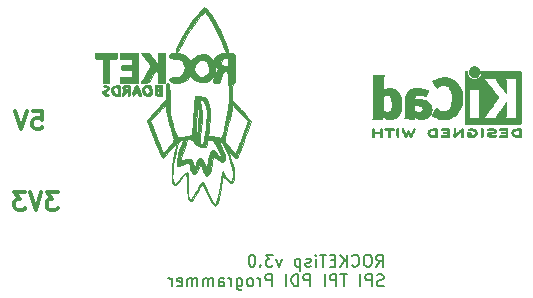
<source format=gbr>
G04 #@! TF.GenerationSoftware,KiCad,Pcbnew,(5.1.0-0)*
G04 #@! TF.CreationDate,2020-05-26T23:43:54-04:00*
G04 #@! TF.ProjectId,ROCKETasp_v3,524f434b-4554-4617-9370-5f76332e6b69,3.0*
G04 #@! TF.SameCoordinates,Original*
G04 #@! TF.FileFunction,Legend,Bot*
G04 #@! TF.FilePolarity,Positive*
%FSLAX46Y46*%
G04 Gerber Fmt 4.6, Leading zero omitted, Abs format (unit mm)*
G04 Created by KiCad (PCBNEW (5.1.0-0)) date 2020-05-26 23:43:54*
%MOMM*%
%LPD*%
G04 APERTURE LIST*
%ADD10C,0.300000*%
%ADD11C,0.150000*%
%ADD12C,0.010000*%
G04 APERTURE END LIST*
D10*
X104244542Y-123915431D02*
X103315971Y-123915431D01*
X103815971Y-124486860D01*
X103601685Y-124486860D01*
X103458828Y-124558288D01*
X103387400Y-124629717D01*
X103315971Y-124772574D01*
X103315971Y-125129717D01*
X103387400Y-125272574D01*
X103458828Y-125344002D01*
X103601685Y-125415431D01*
X104030257Y-125415431D01*
X104173114Y-125344002D01*
X104244542Y-125272574D01*
X102887400Y-123915431D02*
X102387400Y-125415431D01*
X101887400Y-123915431D01*
X101530257Y-123915431D02*
X100601685Y-123915431D01*
X101101685Y-124486860D01*
X100887400Y-124486860D01*
X100744542Y-124558288D01*
X100673114Y-124629717D01*
X100601685Y-124772574D01*
X100601685Y-125129717D01*
X100673114Y-125272574D01*
X100744542Y-125344002D01*
X100887400Y-125415431D01*
X101315971Y-125415431D01*
X101458828Y-125344002D01*
X101530257Y-125272574D01*
X102177814Y-117087911D02*
X102892100Y-117087911D01*
X102963528Y-117802197D01*
X102892100Y-117730768D01*
X102749242Y-117659340D01*
X102392100Y-117659340D01*
X102249242Y-117730768D01*
X102177814Y-117802197D01*
X102106385Y-117945054D01*
X102106385Y-118302197D01*
X102177814Y-118445054D01*
X102249242Y-118516482D01*
X102392100Y-118587911D01*
X102749242Y-118587911D01*
X102892100Y-118516482D01*
X102963528Y-118445054D01*
X101677814Y-117087911D02*
X101177814Y-118587911D01*
X100677814Y-117087911D01*
D11*
X131236476Y-130224020D02*
X131569809Y-129747830D01*
X131807904Y-130224020D02*
X131807904Y-129224020D01*
X131426952Y-129224020D01*
X131331714Y-129271640D01*
X131284095Y-129319259D01*
X131236476Y-129414497D01*
X131236476Y-129557354D01*
X131284095Y-129652592D01*
X131331714Y-129700211D01*
X131426952Y-129747830D01*
X131807904Y-129747830D01*
X130617428Y-129224020D02*
X130426952Y-129224020D01*
X130331714Y-129271640D01*
X130236476Y-129366878D01*
X130188857Y-129557354D01*
X130188857Y-129890687D01*
X130236476Y-130081163D01*
X130331714Y-130176401D01*
X130426952Y-130224020D01*
X130617428Y-130224020D01*
X130712666Y-130176401D01*
X130807904Y-130081163D01*
X130855523Y-129890687D01*
X130855523Y-129557354D01*
X130807904Y-129366878D01*
X130712666Y-129271640D01*
X130617428Y-129224020D01*
X129188857Y-130128782D02*
X129236476Y-130176401D01*
X129379333Y-130224020D01*
X129474571Y-130224020D01*
X129617428Y-130176401D01*
X129712666Y-130081163D01*
X129760285Y-129985925D01*
X129807904Y-129795449D01*
X129807904Y-129652592D01*
X129760285Y-129462116D01*
X129712666Y-129366878D01*
X129617428Y-129271640D01*
X129474571Y-129224020D01*
X129379333Y-129224020D01*
X129236476Y-129271640D01*
X129188857Y-129319259D01*
X128760285Y-130224020D02*
X128760285Y-129224020D01*
X128188857Y-130224020D02*
X128617428Y-129652592D01*
X128188857Y-129224020D02*
X128760285Y-129795449D01*
X127760285Y-129700211D02*
X127426952Y-129700211D01*
X127284095Y-130224020D02*
X127760285Y-130224020D01*
X127760285Y-129224020D01*
X127284095Y-129224020D01*
X126998380Y-129224020D02*
X126426952Y-129224020D01*
X126712666Y-130224020D02*
X126712666Y-129224020D01*
X126093619Y-130224020D02*
X126093619Y-129557354D01*
X126093619Y-129224020D02*
X126141238Y-129271640D01*
X126093619Y-129319259D01*
X126046000Y-129271640D01*
X126093619Y-129224020D01*
X126093619Y-129319259D01*
X125665047Y-130176401D02*
X125569809Y-130224020D01*
X125379333Y-130224020D01*
X125284095Y-130176401D01*
X125236476Y-130081163D01*
X125236476Y-130033544D01*
X125284095Y-129938306D01*
X125379333Y-129890687D01*
X125522190Y-129890687D01*
X125617428Y-129843068D01*
X125665047Y-129747830D01*
X125665047Y-129700211D01*
X125617428Y-129604973D01*
X125522190Y-129557354D01*
X125379333Y-129557354D01*
X125284095Y-129604973D01*
X124807904Y-129557354D02*
X124807904Y-130557354D01*
X124807904Y-129604973D02*
X124712666Y-129557354D01*
X124522190Y-129557354D01*
X124426952Y-129604973D01*
X124379333Y-129652592D01*
X124331714Y-129747830D01*
X124331714Y-130033544D01*
X124379333Y-130128782D01*
X124426952Y-130176401D01*
X124522190Y-130224020D01*
X124712666Y-130224020D01*
X124807904Y-130176401D01*
X123236476Y-129557354D02*
X122998380Y-130224020D01*
X122760285Y-129557354D01*
X122474571Y-129224020D02*
X121855523Y-129224020D01*
X122188857Y-129604973D01*
X122046000Y-129604973D01*
X121950761Y-129652592D01*
X121903142Y-129700211D01*
X121855523Y-129795449D01*
X121855523Y-130033544D01*
X121903142Y-130128782D01*
X121950761Y-130176401D01*
X122046000Y-130224020D01*
X122331714Y-130224020D01*
X122426952Y-130176401D01*
X122474571Y-130128782D01*
X121426952Y-130128782D02*
X121379333Y-130176401D01*
X121426952Y-130224020D01*
X121474571Y-130176401D01*
X121426952Y-130128782D01*
X121426952Y-130224020D01*
X120760285Y-129224020D02*
X120665047Y-129224020D01*
X120569809Y-129271640D01*
X120522190Y-129319259D01*
X120474571Y-129414497D01*
X120426952Y-129604973D01*
X120426952Y-129843068D01*
X120474571Y-130033544D01*
X120522190Y-130128782D01*
X120569809Y-130176401D01*
X120665047Y-130224020D01*
X120760285Y-130224020D01*
X120855523Y-130176401D01*
X120903142Y-130128782D01*
X120950761Y-130033544D01*
X120998380Y-129843068D01*
X120998380Y-129604973D01*
X120950761Y-129414497D01*
X120903142Y-129319259D01*
X120855523Y-129271640D01*
X120760285Y-129224020D01*
X131855523Y-131826401D02*
X131712666Y-131874020D01*
X131474571Y-131874020D01*
X131379333Y-131826401D01*
X131331714Y-131778782D01*
X131284095Y-131683544D01*
X131284095Y-131588306D01*
X131331714Y-131493068D01*
X131379333Y-131445449D01*
X131474571Y-131397830D01*
X131665047Y-131350211D01*
X131760285Y-131302592D01*
X131807904Y-131254973D01*
X131855523Y-131159735D01*
X131855523Y-131064497D01*
X131807904Y-130969259D01*
X131760285Y-130921640D01*
X131665047Y-130874020D01*
X131426952Y-130874020D01*
X131284095Y-130921640D01*
X130855523Y-131874020D02*
X130855523Y-130874020D01*
X130474571Y-130874020D01*
X130379333Y-130921640D01*
X130331714Y-130969259D01*
X130284095Y-131064497D01*
X130284095Y-131207354D01*
X130331714Y-131302592D01*
X130379333Y-131350211D01*
X130474571Y-131397830D01*
X130855523Y-131397830D01*
X129855523Y-131874020D02*
X129855523Y-130874020D01*
X128760285Y-130874020D02*
X128188857Y-130874020D01*
X128474571Y-131874020D02*
X128474571Y-130874020D01*
X127855523Y-131874020D02*
X127855523Y-130874020D01*
X127474571Y-130874020D01*
X127379333Y-130921640D01*
X127331714Y-130969259D01*
X127284095Y-131064497D01*
X127284095Y-131207354D01*
X127331714Y-131302592D01*
X127379333Y-131350211D01*
X127474571Y-131397830D01*
X127855523Y-131397830D01*
X126855523Y-131874020D02*
X126855523Y-130874020D01*
X125617428Y-131874020D02*
X125617428Y-130874020D01*
X125236476Y-130874020D01*
X125141238Y-130921640D01*
X125093619Y-130969259D01*
X125046000Y-131064497D01*
X125046000Y-131207354D01*
X125093619Y-131302592D01*
X125141238Y-131350211D01*
X125236476Y-131397830D01*
X125617428Y-131397830D01*
X124617428Y-131874020D02*
X124617428Y-130874020D01*
X124379333Y-130874020D01*
X124236476Y-130921640D01*
X124141238Y-131016878D01*
X124093619Y-131112116D01*
X124046000Y-131302592D01*
X124046000Y-131445449D01*
X124093619Y-131635925D01*
X124141238Y-131731163D01*
X124236476Y-131826401D01*
X124379333Y-131874020D01*
X124617428Y-131874020D01*
X123617428Y-131874020D02*
X123617428Y-130874020D01*
X122379333Y-131874020D02*
X122379333Y-130874020D01*
X121998380Y-130874020D01*
X121903142Y-130921640D01*
X121855523Y-130969259D01*
X121807904Y-131064497D01*
X121807904Y-131207354D01*
X121855523Y-131302592D01*
X121903142Y-131350211D01*
X121998380Y-131397830D01*
X122379333Y-131397830D01*
X121379333Y-131874020D02*
X121379333Y-131207354D01*
X121379333Y-131397830D02*
X121331714Y-131302592D01*
X121284095Y-131254973D01*
X121188857Y-131207354D01*
X121093619Y-131207354D01*
X120617428Y-131874020D02*
X120712666Y-131826401D01*
X120760285Y-131778782D01*
X120807904Y-131683544D01*
X120807904Y-131397830D01*
X120760285Y-131302592D01*
X120712666Y-131254973D01*
X120617428Y-131207354D01*
X120474571Y-131207354D01*
X120379333Y-131254973D01*
X120331714Y-131302592D01*
X120284095Y-131397830D01*
X120284095Y-131683544D01*
X120331714Y-131778782D01*
X120379333Y-131826401D01*
X120474571Y-131874020D01*
X120617428Y-131874020D01*
X119426952Y-131207354D02*
X119426952Y-132016878D01*
X119474571Y-132112116D01*
X119522190Y-132159735D01*
X119617428Y-132207354D01*
X119760285Y-132207354D01*
X119855523Y-132159735D01*
X119426952Y-131826401D02*
X119522190Y-131874020D01*
X119712666Y-131874020D01*
X119807904Y-131826401D01*
X119855523Y-131778782D01*
X119903142Y-131683544D01*
X119903142Y-131397830D01*
X119855523Y-131302592D01*
X119807904Y-131254973D01*
X119712666Y-131207354D01*
X119522190Y-131207354D01*
X119426952Y-131254973D01*
X118950761Y-131874020D02*
X118950761Y-131207354D01*
X118950761Y-131397830D02*
X118903142Y-131302592D01*
X118855523Y-131254973D01*
X118760285Y-131207354D01*
X118665047Y-131207354D01*
X117903142Y-131874020D02*
X117903142Y-131350211D01*
X117950761Y-131254973D01*
X118046000Y-131207354D01*
X118236476Y-131207354D01*
X118331714Y-131254973D01*
X117903142Y-131826401D02*
X117998380Y-131874020D01*
X118236476Y-131874020D01*
X118331714Y-131826401D01*
X118379333Y-131731163D01*
X118379333Y-131635925D01*
X118331714Y-131540687D01*
X118236476Y-131493068D01*
X117998380Y-131493068D01*
X117903142Y-131445449D01*
X117426952Y-131874020D02*
X117426952Y-131207354D01*
X117426952Y-131302592D02*
X117379333Y-131254973D01*
X117284095Y-131207354D01*
X117141238Y-131207354D01*
X117046000Y-131254973D01*
X116998380Y-131350211D01*
X116998380Y-131874020D01*
X116998380Y-131350211D02*
X116950761Y-131254973D01*
X116855523Y-131207354D01*
X116712666Y-131207354D01*
X116617428Y-131254973D01*
X116569809Y-131350211D01*
X116569809Y-131874020D01*
X116093619Y-131874020D02*
X116093619Y-131207354D01*
X116093619Y-131302592D02*
X116046000Y-131254973D01*
X115950761Y-131207354D01*
X115807904Y-131207354D01*
X115712666Y-131254973D01*
X115665047Y-131350211D01*
X115665047Y-131874020D01*
X115665047Y-131350211D02*
X115617428Y-131254973D01*
X115522190Y-131207354D01*
X115379333Y-131207354D01*
X115284095Y-131254973D01*
X115236476Y-131350211D01*
X115236476Y-131874020D01*
X114379333Y-131826401D02*
X114474571Y-131874020D01*
X114665047Y-131874020D01*
X114760285Y-131826401D01*
X114807904Y-131731163D01*
X114807904Y-131350211D01*
X114760285Y-131254973D01*
X114665047Y-131207354D01*
X114474571Y-131207354D01*
X114379333Y-131254973D01*
X114331714Y-131350211D01*
X114331714Y-131445449D01*
X114807904Y-131540687D01*
X113903142Y-131874020D02*
X113903142Y-131207354D01*
X113903142Y-131397830D02*
X113855523Y-131302592D01*
X113807904Y-131254973D01*
X113712666Y-131207354D01*
X113617428Y-131207354D01*
D12*
G36*
X116190044Y-108791796D02*
G01*
X115671569Y-109446934D01*
X115186136Y-110143078D01*
X114774286Y-110820398D01*
X114623693Y-111103250D01*
X114427415Y-111499684D01*
X114305113Y-111769958D01*
X114249606Y-111936531D01*
X114253710Y-112021862D01*
X114310244Y-112048409D01*
X114321351Y-112048714D01*
X114415749Y-111977603D01*
X114554549Y-111788277D01*
X114712232Y-111516742D01*
X114749217Y-111444999D01*
X115052023Y-110886260D01*
X115401894Y-110309518D01*
X115767653Y-109762205D01*
X116118124Y-109291755D01*
X116325404Y-109046965D01*
X116707268Y-108627549D01*
X116981264Y-109004631D01*
X117534817Y-109887683D01*
X118000894Y-110884740D01*
X118129552Y-111225319D01*
X118287497Y-111630727D01*
X118423119Y-111903171D01*
X118528920Y-112028038D01*
X118544421Y-112033755D01*
X118662108Y-112040620D01*
X118680653Y-112027418D01*
X118652576Y-111918446D01*
X118578537Y-111693907D01*
X118473831Y-111396101D01*
X118353749Y-111067326D01*
X118233583Y-110749883D01*
X118128625Y-110486071D01*
X118093145Y-110402326D01*
X117920283Y-110042992D01*
X117700894Y-109639756D01*
X117460298Y-109234061D01*
X117223817Y-108867348D01*
X117016774Y-108581060D01*
X116897357Y-108445306D01*
X116669329Y-108226842D01*
X116190044Y-108791796D01*
X116190044Y-108791796D01*
G37*
X116190044Y-108791796D02*
X115671569Y-109446934D01*
X115186136Y-110143078D01*
X114774286Y-110820398D01*
X114623693Y-111103250D01*
X114427415Y-111499684D01*
X114305113Y-111769958D01*
X114249606Y-111936531D01*
X114253710Y-112021862D01*
X114310244Y-112048409D01*
X114321351Y-112048714D01*
X114415749Y-111977603D01*
X114554549Y-111788277D01*
X114712232Y-111516742D01*
X114749217Y-111444999D01*
X115052023Y-110886260D01*
X115401894Y-110309518D01*
X115767653Y-109762205D01*
X116118124Y-109291755D01*
X116325404Y-109046965D01*
X116707268Y-108627549D01*
X116981264Y-109004631D01*
X117534817Y-109887683D01*
X118000894Y-110884740D01*
X118129552Y-111225319D01*
X118287497Y-111630727D01*
X118423119Y-111903171D01*
X118528920Y-112028038D01*
X118544421Y-112033755D01*
X118662108Y-112040620D01*
X118680653Y-112027418D01*
X118652576Y-111918446D01*
X118578537Y-111693907D01*
X118473831Y-111396101D01*
X118353749Y-111067326D01*
X118233583Y-110749883D01*
X118128625Y-110486071D01*
X118093145Y-110402326D01*
X117920283Y-110042992D01*
X117700894Y-109639756D01*
X117460298Y-109234061D01*
X117223817Y-108867348D01*
X117016774Y-108581060D01*
X116897357Y-108445306D01*
X116669329Y-108226842D01*
X116190044Y-108791796D01*
G36*
X107419986Y-112387380D02*
G01*
X107433360Y-112550247D01*
X107505833Y-112622648D01*
X107685931Y-112640979D01*
X107758653Y-112641380D01*
X108097320Y-112641380D01*
X108097320Y-114673380D01*
X108605320Y-114673380D01*
X108605320Y-112641380D01*
X108943986Y-112641380D01*
X109161142Y-112631350D01*
X109257677Y-112576995D01*
X109282119Y-112441922D01*
X109282653Y-112387380D01*
X109282653Y-112133380D01*
X107419986Y-112133380D01*
X107419986Y-112387380D01*
X107419986Y-112387380D01*
G37*
X107419986Y-112387380D02*
X107433360Y-112550247D01*
X107505833Y-112622648D01*
X107685931Y-112640979D01*
X107758653Y-112641380D01*
X108097320Y-112641380D01*
X108097320Y-114673380D01*
X108605320Y-114673380D01*
X108605320Y-112641380D01*
X108943986Y-112641380D01*
X109161142Y-112631350D01*
X109257677Y-112576995D01*
X109282119Y-112441922D01*
X109282653Y-112387380D01*
X109282653Y-112133380D01*
X107419986Y-112133380D01*
X107419986Y-112387380D01*
G36*
X109536653Y-112641380D02*
G01*
X110552653Y-112641380D01*
X110552653Y-112895380D01*
X110544834Y-113040588D01*
X110493589Y-113116168D01*
X110357240Y-113144853D01*
X110094108Y-113149380D01*
X110086986Y-113149380D01*
X109820289Y-113154875D01*
X109681423Y-113183915D01*
X109628949Y-113255336D01*
X109621320Y-113361047D01*
X109633408Y-113482273D01*
X109697296Y-113545394D01*
X109854424Y-113569246D01*
X110086986Y-113572714D01*
X110552653Y-113572714D01*
X110552653Y-114165380D01*
X109536653Y-114165380D01*
X109536653Y-114673380D01*
X111060653Y-114673380D01*
X111060653Y-112133380D01*
X109536653Y-112133380D01*
X109536653Y-112641380D01*
X109536653Y-112641380D01*
G37*
X109536653Y-112641380D02*
X110552653Y-112641380D01*
X110552653Y-112895380D01*
X110544834Y-113040588D01*
X110493589Y-113116168D01*
X110357240Y-113144853D01*
X110094108Y-113149380D01*
X110086986Y-113149380D01*
X109820289Y-113154875D01*
X109681423Y-113183915D01*
X109628949Y-113255336D01*
X109621320Y-113361047D01*
X109633408Y-113482273D01*
X109697296Y-113545394D01*
X109854424Y-113569246D01*
X110086986Y-113572714D01*
X110552653Y-113572714D01*
X110552653Y-114165380D01*
X109536653Y-114165380D01*
X109536653Y-114673380D01*
X111060653Y-114673380D01*
X111060653Y-112133380D01*
X109536653Y-112133380D01*
X109536653Y-112641380D01*
G36*
X112711653Y-113187994D02*
G01*
X112372986Y-112661428D01*
X112194137Y-112391115D01*
X112063806Y-112233862D01*
X111940966Y-112159008D01*
X111784588Y-112135893D01*
X111667372Y-112134121D01*
X111300424Y-112133380D01*
X111582705Y-112480712D01*
X111837676Y-112791078D01*
X112000205Y-113006032D01*
X112074947Y-113168889D01*
X112066560Y-113322967D01*
X111979700Y-113511582D01*
X111819024Y-113778048D01*
X111736729Y-113913473D01*
X111556321Y-114216425D01*
X111414390Y-114460061D01*
X111329894Y-114611540D01*
X111314653Y-114644561D01*
X111389617Y-114662997D01*
X111575764Y-114672861D01*
X111636548Y-114673380D01*
X111807503Y-114664756D01*
X111929066Y-114617313D01*
X112037670Y-114498691D01*
X112169745Y-114276532D01*
X112249171Y-114129242D01*
X112435173Y-113820605D01*
X112577168Y-113675338D01*
X112676645Y-113693702D01*
X112735088Y-113875959D01*
X112753986Y-114218080D01*
X112753986Y-114673380D01*
X113346653Y-114673380D01*
X113346653Y-112133380D01*
X112762067Y-112133380D01*
X112711653Y-113187994D01*
X112711653Y-113187994D01*
G37*
X112711653Y-113187994D02*
X112372986Y-112661428D01*
X112194137Y-112391115D01*
X112063806Y-112233862D01*
X111940966Y-112159008D01*
X111784588Y-112135893D01*
X111667372Y-112134121D01*
X111300424Y-112133380D01*
X111582705Y-112480712D01*
X111837676Y-112791078D01*
X112000205Y-113006032D01*
X112074947Y-113168889D01*
X112066560Y-113322967D01*
X111979700Y-113511582D01*
X111819024Y-113778048D01*
X111736729Y-113913473D01*
X111556321Y-114216425D01*
X111414390Y-114460061D01*
X111329894Y-114611540D01*
X111314653Y-114644561D01*
X111389617Y-114662997D01*
X111575764Y-114672861D01*
X111636548Y-114673380D01*
X111807503Y-114664756D01*
X111929066Y-114617313D01*
X112037670Y-114498691D01*
X112169745Y-114276532D01*
X112249171Y-114129242D01*
X112435173Y-113820605D01*
X112577168Y-113675338D01*
X112676645Y-113693702D01*
X112735088Y-113875959D01*
X112753986Y-114218080D01*
X112753986Y-114673380D01*
X113346653Y-114673380D01*
X113346653Y-112133380D01*
X112762067Y-112133380D01*
X112711653Y-113187994D01*
G36*
X108162239Y-114866835D02*
G01*
X108097320Y-114921756D01*
X108168179Y-114995095D01*
X108266653Y-115012047D01*
X108412392Y-115044612D01*
X108409790Y-115126052D01*
X108263173Y-115231988D01*
X108224320Y-115250641D01*
X108053216Y-115359706D01*
X108022260Y-115501781D01*
X108064045Y-115640122D01*
X108161733Y-115724955D01*
X108329749Y-115770017D01*
X108498643Y-115768989D01*
X108598967Y-115715549D01*
X108605320Y-115689380D01*
X108534407Y-115620590D01*
X108435986Y-115604714D01*
X108291340Y-115565685D01*
X108289990Y-115470793D01*
X108431272Y-115353328D01*
X108441124Y-115347964D01*
X108581363Y-115203419D01*
X108585615Y-115035317D01*
X108466809Y-114900712D01*
X108330153Y-114858256D01*
X108162239Y-114866835D01*
X108162239Y-114866835D01*
G37*
X108162239Y-114866835D02*
X108097320Y-114921756D01*
X108168179Y-114995095D01*
X108266653Y-115012047D01*
X108412392Y-115044612D01*
X108409790Y-115126052D01*
X108263173Y-115231988D01*
X108224320Y-115250641D01*
X108053216Y-115359706D01*
X108022260Y-115501781D01*
X108064045Y-115640122D01*
X108161733Y-115724955D01*
X108329749Y-115770017D01*
X108498643Y-115768989D01*
X108598967Y-115715549D01*
X108605320Y-115689380D01*
X108534407Y-115620590D01*
X108435986Y-115604714D01*
X108291340Y-115565685D01*
X108289990Y-115470793D01*
X108431272Y-115353328D01*
X108441124Y-115347964D01*
X108581363Y-115203419D01*
X108585615Y-115035317D01*
X108466809Y-114900712D01*
X108330153Y-114858256D01*
X108162239Y-114866835D01*
G36*
X109008168Y-114894827D02*
G01*
X108827802Y-115052977D01*
X108774653Y-115294426D01*
X108820804Y-115573114D01*
X108972690Y-115726308D01*
X109250455Y-115774031D01*
X109257253Y-115774047D01*
X109536653Y-115774047D01*
X109536653Y-115308380D01*
X109367320Y-115308380D01*
X109347721Y-115513592D01*
X109272876Y-115595959D01*
X109203692Y-115604714D01*
X109044998Y-115534140D01*
X108990106Y-115447308D01*
X108975557Y-115220724D01*
X109068933Y-115059649D01*
X109207045Y-115012047D01*
X109318392Y-115049077D01*
X109362911Y-115188603D01*
X109367320Y-115308380D01*
X109536653Y-115308380D01*
X109531344Y-115041807D01*
X109502510Y-114903015D01*
X109430791Y-114850506D01*
X109319420Y-114842714D01*
X109008168Y-114894827D01*
X109008168Y-114894827D01*
G37*
X109008168Y-114894827D02*
X108827802Y-115052977D01*
X108774653Y-115294426D01*
X108820804Y-115573114D01*
X108972690Y-115726308D01*
X109250455Y-115774031D01*
X109257253Y-115774047D01*
X109536653Y-115774047D01*
X109536653Y-115308380D01*
X109367320Y-115308380D01*
X109347721Y-115513592D01*
X109272876Y-115595959D01*
X109203692Y-115604714D01*
X109044998Y-115534140D01*
X108990106Y-115447308D01*
X108975557Y-115220724D01*
X109068933Y-115059649D01*
X109207045Y-115012047D01*
X109318392Y-115049077D01*
X109362911Y-115188603D01*
X109367320Y-115308380D01*
X109536653Y-115308380D01*
X109531344Y-115041807D01*
X109502510Y-114903015D01*
X109430791Y-114850506D01*
X109319420Y-114842714D01*
X109008168Y-114894827D01*
G36*
X109875099Y-114881492D02*
G01*
X109736032Y-114982990D01*
X109746300Y-115137753D01*
X109761716Y-115165206D01*
X109812665Y-115359068D01*
X109784179Y-115442956D01*
X109713313Y-115621813D01*
X109736166Y-115747234D01*
X109798580Y-115774047D01*
X109892204Y-115703363D01*
X109935454Y-115604714D01*
X110020502Y-115467116D01*
X110096861Y-115435380D01*
X110191846Y-115505937D01*
X110213986Y-115604714D01*
X110249443Y-115742294D01*
X110298653Y-115774047D01*
X110345020Y-115697495D01*
X110375773Y-115500022D01*
X110383320Y-115308380D01*
X110380268Y-115139047D01*
X110213986Y-115139047D01*
X110146214Y-115251295D01*
X110086986Y-115266047D01*
X109974738Y-115198274D01*
X109959986Y-115139047D01*
X110027759Y-115026798D01*
X110086986Y-115012047D01*
X110199235Y-115079820D01*
X110213986Y-115139047D01*
X110380268Y-115139047D01*
X110378519Y-115042079D01*
X110350246Y-114903592D01*
X110277694Y-114851424D01*
X110150486Y-114844010D01*
X109875099Y-114881492D01*
X109875099Y-114881492D01*
G37*
X109875099Y-114881492D02*
X109736032Y-114982990D01*
X109746300Y-115137753D01*
X109761716Y-115165206D01*
X109812665Y-115359068D01*
X109784179Y-115442956D01*
X109713313Y-115621813D01*
X109736166Y-115747234D01*
X109798580Y-115774047D01*
X109892204Y-115703363D01*
X109935454Y-115604714D01*
X110020502Y-115467116D01*
X110096861Y-115435380D01*
X110191846Y-115505937D01*
X110213986Y-115604714D01*
X110249443Y-115742294D01*
X110298653Y-115774047D01*
X110345020Y-115697495D01*
X110375773Y-115500022D01*
X110383320Y-115308380D01*
X110380268Y-115139047D01*
X110213986Y-115139047D01*
X110146214Y-115251295D01*
X110086986Y-115266047D01*
X109974738Y-115198274D01*
X109959986Y-115139047D01*
X110027759Y-115026798D01*
X110086986Y-115012047D01*
X110199235Y-115079820D01*
X110213986Y-115139047D01*
X110380268Y-115139047D01*
X110378519Y-115042079D01*
X110350246Y-114903592D01*
X110277694Y-114851424D01*
X110150486Y-114844010D01*
X109875099Y-114881492D01*
G36*
X110822483Y-114929401D02*
G01*
X110700890Y-115150972D01*
X110654374Y-115294379D01*
X110593409Y-115573688D01*
X110594583Y-115738472D01*
X110653368Y-115772620D01*
X110759409Y-115668080D01*
X110909287Y-115535584D01*
X111036236Y-115558388D01*
X111091271Y-115647047D01*
X111173728Y-115748203D01*
X111271608Y-115773456D01*
X111313368Y-115710547D01*
X111290127Y-115597596D01*
X111232758Y-115384482D01*
X111212883Y-115316388D01*
X111005267Y-115316388D01*
X110968060Y-115350714D01*
X110905687Y-115279731D01*
X110891320Y-115181380D01*
X110904977Y-115043558D01*
X110923778Y-115012047D01*
X110968253Y-115081857D01*
X111000519Y-115181380D01*
X111005267Y-115316388D01*
X111212883Y-115316388D01*
X111198189Y-115266047D01*
X111080776Y-114986436D01*
X110952326Y-114874388D01*
X110822483Y-114929401D01*
X110822483Y-114929401D01*
G37*
X110822483Y-114929401D02*
X110700890Y-115150972D01*
X110654374Y-115294379D01*
X110593409Y-115573688D01*
X110594583Y-115738472D01*
X110653368Y-115772620D01*
X110759409Y-115668080D01*
X110909287Y-115535584D01*
X111036236Y-115558388D01*
X111091271Y-115647047D01*
X111173728Y-115748203D01*
X111271608Y-115773456D01*
X111313368Y-115710547D01*
X111290127Y-115597596D01*
X111232758Y-115384482D01*
X111212883Y-115316388D01*
X111005267Y-115316388D01*
X110968060Y-115350714D01*
X110905687Y-115279731D01*
X110891320Y-115181380D01*
X110904977Y-115043558D01*
X110923778Y-115012047D01*
X110968253Y-115081857D01*
X111000519Y-115181380D01*
X111005267Y-115316388D01*
X111212883Y-115316388D01*
X111198189Y-115266047D01*
X111080776Y-114986436D01*
X110952326Y-114874388D01*
X110822483Y-114929401D01*
G36*
X111556230Y-114948450D02*
G01*
X111437687Y-115128938D01*
X111408176Y-115350435D01*
X111465669Y-115564151D01*
X111608140Y-115721296D01*
X111803905Y-115774047D01*
X112016002Y-115740000D01*
X112144386Y-115672447D01*
X112225511Y-115496299D01*
X112233639Y-115363857D01*
X112049380Y-115363857D01*
X111970993Y-115535583D01*
X111822653Y-115604714D01*
X111668757Y-115534186D01*
X111614772Y-115447308D01*
X111599952Y-115223354D01*
X111689007Y-115061302D01*
X111822653Y-115012047D01*
X111978877Y-115080287D01*
X112027181Y-115150974D01*
X112049380Y-115363857D01*
X112233639Y-115363857D01*
X112240382Y-115253996D01*
X112191303Y-115029688D01*
X112124106Y-114931629D01*
X111952894Y-114865170D01*
X111765831Y-114857762D01*
X111556230Y-114948450D01*
X111556230Y-114948450D01*
G37*
X111556230Y-114948450D02*
X111437687Y-115128938D01*
X111408176Y-115350435D01*
X111465669Y-115564151D01*
X111608140Y-115721296D01*
X111803905Y-115774047D01*
X112016002Y-115740000D01*
X112144386Y-115672447D01*
X112225511Y-115496299D01*
X112233639Y-115363857D01*
X112049380Y-115363857D01*
X111970993Y-115535583D01*
X111822653Y-115604714D01*
X111668757Y-115534186D01*
X111614772Y-115447308D01*
X111599952Y-115223354D01*
X111689007Y-115061302D01*
X111822653Y-115012047D01*
X111978877Y-115080287D01*
X112027181Y-115150974D01*
X112049380Y-115363857D01*
X112233639Y-115363857D01*
X112240382Y-115253996D01*
X112191303Y-115029688D01*
X112124106Y-114931629D01*
X111952894Y-114865170D01*
X111765831Y-114857762D01*
X111556230Y-114948450D01*
G36*
X112775153Y-114858769D02*
G01*
X112457653Y-114885047D01*
X112457653Y-115731714D01*
X112775153Y-115757991D01*
X113092653Y-115784269D01*
X113092653Y-115477714D01*
X112838653Y-115477714D01*
X112795693Y-115583087D01*
X112747636Y-115588486D01*
X112660162Y-115501077D01*
X112656620Y-115477714D01*
X112722535Y-115378439D01*
X112747636Y-115366941D01*
X112824839Y-115407812D01*
X112838653Y-115477714D01*
X113092653Y-115477714D01*
X113092653Y-115096714D01*
X112838653Y-115096714D01*
X112774224Y-115178920D01*
X112753986Y-115181380D01*
X112671780Y-115116951D01*
X112669320Y-115096714D01*
X112733749Y-115014507D01*
X112753986Y-115012047D01*
X112836193Y-115076476D01*
X112838653Y-115096714D01*
X113092653Y-115096714D01*
X113092653Y-114832492D01*
X112775153Y-114858769D01*
X112775153Y-114858769D01*
G37*
X112775153Y-114858769D02*
X112457653Y-114885047D01*
X112457653Y-115731714D01*
X112775153Y-115757991D01*
X113092653Y-115784269D01*
X113092653Y-115477714D01*
X112838653Y-115477714D01*
X112795693Y-115583087D01*
X112747636Y-115588486D01*
X112660162Y-115501077D01*
X112656620Y-115477714D01*
X112722535Y-115378439D01*
X112747636Y-115366941D01*
X112824839Y-115407812D01*
X112838653Y-115477714D01*
X113092653Y-115477714D01*
X113092653Y-115096714D01*
X112838653Y-115096714D01*
X112774224Y-115178920D01*
X112753986Y-115181380D01*
X112671780Y-115116951D01*
X112669320Y-115096714D01*
X112733749Y-115014507D01*
X112753986Y-115012047D01*
X112836193Y-115076476D01*
X112838653Y-115096714D01*
X113092653Y-115096714D01*
X113092653Y-114832492D01*
X112775153Y-114858769D01*
G36*
X118586342Y-112133380D02*
G01*
X118159942Y-112173368D01*
X117821154Y-112284886D01*
X117599419Y-112455268D01*
X117533239Y-112586491D01*
X117480465Y-112796760D01*
X117240838Y-112528570D01*
X117079892Y-112370377D01*
X116919619Y-112290302D01*
X116692147Y-112262616D01*
X116533301Y-112260380D01*
X116241921Y-112273013D01*
X116044011Y-112329608D01*
X115864455Y-112458210D01*
X115772205Y-112544548D01*
X115479019Y-112828715D01*
X115339136Y-112615227D01*
X115122613Y-112410355D01*
X114797334Y-112246804D01*
X114423140Y-112150105D01*
X114212773Y-112134677D01*
X113893955Y-112169305D01*
X113725409Y-112272388D01*
X113699382Y-112439859D01*
X113773146Y-112555982D01*
X113960442Y-112604025D01*
X114033751Y-112607866D01*
X114431518Y-112646147D01*
X114700259Y-112743128D01*
X114874407Y-112913293D01*
X114911447Y-112977069D01*
X115027387Y-113314157D01*
X114995185Y-113633172D01*
X114911447Y-113829691D01*
X114757913Y-114023316D01*
X114519578Y-114139636D01*
X114162010Y-114193138D01*
X114033751Y-114198895D01*
X113809886Y-114232318D01*
X113710048Y-114328548D01*
X113699382Y-114366901D01*
X113734536Y-114530829D01*
X113891794Y-114634113D01*
X114135977Y-114678843D01*
X114431902Y-114667107D01*
X114744392Y-114600996D01*
X115038264Y-114482598D01*
X115278339Y-114314003D01*
X115320213Y-114270641D01*
X115473440Y-114098531D01*
X115670314Y-114295405D01*
X116011711Y-114530099D01*
X116399108Y-114626876D01*
X116791433Y-114588897D01*
X117147614Y-114419320D01*
X117399491Y-114162373D01*
X117504822Y-114013108D01*
X117557668Y-113959359D01*
X117560451Y-114018904D01*
X117515593Y-114209518D01*
X117443146Y-114482880D01*
X117427987Y-114610508D01*
X117503391Y-114663420D01*
X117687757Y-114673380D01*
X117867758Y-114661918D01*
X117970683Y-114598685D01*
X118039306Y-114440410D01*
X118084201Y-114272339D01*
X118188756Y-113935121D01*
X118304420Y-113740590D01*
X118449495Y-113662253D01*
X118509009Y-113657380D01*
X118580788Y-113681028D01*
X118631111Y-113772124D01*
X118667830Y-113960896D01*
X118698795Y-114277571D01*
X118710308Y-114432387D01*
X118754889Y-115343232D01*
X118745512Y-116153397D01*
X118676554Y-116924492D01*
X118542390Y-117718126D01*
X118337398Y-118595908D01*
X118326357Y-118638609D01*
X118235601Y-118978154D01*
X118167398Y-119183202D01*
X118103432Y-119283584D01*
X118025390Y-119309129D01*
X117925130Y-119292111D01*
X117698873Y-119246524D01*
X117412079Y-119198922D01*
X117344232Y-119189042D01*
X116981477Y-119138033D01*
X117035448Y-118620206D01*
X117077874Y-118232665D01*
X117126173Y-117819027D01*
X117150658Y-117620653D01*
X117160662Y-117318014D01*
X117154795Y-117245142D01*
X116888022Y-117245142D01*
X116874667Y-117525307D01*
X116840371Y-117900983D01*
X116784537Y-118406279D01*
X116776259Y-118478138D01*
X116715962Y-118986663D01*
X116667308Y-119350581D01*
X116624620Y-119593728D01*
X116582222Y-119739942D01*
X116534438Y-119813060D01*
X116475590Y-119836920D01*
X116452422Y-119838047D01*
X116365234Y-119824683D01*
X116321017Y-119760016D01*
X116312357Y-119607177D01*
X116331835Y-119329301D01*
X116337451Y-119266547D01*
X116401211Y-118509362D01*
X116440804Y-117900088D01*
X116456392Y-117419062D01*
X116455180Y-117364379D01*
X116201820Y-117364379D01*
X116180389Y-117889715D01*
X116128625Y-118577380D01*
X116083451Y-119064107D01*
X116046568Y-119369032D01*
X116013034Y-119519750D01*
X115984780Y-119531378D01*
X115963734Y-119419035D01*
X115961806Y-119383222D01*
X114068170Y-119383222D01*
X114060615Y-119522362D01*
X113989015Y-119671271D01*
X113841278Y-119870154D01*
X113605309Y-120159214D01*
X113569727Y-120202806D01*
X113388349Y-120403918D01*
X113244065Y-120525022D01*
X113173929Y-120541472D01*
X113114301Y-120433482D01*
X113016132Y-120211734D01*
X112899272Y-119921417D01*
X112883508Y-119880380D01*
X112762154Y-119566242D01*
X112655478Y-119296356D01*
X112585238Y-119125716D01*
X112582014Y-119118380D01*
X112512084Y-118952278D01*
X112405377Y-118689713D01*
X112302399Y-118431426D01*
X112097899Y-117913806D01*
X112760537Y-117203760D01*
X113044890Y-116902806D01*
X113235043Y-116714407D01*
X113349598Y-116624826D01*
X113407154Y-116620325D01*
X113426313Y-116687166D01*
X113427247Y-116711353D01*
X113452779Y-116953086D01*
X113515995Y-117310242D01*
X113606279Y-117735947D01*
X113713016Y-118183325D01*
X113825592Y-118605502D01*
X113933389Y-118955601D01*
X113939520Y-118973428D01*
X114023774Y-119213645D01*
X114068170Y-119383222D01*
X115961806Y-119383222D01*
X115951823Y-119197842D01*
X115950977Y-118882917D01*
X115963123Y-118489379D01*
X115976984Y-118229380D01*
X116003886Y-117783482D01*
X116027581Y-117378147D01*
X116045749Y-117053940D01*
X116056072Y-116851425D01*
X116056865Y-116832380D01*
X116066720Y-116578380D01*
X116154013Y-116790047D01*
X116193000Y-116998710D01*
X116201820Y-117364379D01*
X116455180Y-117364379D01*
X116448137Y-117046619D01*
X116416203Y-116763093D01*
X116360751Y-116548821D01*
X116359936Y-116546569D01*
X116268885Y-116291409D01*
X116240502Y-116160031D01*
X116283043Y-116115861D01*
X116404765Y-116122328D01*
X116454372Y-116128256D01*
X116590029Y-116163552D01*
X116681521Y-116257805D01*
X116757580Y-116452279D01*
X116808384Y-116636638D01*
X116854285Y-116834915D01*
X116881029Y-117026381D01*
X116888022Y-117245142D01*
X117154795Y-117245142D01*
X117131535Y-116956279D01*
X117072350Y-116585558D01*
X116992180Y-116255959D01*
X116900097Y-116017592D01*
X116846867Y-115942782D01*
X116727401Y-115894078D01*
X116500717Y-115843304D01*
X116342653Y-115818638D01*
X116070158Y-115794353D01*
X115922312Y-115817155D01*
X115862916Y-115883116D01*
X115843592Y-116005635D01*
X115820213Y-116266031D01*
X115795017Y-116632960D01*
X115770240Y-117075083D01*
X115755227Y-117392312D01*
X115730676Y-117872291D01*
X115702183Y-118302938D01*
X115672428Y-118651286D01*
X115644090Y-118884372D01*
X115627999Y-118957659D01*
X115548240Y-119071393D01*
X115385616Y-119140774D01*
X115110355Y-119183519D01*
X114828298Y-119220492D01*
X114602644Y-119262420D01*
X114523869Y-119284791D01*
X114440881Y-119279860D01*
X114354998Y-119187137D01*
X114258558Y-118989354D01*
X114143900Y-118669241D01*
X114003361Y-118209530D01*
X113924130Y-117933047D01*
X113845087Y-117624872D01*
X113790464Y-117327815D01*
X113756007Y-116998680D01*
X113737460Y-116594272D01*
X113730569Y-116071395D01*
X113730245Y-115964802D01*
X113727682Y-115469783D01*
X113720392Y-115119493D01*
X113705501Y-114889339D01*
X113680140Y-114754729D01*
X113641435Y-114691069D01*
X113586516Y-114673765D01*
X113579486Y-114673636D01*
X113505857Y-114693804D01*
X113460934Y-114776336D01*
X113437658Y-114953808D01*
X113428971Y-115258796D01*
X113428190Y-115371880D01*
X113425060Y-116070380D01*
X112915246Y-116620714D01*
X112636725Y-116925533D01*
X112360081Y-117235185D01*
X112137037Y-117491641D01*
X112102165Y-117532928D01*
X111798898Y-117894810D01*
X112422970Y-119459095D01*
X112618476Y-119936873D01*
X112799240Y-120355746D01*
X112954225Y-120691935D01*
X113072390Y-120921657D01*
X113142698Y-121021133D01*
X113149076Y-121023380D01*
X113243455Y-120961491D01*
X113413790Y-120795126D01*
X113631771Y-120553233D01*
X113769986Y-120388380D01*
X113994185Y-120117304D01*
X114175799Y-119903915D01*
X114290366Y-119776619D01*
X114316842Y-119753380D01*
X114317027Y-119826008D01*
X114282934Y-120006758D01*
X114267996Y-120070880D01*
X114118037Y-120717905D01*
X114012876Y-121243665D01*
X113946179Y-121688325D01*
X113911615Y-122092048D01*
X113903020Y-122385672D01*
X113918792Y-122863988D01*
X113977526Y-123179309D01*
X114082402Y-123333234D01*
X114236602Y-123327362D01*
X114443307Y-123163292D01*
X114705697Y-122842623D01*
X114734086Y-122803446D01*
X114907345Y-122579998D01*
X115051135Y-122425934D01*
X115124512Y-122378047D01*
X115163458Y-122458669D01*
X115194039Y-122684557D01*
X115213759Y-123031748D01*
X115219337Y-123288214D01*
X115230800Y-123824192D01*
X115254411Y-124212033D01*
X115294375Y-124472743D01*
X115354900Y-124627331D01*
X115440191Y-124696805D01*
X115503279Y-124706380D01*
X115609795Y-124661003D01*
X115736817Y-124511229D01*
X115899275Y-124236591D01*
X116028306Y-123986714D01*
X116193361Y-123675823D01*
X116340931Y-123432473D01*
X116449731Y-123290145D01*
X116485816Y-123267047D01*
X116559193Y-123339926D01*
X116676575Y-123535845D01*
X116818824Y-123820724D01*
X116906046Y-124015295D01*
X117128208Y-124495463D01*
X117321176Y-124840079D01*
X117478819Y-125039285D01*
X117572742Y-125087380D01*
X117653464Y-125024844D01*
X117716663Y-124938875D01*
X117803499Y-124735211D01*
X117898317Y-124408928D01*
X117990741Y-124005743D01*
X118070393Y-123571372D01*
X118126898Y-123151532D01*
X118130549Y-123115448D01*
X118186866Y-122540517D01*
X118518670Y-122840282D01*
X118778342Y-123047954D01*
X118964337Y-123123484D01*
X119087194Y-123058796D01*
X119157451Y-122845816D01*
X119170895Y-122669696D01*
X119083470Y-122669696D01*
X119046528Y-122864687D01*
X118973392Y-123054993D01*
X118669231Y-122848310D01*
X118401760Y-122589875D01*
X118304610Y-122361670D01*
X118259424Y-122187669D01*
X118220778Y-122163813D01*
X118177459Y-122251047D01*
X118135399Y-122419127D01*
X118089759Y-122695507D01*
X118051226Y-123013047D01*
X117996318Y-123441544D01*
X117921074Y-123868941D01*
X117833678Y-124262697D01*
X117742313Y-124590269D01*
X117655161Y-124819117D01*
X117580405Y-124916699D01*
X117572200Y-124918047D01*
X117483671Y-124855678D01*
X117355370Y-124703672D01*
X117342105Y-124685214D01*
X117228443Y-124489231D01*
X117086955Y-124196465D01*
X116947714Y-123869262D01*
X116943944Y-123859714D01*
X116784197Y-123473111D01*
X116661645Y-123227073D01*
X116563187Y-123100474D01*
X116475718Y-123072187D01*
X116458187Y-123076535D01*
X116387555Y-123158767D01*
X116261560Y-123358950D01*
X116100450Y-123643520D01*
X115984061Y-123862522D01*
X115811222Y-124179167D01*
X115659085Y-124427703D01*
X115547786Y-124576856D01*
X115505653Y-124605544D01*
X115429005Y-124546883D01*
X115373012Y-124392126D01*
X115334990Y-124122765D01*
X115312257Y-123720291D01*
X115302426Y-123203547D01*
X115290499Y-122715451D01*
X115264548Y-122389012D01*
X115224869Y-122227129D01*
X115201680Y-122208714D01*
X115093286Y-122268349D01*
X114935514Y-122417172D01*
X114884180Y-122475308D01*
X114602924Y-122806960D01*
X114409669Y-123027279D01*
X114283327Y-123154439D01*
X114202807Y-123206617D01*
X114147019Y-123201988D01*
X114094874Y-123158728D01*
X114093148Y-123157026D01*
X114011864Y-122975979D01*
X113977467Y-122655217D01*
X113989172Y-122217510D01*
X114046196Y-121685627D01*
X114147755Y-121082339D01*
X114168016Y-120981047D01*
X114283300Y-120443643D01*
X114382298Y-120052056D01*
X114473267Y-119784554D01*
X114564465Y-119619410D01*
X114664147Y-119534893D01*
X114725080Y-119514999D01*
X114814367Y-119509991D01*
X114830548Y-119570109D01*
X114776583Y-119734794D01*
X114747232Y-119810297D01*
X114667334Y-120047498D01*
X114569641Y-120385864D01*
X114472464Y-120761121D01*
X114451506Y-120848452D01*
X114363375Y-121269531D01*
X114338443Y-121545818D01*
X114383270Y-121692102D01*
X114504416Y-121723170D01*
X114708441Y-121653812D01*
X114790900Y-121613540D01*
X115116230Y-121474399D01*
X115328612Y-121451414D01*
X115439623Y-121545992D01*
X115463320Y-121695202D01*
X115502043Y-122025916D01*
X115602915Y-122255780D01*
X115742994Y-122369951D01*
X115899335Y-122353587D01*
X116048995Y-122191844D01*
X116093509Y-122102880D01*
X116193014Y-121863267D01*
X116268770Y-121663641D01*
X116270572Y-121658380D01*
X116314462Y-121576323D01*
X116364294Y-121619739D01*
X116438920Y-121806798D01*
X116446248Y-121827714D01*
X116588830Y-122197594D01*
X116713448Y-122424430D01*
X116835075Y-122531276D01*
X116913697Y-122547380D01*
X117026207Y-122488941D01*
X117123583Y-122303692D01*
X117211480Y-121976739D01*
X117283362Y-121573714D01*
X117328080Y-121301067D01*
X117370401Y-121067971D01*
X117376324Y-121038520D01*
X117416904Y-120841994D01*
X117718511Y-121106808D01*
X117996658Y-121301034D01*
X118209082Y-121351454D01*
X118349062Y-121272987D01*
X118409873Y-121080550D01*
X118388335Y-120830223D01*
X118086674Y-120830223D01*
X118044754Y-120904406D01*
X117935123Y-120857953D01*
X117787337Y-120708837D01*
X117706986Y-120599331D01*
X117530935Y-120390821D01*
X117378423Y-120332742D01*
X117245552Y-120429256D01*
X117128421Y-120684525D01*
X117023133Y-121102712D01*
X116972117Y-121383826D01*
X116918525Y-121686049D01*
X116877649Y-121841428D01*
X116839769Y-121870958D01*
X116795159Y-121795636D01*
X116788660Y-121779979D01*
X116693601Y-121553895D01*
X116582683Y-121299279D01*
X116582358Y-121298547D01*
X116443950Y-121080222D01*
X116298769Y-121030518D01*
X116148013Y-121148907D01*
X115992881Y-121434864D01*
X115934768Y-121582611D01*
X115859224Y-121778553D01*
X115822891Y-121826013D01*
X115809904Y-121736633D01*
X115807952Y-121675698D01*
X115743611Y-121447688D01*
X115597904Y-121234934D01*
X115425133Y-121097859D01*
X115254431Y-121077497D01*
X115134995Y-121105081D01*
X114921602Y-121175873D01*
X114779690Y-121238938D01*
X114726437Y-121223483D01*
X114733705Y-121070657D01*
X114802625Y-120774915D01*
X114934325Y-120330713D01*
X115017644Y-120070880D01*
X115131102Y-119741555D01*
X115220021Y-119543766D01*
X115304375Y-119445670D01*
X115404138Y-119415425D01*
X115429225Y-119414714D01*
X115620417Y-119473349D01*
X115712911Y-119562880D01*
X115913031Y-119847928D01*
X116134694Y-120014954D01*
X116402336Y-120103199D01*
X116674675Y-120138737D01*
X116827563Y-120074744D01*
X116892097Y-119886129D01*
X116901357Y-119700574D01*
X116915073Y-119522281D01*
X116988605Y-119466070D01*
X117172856Y-119491363D01*
X117326308Y-119543748D01*
X117458554Y-119652163D01*
X117600649Y-119850507D01*
X117764210Y-120136836D01*
X117916119Y-120428052D01*
X118029613Y-120668531D01*
X118084476Y-120814808D01*
X118086674Y-120830223D01*
X118388335Y-120830223D01*
X118384793Y-120789063D01*
X118267099Y-120413441D01*
X118148568Y-120152573D01*
X117994048Y-119829093D01*
X117928144Y-119645811D01*
X117950975Y-119598557D01*
X118062663Y-119683162D01*
X118159280Y-119781478D01*
X118355503Y-120055924D01*
X118548794Y-120440596D01*
X118728074Y-120896990D01*
X118882262Y-121386601D01*
X119000277Y-121870925D01*
X119071040Y-122311458D01*
X119083470Y-122669696D01*
X119170895Y-122669696D01*
X119185646Y-122476470D01*
X119187497Y-122327801D01*
X119162218Y-122002797D01*
X119078868Y-121624193D01*
X118928661Y-121159663D01*
X118729447Y-120642380D01*
X118592362Y-120303714D01*
X118974278Y-120723710D01*
X119199299Y-120948362D01*
X119360479Y-121061842D01*
X119430831Y-121062377D01*
X119471810Y-120995837D01*
X119537209Y-120853428D01*
X119632605Y-120620846D01*
X119763571Y-120283787D01*
X119935682Y-119827950D01*
X120154513Y-119239030D01*
X120379590Y-118628102D01*
X120638663Y-117923019D01*
X120343821Y-117923019D01*
X120099379Y-118605366D01*
X119970334Y-118962530D01*
X119847917Y-119296142D01*
X119754557Y-119545192D01*
X119739573Y-119584047D01*
X119639087Y-119848528D01*
X119521159Y-120167483D01*
X119476033Y-120291874D01*
X119327857Y-120703367D01*
X118959380Y-120291874D01*
X118745280Y-120047130D01*
X118562029Y-119827812D01*
X118465478Y-119703266D01*
X118391544Y-119563032D01*
X118392156Y-119408969D01*
X118456375Y-119195266D01*
X118524933Y-118962546D01*
X118613816Y-118607550D01*
X118713206Y-118174631D01*
X118813282Y-117708140D01*
X118904225Y-117252429D01*
X118976213Y-116851852D01*
X118979081Y-116834418D01*
X119034170Y-116497789D01*
X119688995Y-117210404D01*
X120343821Y-117923019D01*
X120638663Y-117923019D01*
X120653066Y-117883823D01*
X120407693Y-117612102D01*
X120239164Y-117428400D01*
X119995533Y-117166432D01*
X119718297Y-116870727D01*
X119591982Y-116736769D01*
X119021645Y-116133159D01*
X119031592Y-115403269D01*
X119043412Y-115030835D01*
X119069412Y-114802366D01*
X119113917Y-114692786D01*
X119157430Y-114673380D01*
X119204365Y-114641470D01*
X119237311Y-114530967D01*
X119258378Y-114319711D01*
X119269670Y-113985541D01*
X119273297Y-113506297D01*
X119273318Y-113459071D01*
X117801899Y-113459071D01*
X117766000Y-113596719D01*
X117736370Y-113646654D01*
X117643824Y-113782657D01*
X117601954Y-113826714D01*
X117587767Y-113751858D01*
X117580316Y-113566494D01*
X117579986Y-113512237D01*
X117582257Y-113447695D01*
X117103512Y-113447695D01*
X117028786Y-113768354D01*
X116838667Y-113997952D01*
X116582338Y-114141965D01*
X116344961Y-114131410D01*
X116114742Y-113993838D01*
X115900050Y-113764340D01*
X115838874Y-113512368D01*
X115920854Y-113198118D01*
X116101722Y-112924853D01*
X116341003Y-112770912D01*
X116599413Y-112740171D01*
X116837669Y-112836508D01*
X117016487Y-113063799D01*
X117027534Y-113088915D01*
X117103512Y-113447695D01*
X117582257Y-113447695D01*
X117586938Y-113314741D01*
X117621101Y-113259681D01*
X117702440Y-113320315D01*
X117714403Y-113332177D01*
X117801899Y-113459071D01*
X119273318Y-113459071D01*
X119273320Y-113454772D01*
X119272829Y-112955585D01*
X119271279Y-112900745D01*
X118680653Y-112900745D01*
X118672797Y-113118936D01*
X118623454Y-113212432D01*
X118493956Y-113225845D01*
X118405486Y-113218245D01*
X118208973Y-113174891D01*
X118123547Y-113062891D01*
X118102373Y-112946900D01*
X118129604Y-112713054D01*
X118283418Y-112587023D01*
X118490153Y-112558010D01*
X118612777Y-112579069D01*
X118667731Y-112675235D01*
X118680647Y-112892624D01*
X118680653Y-112900745D01*
X119271279Y-112900745D01*
X119262801Y-112601013D01*
X119230402Y-112366369D01*
X119162797Y-112226967D01*
X119047151Y-112158119D01*
X118870631Y-112135141D01*
X118620403Y-112133345D01*
X118586342Y-112133380D01*
X118586342Y-112133380D01*
G37*
X118586342Y-112133380D02*
X118159942Y-112173368D01*
X117821154Y-112284886D01*
X117599419Y-112455268D01*
X117533239Y-112586491D01*
X117480465Y-112796760D01*
X117240838Y-112528570D01*
X117079892Y-112370377D01*
X116919619Y-112290302D01*
X116692147Y-112262616D01*
X116533301Y-112260380D01*
X116241921Y-112273013D01*
X116044011Y-112329608D01*
X115864455Y-112458210D01*
X115772205Y-112544548D01*
X115479019Y-112828715D01*
X115339136Y-112615227D01*
X115122613Y-112410355D01*
X114797334Y-112246804D01*
X114423140Y-112150105D01*
X114212773Y-112134677D01*
X113893955Y-112169305D01*
X113725409Y-112272388D01*
X113699382Y-112439859D01*
X113773146Y-112555982D01*
X113960442Y-112604025D01*
X114033751Y-112607866D01*
X114431518Y-112646147D01*
X114700259Y-112743128D01*
X114874407Y-112913293D01*
X114911447Y-112977069D01*
X115027387Y-113314157D01*
X114995185Y-113633172D01*
X114911447Y-113829691D01*
X114757913Y-114023316D01*
X114519578Y-114139636D01*
X114162010Y-114193138D01*
X114033751Y-114198895D01*
X113809886Y-114232318D01*
X113710048Y-114328548D01*
X113699382Y-114366901D01*
X113734536Y-114530829D01*
X113891794Y-114634113D01*
X114135977Y-114678843D01*
X114431902Y-114667107D01*
X114744392Y-114600996D01*
X115038264Y-114482598D01*
X115278339Y-114314003D01*
X115320213Y-114270641D01*
X115473440Y-114098531D01*
X115670314Y-114295405D01*
X116011711Y-114530099D01*
X116399108Y-114626876D01*
X116791433Y-114588897D01*
X117147614Y-114419320D01*
X117399491Y-114162373D01*
X117504822Y-114013108D01*
X117557668Y-113959359D01*
X117560451Y-114018904D01*
X117515593Y-114209518D01*
X117443146Y-114482880D01*
X117427987Y-114610508D01*
X117503391Y-114663420D01*
X117687757Y-114673380D01*
X117867758Y-114661918D01*
X117970683Y-114598685D01*
X118039306Y-114440410D01*
X118084201Y-114272339D01*
X118188756Y-113935121D01*
X118304420Y-113740590D01*
X118449495Y-113662253D01*
X118509009Y-113657380D01*
X118580788Y-113681028D01*
X118631111Y-113772124D01*
X118667830Y-113960896D01*
X118698795Y-114277571D01*
X118710308Y-114432387D01*
X118754889Y-115343232D01*
X118745512Y-116153397D01*
X118676554Y-116924492D01*
X118542390Y-117718126D01*
X118337398Y-118595908D01*
X118326357Y-118638609D01*
X118235601Y-118978154D01*
X118167398Y-119183202D01*
X118103432Y-119283584D01*
X118025390Y-119309129D01*
X117925130Y-119292111D01*
X117698873Y-119246524D01*
X117412079Y-119198922D01*
X117344232Y-119189042D01*
X116981477Y-119138033D01*
X117035448Y-118620206D01*
X117077874Y-118232665D01*
X117126173Y-117819027D01*
X117150658Y-117620653D01*
X117160662Y-117318014D01*
X117154795Y-117245142D01*
X116888022Y-117245142D01*
X116874667Y-117525307D01*
X116840371Y-117900983D01*
X116784537Y-118406279D01*
X116776259Y-118478138D01*
X116715962Y-118986663D01*
X116667308Y-119350581D01*
X116624620Y-119593728D01*
X116582222Y-119739942D01*
X116534438Y-119813060D01*
X116475590Y-119836920D01*
X116452422Y-119838047D01*
X116365234Y-119824683D01*
X116321017Y-119760016D01*
X116312357Y-119607177D01*
X116331835Y-119329301D01*
X116337451Y-119266547D01*
X116401211Y-118509362D01*
X116440804Y-117900088D01*
X116456392Y-117419062D01*
X116455180Y-117364379D01*
X116201820Y-117364379D01*
X116180389Y-117889715D01*
X116128625Y-118577380D01*
X116083451Y-119064107D01*
X116046568Y-119369032D01*
X116013034Y-119519750D01*
X115984780Y-119531378D01*
X115963734Y-119419035D01*
X115961806Y-119383222D01*
X114068170Y-119383222D01*
X114060615Y-119522362D01*
X113989015Y-119671271D01*
X113841278Y-119870154D01*
X113605309Y-120159214D01*
X113569727Y-120202806D01*
X113388349Y-120403918D01*
X113244065Y-120525022D01*
X113173929Y-120541472D01*
X113114301Y-120433482D01*
X113016132Y-120211734D01*
X112899272Y-119921417D01*
X112883508Y-119880380D01*
X112762154Y-119566242D01*
X112655478Y-119296356D01*
X112585238Y-119125716D01*
X112582014Y-119118380D01*
X112512084Y-118952278D01*
X112405377Y-118689713D01*
X112302399Y-118431426D01*
X112097899Y-117913806D01*
X112760537Y-117203760D01*
X113044890Y-116902806D01*
X113235043Y-116714407D01*
X113349598Y-116624826D01*
X113407154Y-116620325D01*
X113426313Y-116687166D01*
X113427247Y-116711353D01*
X113452779Y-116953086D01*
X113515995Y-117310242D01*
X113606279Y-117735947D01*
X113713016Y-118183325D01*
X113825592Y-118605502D01*
X113933389Y-118955601D01*
X113939520Y-118973428D01*
X114023774Y-119213645D01*
X114068170Y-119383222D01*
X115961806Y-119383222D01*
X115951823Y-119197842D01*
X115950977Y-118882917D01*
X115963123Y-118489379D01*
X115976984Y-118229380D01*
X116003886Y-117783482D01*
X116027581Y-117378147D01*
X116045749Y-117053940D01*
X116056072Y-116851425D01*
X116056865Y-116832380D01*
X116066720Y-116578380D01*
X116154013Y-116790047D01*
X116193000Y-116998710D01*
X116201820Y-117364379D01*
X116455180Y-117364379D01*
X116448137Y-117046619D01*
X116416203Y-116763093D01*
X116360751Y-116548821D01*
X116359936Y-116546569D01*
X116268885Y-116291409D01*
X116240502Y-116160031D01*
X116283043Y-116115861D01*
X116404765Y-116122328D01*
X116454372Y-116128256D01*
X116590029Y-116163552D01*
X116681521Y-116257805D01*
X116757580Y-116452279D01*
X116808384Y-116636638D01*
X116854285Y-116834915D01*
X116881029Y-117026381D01*
X116888022Y-117245142D01*
X117154795Y-117245142D01*
X117131535Y-116956279D01*
X117072350Y-116585558D01*
X116992180Y-116255959D01*
X116900097Y-116017592D01*
X116846867Y-115942782D01*
X116727401Y-115894078D01*
X116500717Y-115843304D01*
X116342653Y-115818638D01*
X116070158Y-115794353D01*
X115922312Y-115817155D01*
X115862916Y-115883116D01*
X115843592Y-116005635D01*
X115820213Y-116266031D01*
X115795017Y-116632960D01*
X115770240Y-117075083D01*
X115755227Y-117392312D01*
X115730676Y-117872291D01*
X115702183Y-118302938D01*
X115672428Y-118651286D01*
X115644090Y-118884372D01*
X115627999Y-118957659D01*
X115548240Y-119071393D01*
X115385616Y-119140774D01*
X115110355Y-119183519D01*
X114828298Y-119220492D01*
X114602644Y-119262420D01*
X114523869Y-119284791D01*
X114440881Y-119279860D01*
X114354998Y-119187137D01*
X114258558Y-118989354D01*
X114143900Y-118669241D01*
X114003361Y-118209530D01*
X113924130Y-117933047D01*
X113845087Y-117624872D01*
X113790464Y-117327815D01*
X113756007Y-116998680D01*
X113737460Y-116594272D01*
X113730569Y-116071395D01*
X113730245Y-115964802D01*
X113727682Y-115469783D01*
X113720392Y-115119493D01*
X113705501Y-114889339D01*
X113680140Y-114754729D01*
X113641435Y-114691069D01*
X113586516Y-114673765D01*
X113579486Y-114673636D01*
X113505857Y-114693804D01*
X113460934Y-114776336D01*
X113437658Y-114953808D01*
X113428971Y-115258796D01*
X113428190Y-115371880D01*
X113425060Y-116070380D01*
X112915246Y-116620714D01*
X112636725Y-116925533D01*
X112360081Y-117235185D01*
X112137037Y-117491641D01*
X112102165Y-117532928D01*
X111798898Y-117894810D01*
X112422970Y-119459095D01*
X112618476Y-119936873D01*
X112799240Y-120355746D01*
X112954225Y-120691935D01*
X113072390Y-120921657D01*
X113142698Y-121021133D01*
X113149076Y-121023380D01*
X113243455Y-120961491D01*
X113413790Y-120795126D01*
X113631771Y-120553233D01*
X113769986Y-120388380D01*
X113994185Y-120117304D01*
X114175799Y-119903915D01*
X114290366Y-119776619D01*
X114316842Y-119753380D01*
X114317027Y-119826008D01*
X114282934Y-120006758D01*
X114267996Y-120070880D01*
X114118037Y-120717905D01*
X114012876Y-121243665D01*
X113946179Y-121688325D01*
X113911615Y-122092048D01*
X113903020Y-122385672D01*
X113918792Y-122863988D01*
X113977526Y-123179309D01*
X114082402Y-123333234D01*
X114236602Y-123327362D01*
X114443307Y-123163292D01*
X114705697Y-122842623D01*
X114734086Y-122803446D01*
X114907345Y-122579998D01*
X115051135Y-122425934D01*
X115124512Y-122378047D01*
X115163458Y-122458669D01*
X115194039Y-122684557D01*
X115213759Y-123031748D01*
X115219337Y-123288214D01*
X115230800Y-123824192D01*
X115254411Y-124212033D01*
X115294375Y-124472743D01*
X115354900Y-124627331D01*
X115440191Y-124696805D01*
X115503279Y-124706380D01*
X115609795Y-124661003D01*
X115736817Y-124511229D01*
X115899275Y-124236591D01*
X116028306Y-123986714D01*
X116193361Y-123675823D01*
X116340931Y-123432473D01*
X116449731Y-123290145D01*
X116485816Y-123267047D01*
X116559193Y-123339926D01*
X116676575Y-123535845D01*
X116818824Y-123820724D01*
X116906046Y-124015295D01*
X117128208Y-124495463D01*
X117321176Y-124840079D01*
X117478819Y-125039285D01*
X117572742Y-125087380D01*
X117653464Y-125024844D01*
X117716663Y-124938875D01*
X117803499Y-124735211D01*
X117898317Y-124408928D01*
X117990741Y-124005743D01*
X118070393Y-123571372D01*
X118126898Y-123151532D01*
X118130549Y-123115448D01*
X118186866Y-122540517D01*
X118518670Y-122840282D01*
X118778342Y-123047954D01*
X118964337Y-123123484D01*
X119087194Y-123058796D01*
X119157451Y-122845816D01*
X119170895Y-122669696D01*
X119083470Y-122669696D01*
X119046528Y-122864687D01*
X118973392Y-123054993D01*
X118669231Y-122848310D01*
X118401760Y-122589875D01*
X118304610Y-122361670D01*
X118259424Y-122187669D01*
X118220778Y-122163813D01*
X118177459Y-122251047D01*
X118135399Y-122419127D01*
X118089759Y-122695507D01*
X118051226Y-123013047D01*
X117996318Y-123441544D01*
X117921074Y-123868941D01*
X117833678Y-124262697D01*
X117742313Y-124590269D01*
X117655161Y-124819117D01*
X117580405Y-124916699D01*
X117572200Y-124918047D01*
X117483671Y-124855678D01*
X117355370Y-124703672D01*
X117342105Y-124685214D01*
X117228443Y-124489231D01*
X117086955Y-124196465D01*
X116947714Y-123869262D01*
X116943944Y-123859714D01*
X116784197Y-123473111D01*
X116661645Y-123227073D01*
X116563187Y-123100474D01*
X116475718Y-123072187D01*
X116458187Y-123076535D01*
X116387555Y-123158767D01*
X116261560Y-123358950D01*
X116100450Y-123643520D01*
X115984061Y-123862522D01*
X115811222Y-124179167D01*
X115659085Y-124427703D01*
X115547786Y-124576856D01*
X115505653Y-124605544D01*
X115429005Y-124546883D01*
X115373012Y-124392126D01*
X115334990Y-124122765D01*
X115312257Y-123720291D01*
X115302426Y-123203547D01*
X115290499Y-122715451D01*
X115264548Y-122389012D01*
X115224869Y-122227129D01*
X115201680Y-122208714D01*
X115093286Y-122268349D01*
X114935514Y-122417172D01*
X114884180Y-122475308D01*
X114602924Y-122806960D01*
X114409669Y-123027279D01*
X114283327Y-123154439D01*
X114202807Y-123206617D01*
X114147019Y-123201988D01*
X114094874Y-123158728D01*
X114093148Y-123157026D01*
X114011864Y-122975979D01*
X113977467Y-122655217D01*
X113989172Y-122217510D01*
X114046196Y-121685627D01*
X114147755Y-121082339D01*
X114168016Y-120981047D01*
X114283300Y-120443643D01*
X114382298Y-120052056D01*
X114473267Y-119784554D01*
X114564465Y-119619410D01*
X114664147Y-119534893D01*
X114725080Y-119514999D01*
X114814367Y-119509991D01*
X114830548Y-119570109D01*
X114776583Y-119734794D01*
X114747232Y-119810297D01*
X114667334Y-120047498D01*
X114569641Y-120385864D01*
X114472464Y-120761121D01*
X114451506Y-120848452D01*
X114363375Y-121269531D01*
X114338443Y-121545818D01*
X114383270Y-121692102D01*
X114504416Y-121723170D01*
X114708441Y-121653812D01*
X114790900Y-121613540D01*
X115116230Y-121474399D01*
X115328612Y-121451414D01*
X115439623Y-121545992D01*
X115463320Y-121695202D01*
X115502043Y-122025916D01*
X115602915Y-122255780D01*
X115742994Y-122369951D01*
X115899335Y-122353587D01*
X116048995Y-122191844D01*
X116093509Y-122102880D01*
X116193014Y-121863267D01*
X116268770Y-121663641D01*
X116270572Y-121658380D01*
X116314462Y-121576323D01*
X116364294Y-121619739D01*
X116438920Y-121806798D01*
X116446248Y-121827714D01*
X116588830Y-122197594D01*
X116713448Y-122424430D01*
X116835075Y-122531276D01*
X116913697Y-122547380D01*
X117026207Y-122488941D01*
X117123583Y-122303692D01*
X117211480Y-121976739D01*
X117283362Y-121573714D01*
X117328080Y-121301067D01*
X117370401Y-121067971D01*
X117376324Y-121038520D01*
X117416904Y-120841994D01*
X117718511Y-121106808D01*
X117996658Y-121301034D01*
X118209082Y-121351454D01*
X118349062Y-121272987D01*
X118409873Y-121080550D01*
X118388335Y-120830223D01*
X118086674Y-120830223D01*
X118044754Y-120904406D01*
X117935123Y-120857953D01*
X117787337Y-120708837D01*
X117706986Y-120599331D01*
X117530935Y-120390821D01*
X117378423Y-120332742D01*
X117245552Y-120429256D01*
X117128421Y-120684525D01*
X117023133Y-121102712D01*
X116972117Y-121383826D01*
X116918525Y-121686049D01*
X116877649Y-121841428D01*
X116839769Y-121870958D01*
X116795159Y-121795636D01*
X116788660Y-121779979D01*
X116693601Y-121553895D01*
X116582683Y-121299279D01*
X116582358Y-121298547D01*
X116443950Y-121080222D01*
X116298769Y-121030518D01*
X116148013Y-121148907D01*
X115992881Y-121434864D01*
X115934768Y-121582611D01*
X115859224Y-121778553D01*
X115822891Y-121826013D01*
X115809904Y-121736633D01*
X115807952Y-121675698D01*
X115743611Y-121447688D01*
X115597904Y-121234934D01*
X115425133Y-121097859D01*
X115254431Y-121077497D01*
X115134995Y-121105081D01*
X114921602Y-121175873D01*
X114779690Y-121238938D01*
X114726437Y-121223483D01*
X114733705Y-121070657D01*
X114802625Y-120774915D01*
X114934325Y-120330713D01*
X115017644Y-120070880D01*
X115131102Y-119741555D01*
X115220021Y-119543766D01*
X115304375Y-119445670D01*
X115404138Y-119415425D01*
X115429225Y-119414714D01*
X115620417Y-119473349D01*
X115712911Y-119562880D01*
X115913031Y-119847928D01*
X116134694Y-120014954D01*
X116402336Y-120103199D01*
X116674675Y-120138737D01*
X116827563Y-120074744D01*
X116892097Y-119886129D01*
X116901357Y-119700574D01*
X116915073Y-119522281D01*
X116988605Y-119466070D01*
X117172856Y-119491363D01*
X117326308Y-119543748D01*
X117458554Y-119652163D01*
X117600649Y-119850507D01*
X117764210Y-120136836D01*
X117916119Y-120428052D01*
X118029613Y-120668531D01*
X118084476Y-120814808D01*
X118086674Y-120830223D01*
X118388335Y-120830223D01*
X118384793Y-120789063D01*
X118267099Y-120413441D01*
X118148568Y-120152573D01*
X117994048Y-119829093D01*
X117928144Y-119645811D01*
X117950975Y-119598557D01*
X118062663Y-119683162D01*
X118159280Y-119781478D01*
X118355503Y-120055924D01*
X118548794Y-120440596D01*
X118728074Y-120896990D01*
X118882262Y-121386601D01*
X119000277Y-121870925D01*
X119071040Y-122311458D01*
X119083470Y-122669696D01*
X119170895Y-122669696D01*
X119185646Y-122476470D01*
X119187497Y-122327801D01*
X119162218Y-122002797D01*
X119078868Y-121624193D01*
X118928661Y-121159663D01*
X118729447Y-120642380D01*
X118592362Y-120303714D01*
X118974278Y-120723710D01*
X119199299Y-120948362D01*
X119360479Y-121061842D01*
X119430831Y-121062377D01*
X119471810Y-120995837D01*
X119537209Y-120853428D01*
X119632605Y-120620846D01*
X119763571Y-120283787D01*
X119935682Y-119827950D01*
X120154513Y-119239030D01*
X120379590Y-118628102D01*
X120638663Y-117923019D01*
X120343821Y-117923019D01*
X120099379Y-118605366D01*
X119970334Y-118962530D01*
X119847917Y-119296142D01*
X119754557Y-119545192D01*
X119739573Y-119584047D01*
X119639087Y-119848528D01*
X119521159Y-120167483D01*
X119476033Y-120291874D01*
X119327857Y-120703367D01*
X118959380Y-120291874D01*
X118745280Y-120047130D01*
X118562029Y-119827812D01*
X118465478Y-119703266D01*
X118391544Y-119563032D01*
X118392156Y-119408969D01*
X118456375Y-119195266D01*
X118524933Y-118962546D01*
X118613816Y-118607550D01*
X118713206Y-118174631D01*
X118813282Y-117708140D01*
X118904225Y-117252429D01*
X118976213Y-116851852D01*
X118979081Y-116834418D01*
X119034170Y-116497789D01*
X119688995Y-117210404D01*
X120343821Y-117923019D01*
X120638663Y-117923019D01*
X120653066Y-117883823D01*
X120407693Y-117612102D01*
X120239164Y-117428400D01*
X119995533Y-117166432D01*
X119718297Y-116870727D01*
X119591982Y-116736769D01*
X119021645Y-116133159D01*
X119031592Y-115403269D01*
X119043412Y-115030835D01*
X119069412Y-114802366D01*
X119113917Y-114692786D01*
X119157430Y-114673380D01*
X119204365Y-114641470D01*
X119237311Y-114530967D01*
X119258378Y-114319711D01*
X119269670Y-113985541D01*
X119273297Y-113506297D01*
X119273318Y-113459071D01*
X117801899Y-113459071D01*
X117766000Y-113596719D01*
X117736370Y-113646654D01*
X117643824Y-113782657D01*
X117601954Y-113826714D01*
X117587767Y-113751858D01*
X117580316Y-113566494D01*
X117579986Y-113512237D01*
X117582257Y-113447695D01*
X117103512Y-113447695D01*
X117028786Y-113768354D01*
X116838667Y-113997952D01*
X116582338Y-114141965D01*
X116344961Y-114131410D01*
X116114742Y-113993838D01*
X115900050Y-113764340D01*
X115838874Y-113512368D01*
X115920854Y-113198118D01*
X116101722Y-112924853D01*
X116341003Y-112770912D01*
X116599413Y-112740171D01*
X116837669Y-112836508D01*
X117016487Y-113063799D01*
X117027534Y-113088915D01*
X117103512Y-113447695D01*
X117582257Y-113447695D01*
X117586938Y-113314741D01*
X117621101Y-113259681D01*
X117702440Y-113320315D01*
X117714403Y-113332177D01*
X117801899Y-113459071D01*
X119273318Y-113459071D01*
X119273320Y-113454772D01*
X119272829Y-112955585D01*
X119271279Y-112900745D01*
X118680653Y-112900745D01*
X118672797Y-113118936D01*
X118623454Y-113212432D01*
X118493956Y-113225845D01*
X118405486Y-113218245D01*
X118208973Y-113174891D01*
X118123547Y-113062891D01*
X118102373Y-112946900D01*
X118129604Y-112713054D01*
X118283418Y-112587023D01*
X118490153Y-112558010D01*
X118612777Y-112579069D01*
X118667731Y-112675235D01*
X118680647Y-112892624D01*
X118680653Y-112900745D01*
X119271279Y-112900745D01*
X119262801Y-112601013D01*
X119230402Y-112366369D01*
X119162797Y-112226967D01*
X119047151Y-112158119D01*
X118870631Y-112135141D01*
X118620403Y-112133345D01*
X118586342Y-112133380D01*
G36*
X130954037Y-118527793D02*
G01*
X130922658Y-118550036D01*
X130894949Y-118577745D01*
X130894949Y-118887180D01*
X130895022Y-118979059D01*
X130895365Y-119051100D01*
X130896168Y-119106040D01*
X130897619Y-119146620D01*
X130899908Y-119175577D01*
X130903224Y-119195651D01*
X130907755Y-119209581D01*
X130913691Y-119220105D01*
X130918346Y-119226360D01*
X130949077Y-119250933D01*
X130984364Y-119253601D01*
X131016615Y-119238531D01*
X131027272Y-119229634D01*
X131034396Y-119217817D01*
X131038693Y-119198786D01*
X131040869Y-119168252D01*
X131041632Y-119121922D01*
X131041705Y-119086131D01*
X131041705Y-118951305D01*
X131538416Y-118951305D01*
X131538416Y-119073960D01*
X131538929Y-119130047D01*
X131540984Y-119168593D01*
X131545352Y-119194621D01*
X131552804Y-119213157D01*
X131561813Y-119226360D01*
X131592716Y-119250864D01*
X131627664Y-119253766D01*
X131661122Y-119236349D01*
X131670256Y-119227219D01*
X131676708Y-119215115D01*
X131680963Y-119196261D01*
X131683508Y-119166880D01*
X131684831Y-119123197D01*
X131685417Y-119061435D01*
X131685485Y-119047260D01*
X131685969Y-118930891D01*
X131686219Y-118834987D01*
X131686137Y-118757437D01*
X131685629Y-118696129D01*
X131684598Y-118648950D01*
X131682947Y-118613790D01*
X131680581Y-118588536D01*
X131677403Y-118571077D01*
X131673316Y-118559301D01*
X131668226Y-118551095D01*
X131662594Y-118544905D01*
X131630732Y-118525104D01*
X131597503Y-118527793D01*
X131566125Y-118550036D01*
X131553427Y-118564386D01*
X131545334Y-118580238D01*
X131540818Y-118602814D01*
X131538854Y-118637338D01*
X131538416Y-118689036D01*
X131538416Y-118804549D01*
X131041705Y-118804549D01*
X131041705Y-118686016D01*
X131041198Y-118631408D01*
X131039162Y-118594535D01*
X131034825Y-118570567D01*
X131027413Y-118554675D01*
X131019127Y-118544905D01*
X130987266Y-118525104D01*
X130954037Y-118527793D01*
X130954037Y-118527793D01*
G37*
X130954037Y-118527793D02*
X130922658Y-118550036D01*
X130894949Y-118577745D01*
X130894949Y-118887180D01*
X130895022Y-118979059D01*
X130895365Y-119051100D01*
X130896168Y-119106040D01*
X130897619Y-119146620D01*
X130899908Y-119175577D01*
X130903224Y-119195651D01*
X130907755Y-119209581D01*
X130913691Y-119220105D01*
X130918346Y-119226360D01*
X130949077Y-119250933D01*
X130984364Y-119253601D01*
X131016615Y-119238531D01*
X131027272Y-119229634D01*
X131034396Y-119217817D01*
X131038693Y-119198786D01*
X131040869Y-119168252D01*
X131041632Y-119121922D01*
X131041705Y-119086131D01*
X131041705Y-118951305D01*
X131538416Y-118951305D01*
X131538416Y-119073960D01*
X131538929Y-119130047D01*
X131540984Y-119168593D01*
X131545352Y-119194621D01*
X131552804Y-119213157D01*
X131561813Y-119226360D01*
X131592716Y-119250864D01*
X131627664Y-119253766D01*
X131661122Y-119236349D01*
X131670256Y-119227219D01*
X131676708Y-119215115D01*
X131680963Y-119196261D01*
X131683508Y-119166880D01*
X131684831Y-119123197D01*
X131685417Y-119061435D01*
X131685485Y-119047260D01*
X131685969Y-118930891D01*
X131686219Y-118834987D01*
X131686137Y-118757437D01*
X131685629Y-118696129D01*
X131684598Y-118648950D01*
X131682947Y-118613790D01*
X131680581Y-118588536D01*
X131677403Y-118571077D01*
X131673316Y-118559301D01*
X131668226Y-118551095D01*
X131662594Y-118544905D01*
X131630732Y-118525104D01*
X131597503Y-118527793D01*
X131566125Y-118550036D01*
X131553427Y-118564386D01*
X131545334Y-118580238D01*
X131540818Y-118602814D01*
X131538854Y-118637338D01*
X131538416Y-118689036D01*
X131538416Y-118804549D01*
X131041705Y-118804549D01*
X131041705Y-118686016D01*
X131041198Y-118631408D01*
X131039162Y-118594535D01*
X131034825Y-118570567D01*
X131027413Y-118554675D01*
X131019127Y-118544905D01*
X130987266Y-118525104D01*
X130954037Y-118527793D01*
G36*
X132219795Y-118522423D02*
G01*
X132141088Y-118522802D01*
X132079997Y-118523593D01*
X132034043Y-118524930D01*
X132000746Y-118526943D01*
X131977624Y-118529766D01*
X131962198Y-118533529D01*
X131951989Y-118538365D01*
X131947047Y-118542082D01*
X131921403Y-118574618D01*
X131918301Y-118608398D01*
X131934149Y-118639086D01*
X131944512Y-118651349D01*
X131955664Y-118659710D01*
X131971825Y-118664917D01*
X131997218Y-118667717D01*
X132036062Y-118668856D01*
X132092580Y-118669081D01*
X132103680Y-118669082D01*
X132249616Y-118669082D01*
X132249616Y-118940016D01*
X132249712Y-119025414D01*
X132250149Y-119091124D01*
X132251148Y-119140034D01*
X132252932Y-119175033D01*
X132255723Y-119199009D01*
X132259743Y-119214853D01*
X132265215Y-119225451D01*
X132272194Y-119233527D01*
X132305126Y-119253372D01*
X132339506Y-119251808D01*
X132370684Y-119229166D01*
X132372974Y-119226360D01*
X132380431Y-119215752D01*
X132386113Y-119203341D01*
X132390259Y-119186110D01*
X132393110Y-119161044D01*
X132394906Y-119125127D01*
X132395888Y-119075343D01*
X132396296Y-119008677D01*
X132396371Y-118932849D01*
X132396371Y-118669082D01*
X132535733Y-118669082D01*
X132595538Y-118668678D01*
X132636942Y-118667100D01*
X132664112Y-118663807D01*
X132681214Y-118658252D01*
X132692417Y-118649891D01*
X132693777Y-118648438D01*
X132710135Y-118615199D01*
X132708688Y-118577622D01*
X132689882Y-118544905D01*
X132682610Y-118538558D01*
X132673233Y-118533526D01*
X132659251Y-118529656D01*
X132638164Y-118526797D01*
X132607471Y-118524795D01*
X132564671Y-118523499D01*
X132507265Y-118522758D01*
X132432750Y-118522418D01*
X132338627Y-118522328D01*
X132318600Y-118522327D01*
X132219795Y-118522423D01*
X132219795Y-118522423D01*
G37*
X132219795Y-118522423D02*
X132141088Y-118522802D01*
X132079997Y-118523593D01*
X132034043Y-118524930D01*
X132000746Y-118526943D01*
X131977624Y-118529766D01*
X131962198Y-118533529D01*
X131951989Y-118538365D01*
X131947047Y-118542082D01*
X131921403Y-118574618D01*
X131918301Y-118608398D01*
X131934149Y-118639086D01*
X131944512Y-118651349D01*
X131955664Y-118659710D01*
X131971825Y-118664917D01*
X131997218Y-118667717D01*
X132036062Y-118668856D01*
X132092580Y-118669081D01*
X132103680Y-118669082D01*
X132249616Y-118669082D01*
X132249616Y-118940016D01*
X132249712Y-119025414D01*
X132250149Y-119091124D01*
X132251148Y-119140034D01*
X132252932Y-119175033D01*
X132255723Y-119199009D01*
X132259743Y-119214853D01*
X132265215Y-119225451D01*
X132272194Y-119233527D01*
X132305126Y-119253372D01*
X132339506Y-119251808D01*
X132370684Y-119229166D01*
X132372974Y-119226360D01*
X132380431Y-119215752D01*
X132386113Y-119203341D01*
X132390259Y-119186110D01*
X132393110Y-119161044D01*
X132394906Y-119125127D01*
X132395888Y-119075343D01*
X132396296Y-119008677D01*
X132396371Y-118932849D01*
X132396371Y-118669082D01*
X132535733Y-118669082D01*
X132595538Y-118668678D01*
X132636942Y-118667100D01*
X132664112Y-118663807D01*
X132681214Y-118658252D01*
X132692417Y-118649891D01*
X132693777Y-118648438D01*
X132710135Y-118615199D01*
X132708688Y-118577622D01*
X132689882Y-118544905D01*
X132682610Y-118538558D01*
X132673233Y-118533526D01*
X132659251Y-118529656D01*
X132638164Y-118526797D01*
X132607471Y-118524795D01*
X132564671Y-118523499D01*
X132507265Y-118522758D01*
X132432750Y-118522418D01*
X132338627Y-118522328D01*
X132318600Y-118522327D01*
X132219795Y-118522423D01*
G36*
X132994246Y-118529137D02*
G01*
X132970533Y-118543907D01*
X132943882Y-118565487D01*
X132943882Y-118887033D01*
X132943967Y-118981090D01*
X132944331Y-119055192D01*
X132945136Y-119111964D01*
X132946547Y-119154028D01*
X132948727Y-119184008D01*
X132951839Y-119204527D01*
X132956046Y-119218209D01*
X132961512Y-119227676D01*
X132965388Y-119232342D01*
X132996826Y-119252835D01*
X133032627Y-119251999D01*
X133063987Y-119234524D01*
X133090638Y-119212944D01*
X133090638Y-118565487D01*
X133063987Y-118543907D01*
X133038266Y-118528209D01*
X133017260Y-118522327D01*
X132994246Y-118529137D01*
X132994246Y-118529137D01*
G37*
X132994246Y-118529137D02*
X132970533Y-118543907D01*
X132943882Y-118565487D01*
X132943882Y-118887033D01*
X132943967Y-118981090D01*
X132944331Y-119055192D01*
X132945136Y-119111964D01*
X132946547Y-119154028D01*
X132948727Y-119184008D01*
X132951839Y-119204527D01*
X132956046Y-119218209D01*
X132961512Y-119227676D01*
X132965388Y-119232342D01*
X132996826Y-119252835D01*
X133032627Y-119251999D01*
X133063987Y-119234524D01*
X133090638Y-119212944D01*
X133090638Y-118565487D01*
X133063987Y-118543907D01*
X133038266Y-118528209D01*
X133017260Y-118522327D01*
X132994246Y-118529137D01*
G36*
X133438195Y-118524294D02*
G01*
X133418605Y-118531295D01*
X133417850Y-118531637D01*
X133391247Y-118551938D01*
X133376590Y-118572821D01*
X133373722Y-118582612D01*
X133373864Y-118595621D01*
X133377899Y-118614155D01*
X133386714Y-118640517D01*
X133401191Y-118677012D01*
X133422215Y-118725947D01*
X133450672Y-118789625D01*
X133487445Y-118870353D01*
X133507685Y-118914476D01*
X133544235Y-118993245D01*
X133578545Y-119065683D01*
X133609308Y-119129140D01*
X133635212Y-119180968D01*
X133654950Y-119218519D01*
X133667210Y-119239144D01*
X133669636Y-119241993D01*
X133700677Y-119254562D01*
X133735739Y-119252879D01*
X133763860Y-119237592D01*
X133765006Y-119236349D01*
X133776192Y-119219414D01*
X133794956Y-119186430D01*
X133818985Y-119141640D01*
X133845963Y-119089292D01*
X133855659Y-119070002D01*
X133928846Y-118923410D01*
X134008620Y-119082653D01*
X134037093Y-119137675D01*
X134063510Y-119185392D01*
X134085712Y-119222153D01*
X134101541Y-119244304D01*
X134106906Y-119249001D01*
X134148603Y-119255362D01*
X134183011Y-119241993D01*
X134193132Y-119227706D01*
X134210646Y-119195952D01*
X134234125Y-119149857D01*
X134262140Y-119092545D01*
X134293261Y-119027140D01*
X134326061Y-118956767D01*
X134359110Y-118884551D01*
X134390979Y-118813615D01*
X134420241Y-118747085D01*
X134445465Y-118688086D01*
X134465224Y-118639741D01*
X134478088Y-118605175D01*
X134482629Y-118587513D01*
X134482583Y-118586873D01*
X134471534Y-118564648D01*
X134449450Y-118542013D01*
X134448150Y-118541028D01*
X134421007Y-118525685D01*
X134395902Y-118525834D01*
X134386492Y-118528726D01*
X134375026Y-118534978D01*
X134362850Y-118547274D01*
X134348503Y-118568168D01*
X134330524Y-118600209D01*
X134307453Y-118645948D01*
X134277830Y-118707937D01*
X134251115Y-118765158D01*
X134220380Y-118831486D01*
X134192839Y-118891134D01*
X134169922Y-118940985D01*
X134153062Y-118977924D01*
X134143687Y-118998833D01*
X134142320Y-119002105D01*
X134136171Y-118996757D01*
X134122038Y-118974369D01*
X134101803Y-118938206D01*
X134077345Y-118891537D01*
X134067612Y-118872282D01*
X134034643Y-118807264D01*
X134009217Y-118759914D01*
X133989248Y-118727479D01*
X133972650Y-118707206D01*
X133957336Y-118696342D01*
X133941220Y-118692135D01*
X133930717Y-118691660D01*
X133912190Y-118693302D01*
X133895956Y-118700091D01*
X133879825Y-118714826D01*
X133861609Y-118740304D01*
X133839121Y-118779321D01*
X133810171Y-118834674D01*
X133794198Y-118866163D01*
X133768290Y-118916347D01*
X133745693Y-118957964D01*
X133728402Y-118987502D01*
X133718410Y-119001449D01*
X133717051Y-119002030D01*
X133710599Y-118991053D01*
X133696152Y-118962550D01*
X133675157Y-118919504D01*
X133649063Y-118864898D01*
X133619314Y-118801714D01*
X133604680Y-118770331D01*
X133566610Y-118689338D01*
X133535955Y-118627016D01*
X133511123Y-118581331D01*
X133490523Y-118550249D01*
X133472562Y-118531738D01*
X133455650Y-118523764D01*
X133438195Y-118524294D01*
X133438195Y-118524294D01*
G37*
X133438195Y-118524294D02*
X133418605Y-118531295D01*
X133417850Y-118531637D01*
X133391247Y-118551938D01*
X133376590Y-118572821D01*
X133373722Y-118582612D01*
X133373864Y-118595621D01*
X133377899Y-118614155D01*
X133386714Y-118640517D01*
X133401191Y-118677012D01*
X133422215Y-118725947D01*
X133450672Y-118789625D01*
X133487445Y-118870353D01*
X133507685Y-118914476D01*
X133544235Y-118993245D01*
X133578545Y-119065683D01*
X133609308Y-119129140D01*
X133635212Y-119180968D01*
X133654950Y-119218519D01*
X133667210Y-119239144D01*
X133669636Y-119241993D01*
X133700677Y-119254562D01*
X133735739Y-119252879D01*
X133763860Y-119237592D01*
X133765006Y-119236349D01*
X133776192Y-119219414D01*
X133794956Y-119186430D01*
X133818985Y-119141640D01*
X133845963Y-119089292D01*
X133855659Y-119070002D01*
X133928846Y-118923410D01*
X134008620Y-119082653D01*
X134037093Y-119137675D01*
X134063510Y-119185392D01*
X134085712Y-119222153D01*
X134101541Y-119244304D01*
X134106906Y-119249001D01*
X134148603Y-119255362D01*
X134183011Y-119241993D01*
X134193132Y-119227706D01*
X134210646Y-119195952D01*
X134234125Y-119149857D01*
X134262140Y-119092545D01*
X134293261Y-119027140D01*
X134326061Y-118956767D01*
X134359110Y-118884551D01*
X134390979Y-118813615D01*
X134420241Y-118747085D01*
X134445465Y-118688086D01*
X134465224Y-118639741D01*
X134478088Y-118605175D01*
X134482629Y-118587513D01*
X134482583Y-118586873D01*
X134471534Y-118564648D01*
X134449450Y-118542013D01*
X134448150Y-118541028D01*
X134421007Y-118525685D01*
X134395902Y-118525834D01*
X134386492Y-118528726D01*
X134375026Y-118534978D01*
X134362850Y-118547274D01*
X134348503Y-118568168D01*
X134330524Y-118600209D01*
X134307453Y-118645948D01*
X134277830Y-118707937D01*
X134251115Y-118765158D01*
X134220380Y-118831486D01*
X134192839Y-118891134D01*
X134169922Y-118940985D01*
X134153062Y-118977924D01*
X134143687Y-118998833D01*
X134142320Y-119002105D01*
X134136171Y-118996757D01*
X134122038Y-118974369D01*
X134101803Y-118938206D01*
X134077345Y-118891537D01*
X134067612Y-118872282D01*
X134034643Y-118807264D01*
X134009217Y-118759914D01*
X133989248Y-118727479D01*
X133972650Y-118707206D01*
X133957336Y-118696342D01*
X133941220Y-118692135D01*
X133930717Y-118691660D01*
X133912190Y-118693302D01*
X133895956Y-118700091D01*
X133879825Y-118714826D01*
X133861609Y-118740304D01*
X133839121Y-118779321D01*
X133810171Y-118834674D01*
X133794198Y-118866163D01*
X133768290Y-118916347D01*
X133745693Y-118957964D01*
X133728402Y-118987502D01*
X133718410Y-119001449D01*
X133717051Y-119002030D01*
X133710599Y-118991053D01*
X133696152Y-118962550D01*
X133675157Y-118919504D01*
X133649063Y-118864898D01*
X133619314Y-118801714D01*
X133604680Y-118770331D01*
X133566610Y-118689338D01*
X133535955Y-118627016D01*
X133511123Y-118581331D01*
X133490523Y-118550249D01*
X133472562Y-118531738D01*
X133455650Y-118523764D01*
X133438195Y-118524294D01*
G36*
X136164551Y-118522535D02*
G01*
X136035572Y-118526896D01*
X135925869Y-118540121D01*
X135833634Y-118563001D01*
X135757058Y-118596330D01*
X135694333Y-118640898D01*
X135643648Y-118697496D01*
X135603197Y-118766918D01*
X135602401Y-118768611D01*
X135578259Y-118830743D01*
X135569657Y-118885769D01*
X135576629Y-118941147D01*
X135599206Y-119004333D01*
X135603488Y-119013949D01*
X135632688Y-119070226D01*
X135665504Y-119113711D01*
X135707858Y-119150677D01*
X135765670Y-119187395D01*
X135769029Y-119189312D01*
X135819356Y-119213487D01*
X135876239Y-119231542D01*
X135943333Y-119244099D01*
X136024295Y-119251782D01*
X136122778Y-119255213D01*
X136157574Y-119255511D01*
X136323266Y-119256105D01*
X136346663Y-119226360D01*
X136353603Y-119216579D01*
X136359018Y-119205157D01*
X136363095Y-119189355D01*
X136366023Y-119166435D01*
X136367993Y-119133656D01*
X136368635Y-119109349D01*
X136212016Y-119109349D01*
X136118134Y-119109349D01*
X136063196Y-119107743D01*
X136006800Y-119103515D01*
X135960515Y-119097552D01*
X135957721Y-119097050D01*
X135875512Y-119074996D01*
X135811746Y-119041860D01*
X135764408Y-118996107D01*
X135731478Y-118936199D01*
X135725752Y-118920321D01*
X135720139Y-118895593D01*
X135722569Y-118871162D01*
X135734393Y-118838660D01*
X135741520Y-118822694D01*
X135764860Y-118780266D01*
X135792980Y-118750500D01*
X135823920Y-118729771D01*
X135885894Y-118702797D01*
X135965209Y-118683258D01*
X136057607Y-118672006D01*
X136124527Y-118669530D01*
X136212016Y-118669082D01*
X136212016Y-119109349D01*
X136368635Y-119109349D01*
X136369192Y-119088281D01*
X136369810Y-119027571D01*
X136370035Y-118948786D01*
X136370060Y-118887180D01*
X136370060Y-118577745D01*
X136342351Y-118550036D01*
X136330054Y-118538804D01*
X136316757Y-118531113D01*
X136298188Y-118526300D01*
X136270074Y-118523706D01*
X136228143Y-118522670D01*
X136168123Y-118522530D01*
X136164551Y-118522535D01*
X136164551Y-118522535D01*
G37*
X136164551Y-118522535D02*
X136035572Y-118526896D01*
X135925869Y-118540121D01*
X135833634Y-118563001D01*
X135757058Y-118596330D01*
X135694333Y-118640898D01*
X135643648Y-118697496D01*
X135603197Y-118766918D01*
X135602401Y-118768611D01*
X135578259Y-118830743D01*
X135569657Y-118885769D01*
X135576629Y-118941147D01*
X135599206Y-119004333D01*
X135603488Y-119013949D01*
X135632688Y-119070226D01*
X135665504Y-119113711D01*
X135707858Y-119150677D01*
X135765670Y-119187395D01*
X135769029Y-119189312D01*
X135819356Y-119213487D01*
X135876239Y-119231542D01*
X135943333Y-119244099D01*
X136024295Y-119251782D01*
X136122778Y-119255213D01*
X136157574Y-119255511D01*
X136323266Y-119256105D01*
X136346663Y-119226360D01*
X136353603Y-119216579D01*
X136359018Y-119205157D01*
X136363095Y-119189355D01*
X136366023Y-119166435D01*
X136367993Y-119133656D01*
X136368635Y-119109349D01*
X136212016Y-119109349D01*
X136118134Y-119109349D01*
X136063196Y-119107743D01*
X136006800Y-119103515D01*
X135960515Y-119097552D01*
X135957721Y-119097050D01*
X135875512Y-119074996D01*
X135811746Y-119041860D01*
X135764408Y-118996107D01*
X135731478Y-118936199D01*
X135725752Y-118920321D01*
X135720139Y-118895593D01*
X135722569Y-118871162D01*
X135734393Y-118838660D01*
X135741520Y-118822694D01*
X135764860Y-118780266D01*
X135792980Y-118750500D01*
X135823920Y-118729771D01*
X135885894Y-118702797D01*
X135965209Y-118683258D01*
X136057607Y-118672006D01*
X136124527Y-118669530D01*
X136212016Y-118669082D01*
X136212016Y-119109349D01*
X136368635Y-119109349D01*
X136369192Y-119088281D01*
X136369810Y-119027571D01*
X136370035Y-118948786D01*
X136370060Y-118887180D01*
X136370060Y-118577745D01*
X136342351Y-118550036D01*
X136330054Y-118538804D01*
X136316757Y-118531113D01*
X136298188Y-118526300D01*
X136270074Y-118523706D01*
X136228143Y-118522670D01*
X136168123Y-118522530D01*
X136164551Y-118522535D01*
G36*
X136952517Y-118522520D02*
G01*
X136876159Y-118523434D01*
X136817643Y-118525571D01*
X136774605Y-118529435D01*
X136744677Y-118535527D01*
X136725492Y-118544350D01*
X136714684Y-118556406D01*
X136709887Y-118572199D01*
X136708733Y-118592230D01*
X136708727Y-118594595D01*
X136709729Y-118617252D01*
X136714464Y-118634763D01*
X136725527Y-118647834D01*
X136745512Y-118657173D01*
X136777014Y-118663487D01*
X136822628Y-118667482D01*
X136884947Y-118669866D01*
X136966567Y-118671346D01*
X136991583Y-118671674D01*
X137233660Y-118674727D01*
X137237046Y-118739638D01*
X137240431Y-118804549D01*
X137072284Y-118804549D01*
X137006594Y-118804791D01*
X136959688Y-118805816D01*
X136927777Y-118808071D01*
X136907069Y-118812002D01*
X136893776Y-118818058D01*
X136884105Y-118826684D01*
X136884043Y-118826753D01*
X136866504Y-118860372D01*
X136867138Y-118896708D01*
X136885546Y-118927683D01*
X136889189Y-118930867D01*
X136902119Y-118939072D01*
X136919836Y-118944781D01*
X136946290Y-118948422D01*
X136985428Y-118950427D01*
X137041198Y-118951224D01*
X137076866Y-118951305D01*
X137239305Y-118951305D01*
X137239305Y-119109349D01*
X136992699Y-119109349D01*
X136911280Y-119109491D01*
X136849450Y-119110074D01*
X136804223Y-119111328D01*
X136772612Y-119113487D01*
X136751629Y-119116783D01*
X136738287Y-119121449D01*
X136729599Y-119127717D01*
X136727410Y-119129993D01*
X136711246Y-119161540D01*
X136710063Y-119197428D01*
X136723324Y-119228545D01*
X136733817Y-119238531D01*
X136744731Y-119244029D01*
X136761643Y-119248282D01*
X136787227Y-119251440D01*
X136824159Y-119253652D01*
X136875114Y-119255066D01*
X136942766Y-119255832D01*
X137029791Y-119256098D01*
X137049466Y-119256105D01*
X137137949Y-119256047D01*
X137206633Y-119255727D01*
X137258296Y-119254927D01*
X137295715Y-119253427D01*
X137321670Y-119251009D01*
X137338938Y-119247454D01*
X137350298Y-119242542D01*
X137358528Y-119236055D01*
X137363043Y-119231398D01*
X137369839Y-119223149D01*
X137375148Y-119212929D01*
X137379154Y-119198060D01*
X137382039Y-119175862D01*
X137383986Y-119143653D01*
X137385179Y-119098756D01*
X137385799Y-119038488D01*
X137386031Y-118960171D01*
X137386060Y-118894254D01*
X137385989Y-118801888D01*
X137385652Y-118729377D01*
X137384862Y-118673997D01*
X137383434Y-118633025D01*
X137381181Y-118603738D01*
X137377917Y-118583413D01*
X137373456Y-118569326D01*
X137367612Y-118558755D01*
X137362663Y-118552071D01*
X137339266Y-118522327D01*
X137049086Y-118522327D01*
X136952517Y-118522520D01*
X136952517Y-118522520D01*
G37*
X136952517Y-118522520D02*
X136876159Y-118523434D01*
X136817643Y-118525571D01*
X136774605Y-118529435D01*
X136744677Y-118535527D01*
X136725492Y-118544350D01*
X136714684Y-118556406D01*
X136709887Y-118572199D01*
X136708733Y-118592230D01*
X136708727Y-118594595D01*
X136709729Y-118617252D01*
X136714464Y-118634763D01*
X136725527Y-118647834D01*
X136745512Y-118657173D01*
X136777014Y-118663487D01*
X136822628Y-118667482D01*
X136884947Y-118669866D01*
X136966567Y-118671346D01*
X136991583Y-118671674D01*
X137233660Y-118674727D01*
X137237046Y-118739638D01*
X137240431Y-118804549D01*
X137072284Y-118804549D01*
X137006594Y-118804791D01*
X136959688Y-118805816D01*
X136927777Y-118808071D01*
X136907069Y-118812002D01*
X136893776Y-118818058D01*
X136884105Y-118826684D01*
X136884043Y-118826753D01*
X136866504Y-118860372D01*
X136867138Y-118896708D01*
X136885546Y-118927683D01*
X136889189Y-118930867D01*
X136902119Y-118939072D01*
X136919836Y-118944781D01*
X136946290Y-118948422D01*
X136985428Y-118950427D01*
X137041198Y-118951224D01*
X137076866Y-118951305D01*
X137239305Y-118951305D01*
X137239305Y-119109349D01*
X136992699Y-119109349D01*
X136911280Y-119109491D01*
X136849450Y-119110074D01*
X136804223Y-119111328D01*
X136772612Y-119113487D01*
X136751629Y-119116783D01*
X136738287Y-119121449D01*
X136729599Y-119127717D01*
X136727410Y-119129993D01*
X136711246Y-119161540D01*
X136710063Y-119197428D01*
X136723324Y-119228545D01*
X136733817Y-119238531D01*
X136744731Y-119244029D01*
X136761643Y-119248282D01*
X136787227Y-119251440D01*
X136824159Y-119253652D01*
X136875114Y-119255066D01*
X136942766Y-119255832D01*
X137029791Y-119256098D01*
X137049466Y-119256105D01*
X137137949Y-119256047D01*
X137206633Y-119255727D01*
X137258296Y-119254927D01*
X137295715Y-119253427D01*
X137321670Y-119251009D01*
X137338938Y-119247454D01*
X137350298Y-119242542D01*
X137358528Y-119236055D01*
X137363043Y-119231398D01*
X137369839Y-119223149D01*
X137375148Y-119212929D01*
X137379154Y-119198060D01*
X137382039Y-119175862D01*
X137383986Y-119143653D01*
X137385179Y-119098756D01*
X137385799Y-119038488D01*
X137386031Y-118960171D01*
X137386060Y-118894254D01*
X137385989Y-118801888D01*
X137385652Y-118729377D01*
X137384862Y-118673997D01*
X137383434Y-118633025D01*
X137381181Y-118603738D01*
X137377917Y-118583413D01*
X137373456Y-118569326D01*
X137367612Y-118558755D01*
X137362663Y-118552071D01*
X137339266Y-118522327D01*
X137049086Y-118522327D01*
X136952517Y-118522520D01*
G36*
X138482974Y-118526708D02*
G01*
X138459408Y-118540533D01*
X138428595Y-118563141D01*
X138388938Y-118595598D01*
X138338840Y-118638968D01*
X138276703Y-118694318D01*
X138200932Y-118762711D01*
X138114194Y-118841344D01*
X137933571Y-119005138D01*
X137927927Y-118785289D01*
X137925889Y-118709611D01*
X137923923Y-118653254D01*
X137921594Y-118612966D01*
X137918466Y-118585495D01*
X137914105Y-118567589D01*
X137908076Y-118555997D01*
X137899944Y-118547468D01*
X137895632Y-118543883D01*
X137861101Y-118524930D01*
X137828243Y-118527701D01*
X137802178Y-118543893D01*
X137775527Y-118565459D01*
X137772212Y-118880411D01*
X137771295Y-118973039D01*
X137770828Y-119045804D01*
X137770973Y-119101421D01*
X137771892Y-119142602D01*
X137773747Y-119172063D01*
X137776699Y-119192515D01*
X137780910Y-119206673D01*
X137786542Y-119217251D01*
X137792787Y-119225734D01*
X137806299Y-119241467D01*
X137819743Y-119251896D01*
X137834984Y-119255899D01*
X137853886Y-119252354D01*
X137878315Y-119240139D01*
X137910133Y-119218131D01*
X137951208Y-119185209D01*
X138003402Y-119140251D01*
X138068582Y-119082135D01*
X138142416Y-119015359D01*
X138407705Y-118774718D01*
X138413349Y-118993849D01*
X138415391Y-119069388D01*
X138417362Y-119125614D01*
X138419699Y-119165784D01*
X138422841Y-119193156D01*
X138427224Y-119210988D01*
X138433284Y-119222539D01*
X138441460Y-119231067D01*
X138445644Y-119234542D01*
X138482625Y-119253632D01*
X138517568Y-119250753D01*
X138547996Y-119226360D01*
X138554957Y-119216546D01*
X138560383Y-119205086D01*
X138564463Y-119189228D01*
X138567389Y-119166223D01*
X138569352Y-119133322D01*
X138570543Y-119087776D01*
X138571152Y-119026833D01*
X138571371Y-118947746D01*
X138571394Y-118889216D01*
X138571320Y-118797667D01*
X138570973Y-118725947D01*
X138570161Y-118671305D01*
X138568693Y-118630992D01*
X138566379Y-118602258D01*
X138563027Y-118582353D01*
X138558448Y-118568528D01*
X138552449Y-118558032D01*
X138547996Y-118552071D01*
X138536710Y-118537951D01*
X138526161Y-118527289D01*
X138514753Y-118521152D01*
X138500890Y-118520603D01*
X138482974Y-118526708D01*
X138482974Y-118526708D01*
G37*
X138482974Y-118526708D02*
X138459408Y-118540533D01*
X138428595Y-118563141D01*
X138388938Y-118595598D01*
X138338840Y-118638968D01*
X138276703Y-118694318D01*
X138200932Y-118762711D01*
X138114194Y-118841344D01*
X137933571Y-119005138D01*
X137927927Y-118785289D01*
X137925889Y-118709611D01*
X137923923Y-118653254D01*
X137921594Y-118612966D01*
X137918466Y-118585495D01*
X137914105Y-118567589D01*
X137908076Y-118555997D01*
X137899944Y-118547468D01*
X137895632Y-118543883D01*
X137861101Y-118524930D01*
X137828243Y-118527701D01*
X137802178Y-118543893D01*
X137775527Y-118565459D01*
X137772212Y-118880411D01*
X137771295Y-118973039D01*
X137770828Y-119045804D01*
X137770973Y-119101421D01*
X137771892Y-119142602D01*
X137773747Y-119172063D01*
X137776699Y-119192515D01*
X137780910Y-119206673D01*
X137786542Y-119217251D01*
X137792787Y-119225734D01*
X137806299Y-119241467D01*
X137819743Y-119251896D01*
X137834984Y-119255899D01*
X137853886Y-119252354D01*
X137878315Y-119240139D01*
X137910133Y-119218131D01*
X137951208Y-119185209D01*
X138003402Y-119140251D01*
X138068582Y-119082135D01*
X138142416Y-119015359D01*
X138407705Y-118774718D01*
X138413349Y-118993849D01*
X138415391Y-119069388D01*
X138417362Y-119125614D01*
X138419699Y-119165784D01*
X138422841Y-119193156D01*
X138427224Y-119210988D01*
X138433284Y-119222539D01*
X138441460Y-119231067D01*
X138445644Y-119234542D01*
X138482625Y-119253632D01*
X138517568Y-119250753D01*
X138547996Y-119226360D01*
X138554957Y-119216546D01*
X138560383Y-119205086D01*
X138564463Y-119189228D01*
X138567389Y-119166223D01*
X138569352Y-119133322D01*
X138570543Y-119087776D01*
X138571152Y-119026833D01*
X138571371Y-118947746D01*
X138571394Y-118889216D01*
X138571320Y-118797667D01*
X138570973Y-118725947D01*
X138570161Y-118671305D01*
X138568693Y-118630992D01*
X138566379Y-118602258D01*
X138563027Y-118582353D01*
X138558448Y-118568528D01*
X138552449Y-118558032D01*
X138547996Y-118552071D01*
X138536710Y-118537951D01*
X138526161Y-118527289D01*
X138514753Y-118521152D01*
X138500890Y-118520603D01*
X138482974Y-118526708D01*
G36*
X139132941Y-118527859D02*
G01*
X139064425Y-118539355D01*
X139011803Y-118557227D01*
X138977568Y-118580759D01*
X138968239Y-118594184D01*
X138958753Y-118625408D01*
X138965137Y-118653655D01*
X138985290Y-118680442D01*
X139016605Y-118692973D01*
X139062043Y-118691956D01*
X139097186Y-118685166D01*
X139175279Y-118672231D01*
X139255086Y-118671002D01*
X139344415Y-118681501D01*
X139369089Y-118685950D01*
X139452151Y-118709368D01*
X139517133Y-118744205D01*
X139563321Y-118789864D01*
X139590005Y-118845754D01*
X139595523Y-118874648D01*
X139591911Y-118933272D01*
X139568589Y-118985139D01*
X139527684Y-119029238D01*
X139471319Y-119064559D01*
X139401620Y-119090089D01*
X139320712Y-119104819D01*
X139230720Y-119107738D01*
X139133770Y-119097835D01*
X139128296Y-119096901D01*
X139089735Y-119089719D01*
X139068354Y-119082781D01*
X139059087Y-119072487D01*
X139056866Y-119055236D01*
X139056816Y-119046101D01*
X139056816Y-119007749D01*
X139125291Y-119007749D01*
X139185760Y-119003607D01*
X139227025Y-118990407D01*
X139251035Y-118966990D01*
X139259737Y-118932196D01*
X139259843Y-118927654D01*
X139254752Y-118897914D01*
X139237293Y-118876679D01*
X139204799Y-118862626D01*
X139154603Y-118854433D01*
X139105983Y-118851421D01*
X139035316Y-118849693D01*
X138984058Y-118852330D01*
X138949099Y-118862060D01*
X138927330Y-118881613D01*
X138915640Y-118913716D01*
X138910920Y-118961098D01*
X138910060Y-119023331D01*
X138911469Y-119092795D01*
X138915708Y-119140046D01*
X138922796Y-119165272D01*
X138924171Y-119167248D01*
X138963088Y-119198768D01*
X139020146Y-119223730D01*
X139091729Y-119241600D01*
X139174218Y-119251846D01*
X139263999Y-119253933D01*
X139357452Y-119247328D01*
X139412416Y-119239216D01*
X139498626Y-119214814D01*
X139578752Y-119174922D01*
X139645837Y-119123147D01*
X139656033Y-119112799D01*
X139689162Y-119069295D01*
X139719054Y-119015378D01*
X139742217Y-118958852D01*
X139755158Y-118907519D01*
X139756718Y-118887804D01*
X139750078Y-118846679D01*
X139732428Y-118795512D01*
X139707157Y-118741654D01*
X139677649Y-118692455D01*
X139651579Y-118659594D01*
X139590625Y-118610712D01*
X139511829Y-118571805D01*
X139418017Y-118543754D01*
X139312010Y-118527439D01*
X139214860Y-118523452D01*
X139132941Y-118527859D01*
X139132941Y-118527859D01*
G37*
X139132941Y-118527859D02*
X139064425Y-118539355D01*
X139011803Y-118557227D01*
X138977568Y-118580759D01*
X138968239Y-118594184D01*
X138958753Y-118625408D01*
X138965137Y-118653655D01*
X138985290Y-118680442D01*
X139016605Y-118692973D01*
X139062043Y-118691956D01*
X139097186Y-118685166D01*
X139175279Y-118672231D01*
X139255086Y-118671002D01*
X139344415Y-118681501D01*
X139369089Y-118685950D01*
X139452151Y-118709368D01*
X139517133Y-118744205D01*
X139563321Y-118789864D01*
X139590005Y-118845754D01*
X139595523Y-118874648D01*
X139591911Y-118933272D01*
X139568589Y-118985139D01*
X139527684Y-119029238D01*
X139471319Y-119064559D01*
X139401620Y-119090089D01*
X139320712Y-119104819D01*
X139230720Y-119107738D01*
X139133770Y-119097835D01*
X139128296Y-119096901D01*
X139089735Y-119089719D01*
X139068354Y-119082781D01*
X139059087Y-119072487D01*
X139056866Y-119055236D01*
X139056816Y-119046101D01*
X139056816Y-119007749D01*
X139125291Y-119007749D01*
X139185760Y-119003607D01*
X139227025Y-118990407D01*
X139251035Y-118966990D01*
X139259737Y-118932196D01*
X139259843Y-118927654D01*
X139254752Y-118897914D01*
X139237293Y-118876679D01*
X139204799Y-118862626D01*
X139154603Y-118854433D01*
X139105983Y-118851421D01*
X139035316Y-118849693D01*
X138984058Y-118852330D01*
X138949099Y-118862060D01*
X138927330Y-118881613D01*
X138915640Y-118913716D01*
X138910920Y-118961098D01*
X138910060Y-119023331D01*
X138911469Y-119092795D01*
X138915708Y-119140046D01*
X138922796Y-119165272D01*
X138924171Y-119167248D01*
X138963088Y-119198768D01*
X139020146Y-119223730D01*
X139091729Y-119241600D01*
X139174218Y-119251846D01*
X139263999Y-119253933D01*
X139357452Y-119247328D01*
X139412416Y-119239216D01*
X139498626Y-119214814D01*
X139578752Y-119174922D01*
X139645837Y-119123147D01*
X139656033Y-119112799D01*
X139689162Y-119069295D01*
X139719054Y-119015378D01*
X139742217Y-118958852D01*
X139755158Y-118907519D01*
X139756718Y-118887804D01*
X139750078Y-118846679D01*
X139732428Y-118795512D01*
X139707157Y-118741654D01*
X139677649Y-118692455D01*
X139651579Y-118659594D01*
X139590625Y-118610712D01*
X139511829Y-118571805D01*
X139418017Y-118543754D01*
X139312010Y-118527439D01*
X139214860Y-118523452D01*
X139132941Y-118527859D01*
G36*
X140106682Y-118544905D02*
G01*
X140100102Y-118552478D01*
X140094939Y-118562247D01*
X140091024Y-118576831D01*
X140088184Y-118598845D01*
X140086247Y-118630908D01*
X140085043Y-118675635D01*
X140084399Y-118735645D01*
X140084144Y-118813554D01*
X140084105Y-118889216D01*
X140084174Y-118983062D01*
X140084498Y-119056949D01*
X140085246Y-119113492D01*
X140086592Y-119155309D01*
X140088706Y-119185017D01*
X140091760Y-119205233D01*
X140095926Y-119218574D01*
X140101376Y-119227658D01*
X140106682Y-119233527D01*
X140139686Y-119253207D01*
X140174851Y-119251441D01*
X140206315Y-119229977D01*
X140213544Y-119221597D01*
X140219194Y-119211874D01*
X140223459Y-119198121D01*
X140226533Y-119177649D01*
X140228612Y-119147772D01*
X140229890Y-119105801D01*
X140230561Y-119049049D01*
X140230819Y-118974827D01*
X140230860Y-118890797D01*
X140230860Y-118577745D01*
X140203151Y-118550036D01*
X140168997Y-118526723D01*
X140135866Y-118525883D01*
X140106682Y-118544905D01*
X140106682Y-118544905D01*
G37*
X140106682Y-118544905D02*
X140100102Y-118552478D01*
X140094939Y-118562247D01*
X140091024Y-118576831D01*
X140088184Y-118598845D01*
X140086247Y-118630908D01*
X140085043Y-118675635D01*
X140084399Y-118735645D01*
X140084144Y-118813554D01*
X140084105Y-118889216D01*
X140084174Y-118983062D01*
X140084498Y-119056949D01*
X140085246Y-119113492D01*
X140086592Y-119155309D01*
X140088706Y-119185017D01*
X140091760Y-119205233D01*
X140095926Y-119218574D01*
X140101376Y-119227658D01*
X140106682Y-119233527D01*
X140139686Y-119253207D01*
X140174851Y-119251441D01*
X140206315Y-119229977D01*
X140213544Y-119221597D01*
X140219194Y-119211874D01*
X140223459Y-119198121D01*
X140226533Y-119177649D01*
X140228612Y-119147772D01*
X140229890Y-119105801D01*
X140230561Y-119049049D01*
X140230819Y-118974827D01*
X140230860Y-118890797D01*
X140230860Y-118577745D01*
X140203151Y-118550036D01*
X140168997Y-118526723D01*
X140135866Y-118525883D01*
X140106682Y-118544905D01*
G36*
X140874563Y-118523611D02*
G01*
X140799748Y-118528841D01*
X140730166Y-118537010D01*
X140669862Y-118547810D01*
X140622880Y-118560933D01*
X140593266Y-118576073D01*
X140588720Y-118580529D01*
X140572914Y-118615110D01*
X140577707Y-118650611D01*
X140602224Y-118680985D01*
X140603394Y-118681856D01*
X140617814Y-118691214D01*
X140632868Y-118696136D01*
X140653865Y-118696733D01*
X140686117Y-118693121D01*
X140734933Y-118685414D01*
X140738860Y-118684765D01*
X140811599Y-118675829D01*
X140890077Y-118671421D01*
X140968787Y-118671379D01*
X141042221Y-118675539D01*
X141104871Y-118683739D01*
X141151230Y-118695817D01*
X141154276Y-118697031D01*
X141187908Y-118715875D01*
X141199724Y-118734945D01*
X141190474Y-118753699D01*
X141160907Y-118771597D01*
X141111771Y-118788097D01*
X141043817Y-118802656D01*
X140998505Y-118809666D01*
X140904316Y-118823149D01*
X140829404Y-118835474D01*
X140770577Y-118847709D01*
X140724645Y-118860921D01*
X140688415Y-118876177D01*
X140658698Y-118894545D01*
X140632302Y-118917091D01*
X140611090Y-118939231D01*
X140585925Y-118970079D01*
X140573541Y-118996605D01*
X140569668Y-119029286D01*
X140569527Y-119041255D01*
X140572436Y-119080972D01*
X140584062Y-119110519D01*
X140604183Y-119136746D01*
X140645076Y-119176836D01*
X140690677Y-119207409D01*
X140744373Y-119229463D01*
X140809552Y-119243995D01*
X140889604Y-119252001D01*
X140987917Y-119254478D01*
X141004149Y-119254437D01*
X141069709Y-119253078D01*
X141134726Y-119249990D01*
X141192112Y-119245616D01*
X141234782Y-119240400D01*
X141238232Y-119239801D01*
X141280656Y-119229751D01*
X141316640Y-119217056D01*
X141337010Y-119205450D01*
X141355967Y-119174832D01*
X141357287Y-119139178D01*
X141340945Y-119107404D01*
X141337289Y-119103811D01*
X141322175Y-119093136D01*
X141303275Y-119088536D01*
X141274022Y-119089319D01*
X141238511Y-119093387D01*
X141198830Y-119097022D01*
X141143205Y-119100088D01*
X141078266Y-119102313D01*
X141010645Y-119103424D01*
X140992860Y-119103497D01*
X140924988Y-119103224D01*
X140875314Y-119101906D01*
X140839470Y-119099087D01*
X140813084Y-119094310D01*
X140791786Y-119087117D01*
X140778986Y-119081127D01*
X140750860Y-119064493D01*
X140732928Y-119049428D01*
X140730307Y-119045157D01*
X140735836Y-119027523D01*
X140762120Y-119010452D01*
X140807338Y-118994718D01*
X140869668Y-118981098D01*
X140888031Y-118978064D01*
X140983950Y-118962998D01*
X141060501Y-118950406D01*
X141120640Y-118939371D01*
X141167320Y-118928980D01*
X141203497Y-118918316D01*
X141232125Y-118906465D01*
X141256158Y-118892511D01*
X141278552Y-118875541D01*
X141302262Y-118854638D01*
X141310240Y-118847309D01*
X141338213Y-118819959D01*
X141353020Y-118798289D01*
X141358812Y-118773492D01*
X141359749Y-118742243D01*
X141349435Y-118680965D01*
X141318612Y-118628900D01*
X141267455Y-118586218D01*
X141196143Y-118553085D01*
X141145260Y-118538224D01*
X141089960Y-118528626D01*
X141023713Y-118523196D01*
X140950566Y-118521627D01*
X140874563Y-118523611D01*
X140874563Y-118523611D01*
G37*
X140874563Y-118523611D02*
X140799748Y-118528841D01*
X140730166Y-118537010D01*
X140669862Y-118547810D01*
X140622880Y-118560933D01*
X140593266Y-118576073D01*
X140588720Y-118580529D01*
X140572914Y-118615110D01*
X140577707Y-118650611D01*
X140602224Y-118680985D01*
X140603394Y-118681856D01*
X140617814Y-118691214D01*
X140632868Y-118696136D01*
X140653865Y-118696733D01*
X140686117Y-118693121D01*
X140734933Y-118685414D01*
X140738860Y-118684765D01*
X140811599Y-118675829D01*
X140890077Y-118671421D01*
X140968787Y-118671379D01*
X141042221Y-118675539D01*
X141104871Y-118683739D01*
X141151230Y-118695817D01*
X141154276Y-118697031D01*
X141187908Y-118715875D01*
X141199724Y-118734945D01*
X141190474Y-118753699D01*
X141160907Y-118771597D01*
X141111771Y-118788097D01*
X141043817Y-118802656D01*
X140998505Y-118809666D01*
X140904316Y-118823149D01*
X140829404Y-118835474D01*
X140770577Y-118847709D01*
X140724645Y-118860921D01*
X140688415Y-118876177D01*
X140658698Y-118894545D01*
X140632302Y-118917091D01*
X140611090Y-118939231D01*
X140585925Y-118970079D01*
X140573541Y-118996605D01*
X140569668Y-119029286D01*
X140569527Y-119041255D01*
X140572436Y-119080972D01*
X140584062Y-119110519D01*
X140604183Y-119136746D01*
X140645076Y-119176836D01*
X140690677Y-119207409D01*
X140744373Y-119229463D01*
X140809552Y-119243995D01*
X140889604Y-119252001D01*
X140987917Y-119254478D01*
X141004149Y-119254437D01*
X141069709Y-119253078D01*
X141134726Y-119249990D01*
X141192112Y-119245616D01*
X141234782Y-119240400D01*
X141238232Y-119239801D01*
X141280656Y-119229751D01*
X141316640Y-119217056D01*
X141337010Y-119205450D01*
X141355967Y-119174832D01*
X141357287Y-119139178D01*
X141340945Y-119107404D01*
X141337289Y-119103811D01*
X141322175Y-119093136D01*
X141303275Y-119088536D01*
X141274022Y-119089319D01*
X141238511Y-119093387D01*
X141198830Y-119097022D01*
X141143205Y-119100088D01*
X141078266Y-119102313D01*
X141010645Y-119103424D01*
X140992860Y-119103497D01*
X140924988Y-119103224D01*
X140875314Y-119101906D01*
X140839470Y-119099087D01*
X140813084Y-119094310D01*
X140791786Y-119087117D01*
X140778986Y-119081127D01*
X140750860Y-119064493D01*
X140732928Y-119049428D01*
X140730307Y-119045157D01*
X140735836Y-119027523D01*
X140762120Y-119010452D01*
X140807338Y-118994718D01*
X140869668Y-118981098D01*
X140888031Y-118978064D01*
X140983950Y-118962998D01*
X141060501Y-118950406D01*
X141120640Y-118939371D01*
X141167320Y-118928980D01*
X141203497Y-118918316D01*
X141232125Y-118906465D01*
X141256158Y-118892511D01*
X141278552Y-118875541D01*
X141302262Y-118854638D01*
X141310240Y-118847309D01*
X141338213Y-118819959D01*
X141353020Y-118798289D01*
X141358812Y-118773492D01*
X141359749Y-118742243D01*
X141349435Y-118680965D01*
X141318612Y-118628900D01*
X141267455Y-118586218D01*
X141196143Y-118553085D01*
X141145260Y-118538224D01*
X141089960Y-118528626D01*
X141023713Y-118523196D01*
X140950566Y-118521627D01*
X140874563Y-118523611D01*
G36*
X141895654Y-118522406D02*
G01*
X141826246Y-118522778D01*
X141773857Y-118523645D01*
X141735707Y-118525206D01*
X141709019Y-118527663D01*
X141691013Y-118531217D01*
X141678909Y-118536070D01*
X141669929Y-118542421D01*
X141666678Y-118545344D01*
X141646903Y-118576402D01*
X141643342Y-118612088D01*
X141656351Y-118643770D01*
X141662366Y-118650173D01*
X141672095Y-118656381D01*
X141687761Y-118661170D01*
X141712268Y-118664774D01*
X141748521Y-118667424D01*
X141799425Y-118669355D01*
X141867886Y-118670799D01*
X141930477Y-118671678D01*
X142178194Y-118674727D01*
X142181579Y-118739638D01*
X142184965Y-118804549D01*
X142016818Y-118804549D01*
X141943819Y-118805179D01*
X141890377Y-118807813D01*
X141853488Y-118813569D01*
X141830148Y-118823564D01*
X141817354Y-118838916D01*
X141812102Y-118860742D01*
X141811305Y-118880998D01*
X141813783Y-118905852D01*
X141823137Y-118924166D01*
X141842243Y-118936897D01*
X141873978Y-118945001D01*
X141921219Y-118949436D01*
X141986843Y-118951159D01*
X142022661Y-118951305D01*
X142183838Y-118951305D01*
X142183838Y-119109349D01*
X141935482Y-119109349D01*
X141854073Y-119109462D01*
X141792202Y-119109972D01*
X141746828Y-119111130D01*
X141714914Y-119113190D01*
X141693419Y-119116406D01*
X141679303Y-119121032D01*
X141669528Y-119127319D01*
X141664549Y-119131927D01*
X141647470Y-119158820D01*
X141641971Y-119182727D01*
X141649823Y-119211927D01*
X141664549Y-119233527D01*
X141672406Y-119240326D01*
X141682548Y-119245606D01*
X141697704Y-119249558D01*
X141720601Y-119252373D01*
X141753969Y-119254242D01*
X141800535Y-119255358D01*
X141863027Y-119255911D01*
X141944174Y-119256093D01*
X141986282Y-119256105D01*
X142076458Y-119256025D01*
X142146784Y-119255658D01*
X142199989Y-119254812D01*
X142238800Y-119253296D01*
X142265947Y-119250919D01*
X142284158Y-119247489D01*
X142296160Y-119242814D01*
X142304682Y-119236704D01*
X142308016Y-119233527D01*
X142314615Y-119225930D01*
X142319787Y-119216130D01*
X142323706Y-119201499D01*
X142326544Y-119179412D01*
X142328475Y-119147242D01*
X142329672Y-119102363D01*
X142330308Y-119042149D01*
X142330557Y-118963973D01*
X142330594Y-118891183D01*
X142330560Y-118797967D01*
X142330325Y-118724691D01*
X142329690Y-118668718D01*
X142328454Y-118627411D01*
X142326416Y-118598132D01*
X142323377Y-118578244D01*
X142319137Y-118565110D01*
X142313495Y-118556092D01*
X142306251Y-118548553D01*
X142304466Y-118546872D01*
X142295805Y-118539432D01*
X142285742Y-118533669D01*
X142271485Y-118529372D01*
X142250243Y-118526324D01*
X142219224Y-118524311D01*
X142175637Y-118523120D01*
X142116691Y-118522535D01*
X142039594Y-118522343D01*
X141984861Y-118522327D01*
X141895654Y-118522406D01*
X141895654Y-118522406D01*
G37*
X141895654Y-118522406D02*
X141826246Y-118522778D01*
X141773857Y-118523645D01*
X141735707Y-118525206D01*
X141709019Y-118527663D01*
X141691013Y-118531217D01*
X141678909Y-118536070D01*
X141669929Y-118542421D01*
X141666678Y-118545344D01*
X141646903Y-118576402D01*
X141643342Y-118612088D01*
X141656351Y-118643770D01*
X141662366Y-118650173D01*
X141672095Y-118656381D01*
X141687761Y-118661170D01*
X141712268Y-118664774D01*
X141748521Y-118667424D01*
X141799425Y-118669355D01*
X141867886Y-118670799D01*
X141930477Y-118671678D01*
X142178194Y-118674727D01*
X142181579Y-118739638D01*
X142184965Y-118804549D01*
X142016818Y-118804549D01*
X141943819Y-118805179D01*
X141890377Y-118807813D01*
X141853488Y-118813569D01*
X141830148Y-118823564D01*
X141817354Y-118838916D01*
X141812102Y-118860742D01*
X141811305Y-118880998D01*
X141813783Y-118905852D01*
X141823137Y-118924166D01*
X141842243Y-118936897D01*
X141873978Y-118945001D01*
X141921219Y-118949436D01*
X141986843Y-118951159D01*
X142022661Y-118951305D01*
X142183838Y-118951305D01*
X142183838Y-119109349D01*
X141935482Y-119109349D01*
X141854073Y-119109462D01*
X141792202Y-119109972D01*
X141746828Y-119111130D01*
X141714914Y-119113190D01*
X141693419Y-119116406D01*
X141679303Y-119121032D01*
X141669528Y-119127319D01*
X141664549Y-119131927D01*
X141647470Y-119158820D01*
X141641971Y-119182727D01*
X141649823Y-119211927D01*
X141664549Y-119233527D01*
X141672406Y-119240326D01*
X141682548Y-119245606D01*
X141697704Y-119249558D01*
X141720601Y-119252373D01*
X141753969Y-119254242D01*
X141800535Y-119255358D01*
X141863027Y-119255911D01*
X141944174Y-119256093D01*
X141986282Y-119256105D01*
X142076458Y-119256025D01*
X142146784Y-119255658D01*
X142199989Y-119254812D01*
X142238800Y-119253296D01*
X142265947Y-119250919D01*
X142284158Y-119247489D01*
X142296160Y-119242814D01*
X142304682Y-119236704D01*
X142308016Y-119233527D01*
X142314615Y-119225930D01*
X142319787Y-119216130D01*
X142323706Y-119201499D01*
X142326544Y-119179412D01*
X142328475Y-119147242D01*
X142329672Y-119102363D01*
X142330308Y-119042149D01*
X142330557Y-118963973D01*
X142330594Y-118891183D01*
X142330560Y-118797967D01*
X142330325Y-118724691D01*
X142329690Y-118668718D01*
X142328454Y-118627411D01*
X142326416Y-118598132D01*
X142323377Y-118578244D01*
X142319137Y-118565110D01*
X142313495Y-118556092D01*
X142306251Y-118548553D01*
X142304466Y-118546872D01*
X142295805Y-118539432D01*
X142285742Y-118533669D01*
X142271485Y-118529372D01*
X142250243Y-118526324D01*
X142219224Y-118524311D01*
X142175637Y-118523120D01*
X142116691Y-118522535D01*
X142039594Y-118522343D01*
X141984861Y-118522327D01*
X141895654Y-118522406D01*
G36*
X143304231Y-118522326D02*
G01*
X143264749Y-118522727D01*
X143149060Y-118525519D01*
X143052171Y-118533810D01*
X142970779Y-118548492D01*
X142901583Y-118570453D01*
X142841280Y-118600582D01*
X142786568Y-118639770D01*
X142767027Y-118656792D01*
X142734610Y-118696623D01*
X142705380Y-118750673D01*
X142682851Y-118810583D01*
X142670539Y-118867999D01*
X142669260Y-118889216D01*
X142677277Y-118948029D01*
X142698759Y-119012273D01*
X142729859Y-119073081D01*
X142766726Y-119121590D01*
X142772714Y-119127442D01*
X142823439Y-119168581D01*
X142878985Y-119200695D01*
X142942556Y-119224625D01*
X143017354Y-119241213D01*
X143106582Y-119251301D01*
X143213442Y-119255729D01*
X143262388Y-119256105D01*
X143324622Y-119255805D01*
X143368388Y-119254552D01*
X143397791Y-119251814D01*
X143416939Y-119247061D01*
X143429937Y-119239761D01*
X143436905Y-119233527D01*
X143443486Y-119225954D01*
X143448648Y-119216184D01*
X143452563Y-119201600D01*
X143455403Y-119179586D01*
X143457340Y-119147524D01*
X143458544Y-119102796D01*
X143459188Y-119042786D01*
X143459443Y-118964877D01*
X143459482Y-118889216D01*
X143459730Y-118788301D01*
X143459677Y-118707687D01*
X143458717Y-118669082D01*
X143312727Y-118669082D01*
X143312727Y-119109349D01*
X143219594Y-119109264D01*
X143163553Y-119107656D01*
X143104859Y-119103516D01*
X143055888Y-119097724D01*
X143054398Y-119097486D01*
X142975252Y-119078350D01*
X142913862Y-119048547D01*
X142867165Y-119006138D01*
X142837495Y-118960221D01*
X142819213Y-118909286D01*
X142820631Y-118861460D01*
X142841848Y-118810193D01*
X142883349Y-118757159D01*
X142940858Y-118717860D01*
X143015610Y-118691591D01*
X143065568Y-118682295D01*
X143122276Y-118675767D01*
X143182379Y-118671042D01*
X143233499Y-118669077D01*
X143236527Y-118669068D01*
X143312727Y-118669082D01*
X143458717Y-118669082D01*
X143458120Y-118645111D01*
X143453858Y-118598315D01*
X143445690Y-118565038D01*
X143432416Y-118543019D01*
X143412834Y-118529999D01*
X143385743Y-118523717D01*
X143349942Y-118521913D01*
X143304231Y-118522326D01*
X143304231Y-118522326D01*
G37*
X143304231Y-118522326D02*
X143264749Y-118522727D01*
X143149060Y-118525519D01*
X143052171Y-118533810D01*
X142970779Y-118548492D01*
X142901583Y-118570453D01*
X142841280Y-118600582D01*
X142786568Y-118639770D01*
X142767027Y-118656792D01*
X142734610Y-118696623D01*
X142705380Y-118750673D01*
X142682851Y-118810583D01*
X142670539Y-118867999D01*
X142669260Y-118889216D01*
X142677277Y-118948029D01*
X142698759Y-119012273D01*
X142729859Y-119073081D01*
X142766726Y-119121590D01*
X142772714Y-119127442D01*
X142823439Y-119168581D01*
X142878985Y-119200695D01*
X142942556Y-119224625D01*
X143017354Y-119241213D01*
X143106582Y-119251301D01*
X143213442Y-119255729D01*
X143262388Y-119256105D01*
X143324622Y-119255805D01*
X143368388Y-119254552D01*
X143397791Y-119251814D01*
X143416939Y-119247061D01*
X143429937Y-119239761D01*
X143436905Y-119233527D01*
X143443486Y-119225954D01*
X143448648Y-119216184D01*
X143452563Y-119201600D01*
X143455403Y-119179586D01*
X143457340Y-119147524D01*
X143458544Y-119102796D01*
X143459188Y-119042786D01*
X143459443Y-118964877D01*
X143459482Y-118889216D01*
X143459730Y-118788301D01*
X143459677Y-118707687D01*
X143458717Y-118669082D01*
X143312727Y-118669082D01*
X143312727Y-119109349D01*
X143219594Y-119109264D01*
X143163553Y-119107656D01*
X143104859Y-119103516D01*
X143055888Y-119097724D01*
X143054398Y-119097486D01*
X142975252Y-119078350D01*
X142913862Y-119048547D01*
X142867165Y-119006138D01*
X142837495Y-118960221D01*
X142819213Y-118909286D01*
X142820631Y-118861460D01*
X142841848Y-118810193D01*
X142883349Y-118757159D01*
X142940858Y-118717860D01*
X143015610Y-118691591D01*
X143065568Y-118682295D01*
X143122276Y-118675767D01*
X143182379Y-118671042D01*
X143233499Y-118669077D01*
X143236527Y-118669068D01*
X143312727Y-118669082D01*
X143458717Y-118669082D01*
X143458120Y-118645111D01*
X143453858Y-118598315D01*
X143445690Y-118565038D01*
X143432416Y-118543019D01*
X143412834Y-118529999D01*
X143385743Y-118523717D01*
X143349942Y-118521913D01*
X143304231Y-118522326D01*
G36*
X139455903Y-113279831D02*
G01*
X139359628Y-113304069D01*
X139273044Y-113346901D01*
X139198233Y-113406679D01*
X139137278Y-113481754D01*
X139092259Y-113570480D01*
X139065996Y-113666790D01*
X139060146Y-113764055D01*
X139075000Y-113857914D01*
X139108700Y-113945771D01*
X139159388Y-114025030D01*
X139225205Y-114093096D01*
X139304294Y-114147372D01*
X139394794Y-114185262D01*
X139446060Y-114197686D01*
X139490558Y-114205207D01*
X139524859Y-114208179D01*
X139557820Y-114206354D01*
X139598294Y-114199485D01*
X139631391Y-114192510D01*
X139724807Y-114161001D01*
X139808479Y-114109877D01*
X139880525Y-114040689D01*
X139939060Y-113954988D01*
X139953008Y-113927749D01*
X139969446Y-113891382D01*
X139979754Y-113860842D01*
X139985320Y-113828710D01*
X139987529Y-113787567D01*
X139987808Y-113741482D01*
X139983721Y-113657125D01*
X139970306Y-113587846D01*
X139945116Y-113527221D01*
X139905706Y-113468827D01*
X139867158Y-113424562D01*
X139795266Y-113358744D01*
X139720173Y-113313313D01*
X139637422Y-113286110D01*
X139559788Y-113275836D01*
X139455903Y-113279831D01*
X139455903Y-113279831D01*
G37*
X139455903Y-113279831D02*
X139359628Y-113304069D01*
X139273044Y-113346901D01*
X139198233Y-113406679D01*
X139137278Y-113481754D01*
X139092259Y-113570480D01*
X139065996Y-113666790D01*
X139060146Y-113764055D01*
X139075000Y-113857914D01*
X139108700Y-113945771D01*
X139159388Y-114025030D01*
X139225205Y-114093096D01*
X139304294Y-114147372D01*
X139394794Y-114185262D01*
X139446060Y-114197686D01*
X139490558Y-114205207D01*
X139524859Y-114208179D01*
X139557820Y-114206354D01*
X139598294Y-114199485D01*
X139631391Y-114192510D01*
X139724807Y-114161001D01*
X139808479Y-114109877D01*
X139880525Y-114040689D01*
X139939060Y-113954988D01*
X139953008Y-113927749D01*
X139969446Y-113891382D01*
X139979754Y-113860842D01*
X139985320Y-113828710D01*
X139987529Y-113787567D01*
X139987808Y-113741482D01*
X139983721Y-113657125D01*
X139970306Y-113587846D01*
X139945116Y-113527221D01*
X139905706Y-113468827D01*
X139867158Y-113424562D01*
X139795266Y-113358744D01*
X139720173Y-113313313D01*
X139637422Y-113286110D01*
X139559788Y-113275836D01*
X139455903Y-113279831D01*
G36*
X130996353Y-115725505D02*
G01*
X130996334Y-115959922D01*
X130996308Y-116172863D01*
X130996235Y-116365428D01*
X130996078Y-116538719D01*
X130995796Y-116693836D01*
X130995351Y-116831880D01*
X130994704Y-116953952D01*
X130993815Y-117061154D01*
X130992647Y-117154586D01*
X130991159Y-117235350D01*
X130989314Y-117304546D01*
X130987071Y-117363275D01*
X130984391Y-117412639D01*
X130981237Y-117453738D01*
X130977568Y-117487673D01*
X130973347Y-117515546D01*
X130968533Y-117538458D01*
X130963087Y-117557509D01*
X130956972Y-117573800D01*
X130950148Y-117588433D01*
X130942575Y-117602509D01*
X130934215Y-117617128D01*
X130929021Y-117626234D01*
X130894756Y-117686949D01*
X131752905Y-117686949D01*
X131752905Y-117590993D01*
X131753636Y-117547630D01*
X131755588Y-117514465D01*
X131758397Y-117496684D01*
X131759639Y-117495038D01*
X131771061Y-117501922D01*
X131793776Y-117519765D01*
X131816475Y-117539139D01*
X131871060Y-117579874D01*
X131940539Y-117620877D01*
X132017590Y-117658383D01*
X132094895Y-117688624D01*
X132125747Y-117698272D01*
X132194244Y-117712838D01*
X132277096Y-117722799D01*
X132366489Y-117727843D01*
X132454612Y-117727656D01*
X132533653Y-117721926D01*
X132571349Y-117716118D01*
X132709446Y-117678057D01*
X132836747Y-117620333D01*
X132952568Y-117543471D01*
X133056223Y-117447999D01*
X133147027Y-117334439D01*
X133213829Y-117223641D01*
X133268696Y-117106885D01*
X133310697Y-116987536D01*
X133340693Y-116861543D01*
X133359549Y-116724854D01*
X133368128Y-116573418D01*
X133368854Y-116495971D01*
X133366760Y-116439194D01*
X132537643Y-116439194D01*
X132537436Y-116532262D01*
X132534523Y-116619952D01*
X132528860Y-116697032D01*
X132520405Y-116758269D01*
X132517822Y-116770610D01*
X132486020Y-116877893D01*
X132444362Y-116964918D01*
X132392497Y-117031902D01*
X132330079Y-117079065D01*
X132256760Y-117106625D01*
X132172191Y-117114801D01*
X132076025Y-117103811D01*
X132012549Y-117088089D01*
X131963406Y-117069899D01*
X131909277Y-117044051D01*
X131868616Y-117020349D01*
X131798060Y-116973981D01*
X131798060Y-115823790D01*
X131865468Y-115780222D01*
X131943993Y-115739300D01*
X132028179Y-115712649D01*
X132113303Y-115700725D01*
X132194644Y-115703982D01*
X132267480Y-115722875D01*
X132299434Y-115738444D01*
X132357359Y-115781441D01*
X132406316Y-115838213D01*
X132447470Y-115910835D01*
X132481986Y-116001381D01*
X132511027Y-116111926D01*
X132512308Y-116117793D01*
X132522479Y-116180048D01*
X132530121Y-116257854D01*
X132535190Y-116345980D01*
X132537643Y-116439194D01*
X133366760Y-116439194D01*
X133361003Y-116283155D01*
X133339058Y-116087319D01*
X133303074Y-115908592D01*
X133253101Y-115747105D01*
X133189192Y-115602986D01*
X133111398Y-115476366D01*
X133019771Y-115367375D01*
X132914363Y-115276143D01*
X132869198Y-115245192D01*
X132768249Y-115189045D01*
X132664959Y-115149434D01*
X132554871Y-115125274D01*
X132433530Y-115115479D01*
X132341024Y-115116525D01*
X132211370Y-115127491D01*
X132098776Y-115149306D01*
X131999985Y-115182974D01*
X131911739Y-115229496D01*
X131862874Y-115263708D01*
X131833507Y-115285622D01*
X131811817Y-115300593D01*
X131803607Y-115304993D01*
X131801992Y-115294164D01*
X131800701Y-115263511D01*
X131799722Y-115215786D01*
X131799043Y-115153739D01*
X131798650Y-115080122D01*
X131798530Y-114997687D01*
X131798672Y-114909185D01*
X131799063Y-114817367D01*
X131799689Y-114724984D01*
X131800540Y-114634788D01*
X131801600Y-114549531D01*
X131802859Y-114471963D01*
X131804304Y-114404836D01*
X131805922Y-114350901D01*
X131807699Y-114312910D01*
X131808191Y-114305927D01*
X131815768Y-114235511D01*
X131827329Y-114180362D01*
X131845068Y-114133241D01*
X131871178Y-114086907D01*
X131877445Y-114077327D01*
X131901877Y-114040638D01*
X130996549Y-114040638D01*
X130996353Y-115725505D01*
X130996353Y-115725505D01*
G37*
X130996353Y-115725505D02*
X130996334Y-115959922D01*
X130996308Y-116172863D01*
X130996235Y-116365428D01*
X130996078Y-116538719D01*
X130995796Y-116693836D01*
X130995351Y-116831880D01*
X130994704Y-116953952D01*
X130993815Y-117061154D01*
X130992647Y-117154586D01*
X130991159Y-117235350D01*
X130989314Y-117304546D01*
X130987071Y-117363275D01*
X130984391Y-117412639D01*
X130981237Y-117453738D01*
X130977568Y-117487673D01*
X130973347Y-117515546D01*
X130968533Y-117538458D01*
X130963087Y-117557509D01*
X130956972Y-117573800D01*
X130950148Y-117588433D01*
X130942575Y-117602509D01*
X130934215Y-117617128D01*
X130929021Y-117626234D01*
X130894756Y-117686949D01*
X131752905Y-117686949D01*
X131752905Y-117590993D01*
X131753636Y-117547630D01*
X131755588Y-117514465D01*
X131758397Y-117496684D01*
X131759639Y-117495038D01*
X131771061Y-117501922D01*
X131793776Y-117519765D01*
X131816475Y-117539139D01*
X131871060Y-117579874D01*
X131940539Y-117620877D01*
X132017590Y-117658383D01*
X132094895Y-117688624D01*
X132125747Y-117698272D01*
X132194244Y-117712838D01*
X132277096Y-117722799D01*
X132366489Y-117727843D01*
X132454612Y-117727656D01*
X132533653Y-117721926D01*
X132571349Y-117716118D01*
X132709446Y-117678057D01*
X132836747Y-117620333D01*
X132952568Y-117543471D01*
X133056223Y-117447999D01*
X133147027Y-117334439D01*
X133213829Y-117223641D01*
X133268696Y-117106885D01*
X133310697Y-116987536D01*
X133340693Y-116861543D01*
X133359549Y-116724854D01*
X133368128Y-116573418D01*
X133368854Y-116495971D01*
X133366760Y-116439194D01*
X132537643Y-116439194D01*
X132537436Y-116532262D01*
X132534523Y-116619952D01*
X132528860Y-116697032D01*
X132520405Y-116758269D01*
X132517822Y-116770610D01*
X132486020Y-116877893D01*
X132444362Y-116964918D01*
X132392497Y-117031902D01*
X132330079Y-117079065D01*
X132256760Y-117106625D01*
X132172191Y-117114801D01*
X132076025Y-117103811D01*
X132012549Y-117088089D01*
X131963406Y-117069899D01*
X131909277Y-117044051D01*
X131868616Y-117020349D01*
X131798060Y-116973981D01*
X131798060Y-115823790D01*
X131865468Y-115780222D01*
X131943993Y-115739300D01*
X132028179Y-115712649D01*
X132113303Y-115700725D01*
X132194644Y-115703982D01*
X132267480Y-115722875D01*
X132299434Y-115738444D01*
X132357359Y-115781441D01*
X132406316Y-115838213D01*
X132447470Y-115910835D01*
X132481986Y-116001381D01*
X132511027Y-116111926D01*
X132512308Y-116117793D01*
X132522479Y-116180048D01*
X132530121Y-116257854D01*
X132535190Y-116345980D01*
X132537643Y-116439194D01*
X133366760Y-116439194D01*
X133361003Y-116283155D01*
X133339058Y-116087319D01*
X133303074Y-115908592D01*
X133253101Y-115747105D01*
X133189192Y-115602986D01*
X133111398Y-115476366D01*
X133019771Y-115367375D01*
X132914363Y-115276143D01*
X132869198Y-115245192D01*
X132768249Y-115189045D01*
X132664959Y-115149434D01*
X132554871Y-115125274D01*
X132433530Y-115115479D01*
X132341024Y-115116525D01*
X132211370Y-115127491D01*
X132098776Y-115149306D01*
X131999985Y-115182974D01*
X131911739Y-115229496D01*
X131862874Y-115263708D01*
X131833507Y-115285622D01*
X131811817Y-115300593D01*
X131803607Y-115304993D01*
X131801992Y-115294164D01*
X131800701Y-115263511D01*
X131799722Y-115215786D01*
X131799043Y-115153739D01*
X131798650Y-115080122D01*
X131798530Y-114997687D01*
X131798672Y-114909185D01*
X131799063Y-114817367D01*
X131799689Y-114724984D01*
X131800540Y-114634788D01*
X131801600Y-114549531D01*
X131802859Y-114471963D01*
X131804304Y-114404836D01*
X131805922Y-114350901D01*
X131807699Y-114312910D01*
X131808191Y-114305927D01*
X131815768Y-114235511D01*
X131827329Y-114180362D01*
X131845068Y-114133241D01*
X131871178Y-114086907D01*
X131877445Y-114077327D01*
X131901877Y-114040638D01*
X130996549Y-114040638D01*
X130996353Y-115725505D01*
G36*
X134509286Y-115119812D02*
G01*
X134357368Y-115139827D01*
X134222104Y-115173462D01*
X134102621Y-115220985D01*
X133998045Y-115282665D01*
X133920436Y-115346225D01*
X133851595Y-115420359D01*
X133797854Y-115500131D01*
X133754950Y-115592351D01*
X133739476Y-115635421D01*
X133726616Y-115674402D01*
X133715414Y-115710549D01*
X133705740Y-115745694D01*
X133697464Y-115781670D01*
X133690457Y-115820310D01*
X133684588Y-115863445D01*
X133679729Y-115912909D01*
X133675750Y-115970533D01*
X133672520Y-116038151D01*
X133669911Y-116117594D01*
X133667793Y-116210696D01*
X133666036Y-116319287D01*
X133664511Y-116445202D01*
X133663088Y-116590272D01*
X133661835Y-116733038D01*
X133660509Y-116889228D01*
X133659304Y-117024499D01*
X133658094Y-117140506D01*
X133656754Y-117238905D01*
X133655160Y-117321353D01*
X133653185Y-117389506D01*
X133650704Y-117445020D01*
X133647591Y-117489552D01*
X133643722Y-117524758D01*
X133638971Y-117552294D01*
X133633212Y-117573816D01*
X133626321Y-117590982D01*
X133618171Y-117605446D01*
X133608637Y-117618866D01*
X133597594Y-117632898D01*
X133593294Y-117638331D01*
X133577474Y-117661170D01*
X133570438Y-117676723D01*
X133570416Y-117677182D01*
X133581293Y-117679381D01*
X133612278Y-117681407D01*
X133660903Y-117683202D01*
X133724697Y-117684711D01*
X133801191Y-117685876D01*
X133887916Y-117686640D01*
X133982403Y-117686946D01*
X133993310Y-117686949D01*
X134416203Y-117686949D01*
X134419465Y-117590882D01*
X134422727Y-117494816D01*
X134484816Y-117545803D01*
X134582146Y-117613317D01*
X134692047Y-117668009D01*
X134778511Y-117698238D01*
X134847582Y-117712926D01*
X134930935Y-117722919D01*
X135020701Y-117727906D01*
X135109015Y-117727573D01*
X135188009Y-117721611D01*
X135224238Y-117715898D01*
X135364257Y-117678036D01*
X135490682Y-117623192D01*
X135602600Y-117552184D01*
X135699098Y-117465828D01*
X135779260Y-117364939D01*
X135842173Y-117250336D01*
X135886548Y-117124244D01*
X135898882Y-117067661D01*
X135906492Y-117005462D01*
X135910121Y-116930623D01*
X135910615Y-116896727D01*
X135910550Y-116893542D01*
X135150612Y-116893542D01*
X135141319Y-116968593D01*
X135113132Y-117032420D01*
X135064663Y-117088058D01*
X135059606Y-117092471D01*
X135011312Y-117127297D01*
X134959603Y-117149880D01*
X134898871Y-117161800D01*
X134823508Y-117164643D01*
X134805401Y-117164238D01*
X134751582Y-117161585D01*
X134711552Y-117156169D01*
X134676536Y-117146005D01*
X134637757Y-117129110D01*
X134627115Y-117123932D01*
X134566464Y-117088104D01*
X134519645Y-117045472D01*
X134506908Y-117030233D01*
X134462238Y-116973722D01*
X134462238Y-116777846D01*
X134462774Y-116699199D01*
X134464464Y-116641248D01*
X134467432Y-116602135D01*
X134471803Y-116580001D01*
X134475888Y-116573534D01*
X134491813Y-116570371D01*
X134525596Y-116567748D01*
X134572520Y-116565915D01*
X134627867Y-116565117D01*
X134636754Y-116565102D01*
X134757530Y-116570356D01*
X134860200Y-116586523D01*
X134946754Y-116614221D01*
X135019179Y-116654068D01*
X135074109Y-116701018D01*
X135118656Y-116758905D01*
X135143380Y-116821953D01*
X135150612Y-116893542D01*
X135910550Y-116893542D01*
X135908682Y-116802972D01*
X135900338Y-116724072D01*
X135884092Y-116652850D01*
X135858455Y-116582124D01*
X135834459Y-116529753D01*
X135775840Y-116434456D01*
X135697743Y-116346430D01*
X135602545Y-116267277D01*
X135492622Y-116198600D01*
X135370350Y-116142001D01*
X135238105Y-116099081D01*
X135173438Y-116084142D01*
X135037256Y-116062037D01*
X134888811Y-116047454D01*
X134737355Y-116041073D01*
X134610796Y-116042705D01*
X134448910Y-116049484D01*
X134456330Y-115990505D01*
X134475622Y-115891352D01*
X134506756Y-115810632D01*
X134550591Y-115747726D01*
X134607989Y-115702016D01*
X134679812Y-115672882D01*
X134766919Y-115659707D01*
X134870174Y-115661871D01*
X134908149Y-115665872D01*
X135049340Y-115691040D01*
X135186153Y-115732074D01*
X135280682Y-115770075D01*
X135325842Y-115789450D01*
X135364275Y-115805020D01*
X135390626Y-115814665D01*
X135398314Y-115816712D01*
X135408058Y-115807634D01*
X135424777Y-115778665D01*
X135448628Y-115729477D01*
X135479767Y-115659744D01*
X135518353Y-115569139D01*
X135524950Y-115553349D01*
X135555007Y-115481032D01*
X135581986Y-115415685D01*
X135604724Y-115360166D01*
X135622054Y-115317332D01*
X135632812Y-115290041D01*
X135635919Y-115281202D01*
X135625920Y-115276447D01*
X135599643Y-115271170D01*
X135571371Y-115267491D01*
X135541214Y-115262734D01*
X135493427Y-115253288D01*
X135432248Y-115240080D01*
X135361914Y-115224036D01*
X135286666Y-115206080D01*
X135258105Y-115199057D01*
X135153044Y-115173469D01*
X135065380Y-115153407D01*
X134990792Y-115138229D01*
X134924957Y-115127295D01*
X134863553Y-115119964D01*
X134802258Y-115115595D01*
X134736750Y-115113547D01*
X134678732Y-115113149D01*
X134509286Y-115119812D01*
X134509286Y-115119812D01*
G37*
X134509286Y-115119812D02*
X134357368Y-115139827D01*
X134222104Y-115173462D01*
X134102621Y-115220985D01*
X133998045Y-115282665D01*
X133920436Y-115346225D01*
X133851595Y-115420359D01*
X133797854Y-115500131D01*
X133754950Y-115592351D01*
X133739476Y-115635421D01*
X133726616Y-115674402D01*
X133715414Y-115710549D01*
X133705740Y-115745694D01*
X133697464Y-115781670D01*
X133690457Y-115820310D01*
X133684588Y-115863445D01*
X133679729Y-115912909D01*
X133675750Y-115970533D01*
X133672520Y-116038151D01*
X133669911Y-116117594D01*
X133667793Y-116210696D01*
X133666036Y-116319287D01*
X133664511Y-116445202D01*
X133663088Y-116590272D01*
X133661835Y-116733038D01*
X133660509Y-116889228D01*
X133659304Y-117024499D01*
X133658094Y-117140506D01*
X133656754Y-117238905D01*
X133655160Y-117321353D01*
X133653185Y-117389506D01*
X133650704Y-117445020D01*
X133647591Y-117489552D01*
X133643722Y-117524758D01*
X133638971Y-117552294D01*
X133633212Y-117573816D01*
X133626321Y-117590982D01*
X133618171Y-117605446D01*
X133608637Y-117618866D01*
X133597594Y-117632898D01*
X133593294Y-117638331D01*
X133577474Y-117661170D01*
X133570438Y-117676723D01*
X133570416Y-117677182D01*
X133581293Y-117679381D01*
X133612278Y-117681407D01*
X133660903Y-117683202D01*
X133724697Y-117684711D01*
X133801191Y-117685876D01*
X133887916Y-117686640D01*
X133982403Y-117686946D01*
X133993310Y-117686949D01*
X134416203Y-117686949D01*
X134419465Y-117590882D01*
X134422727Y-117494816D01*
X134484816Y-117545803D01*
X134582146Y-117613317D01*
X134692047Y-117668009D01*
X134778511Y-117698238D01*
X134847582Y-117712926D01*
X134930935Y-117722919D01*
X135020701Y-117727906D01*
X135109015Y-117727573D01*
X135188009Y-117721611D01*
X135224238Y-117715898D01*
X135364257Y-117678036D01*
X135490682Y-117623192D01*
X135602600Y-117552184D01*
X135699098Y-117465828D01*
X135779260Y-117364939D01*
X135842173Y-117250336D01*
X135886548Y-117124244D01*
X135898882Y-117067661D01*
X135906492Y-117005462D01*
X135910121Y-116930623D01*
X135910615Y-116896727D01*
X135910550Y-116893542D01*
X135150612Y-116893542D01*
X135141319Y-116968593D01*
X135113132Y-117032420D01*
X135064663Y-117088058D01*
X135059606Y-117092471D01*
X135011312Y-117127297D01*
X134959603Y-117149880D01*
X134898871Y-117161800D01*
X134823508Y-117164643D01*
X134805401Y-117164238D01*
X134751582Y-117161585D01*
X134711552Y-117156169D01*
X134676536Y-117146005D01*
X134637757Y-117129110D01*
X134627115Y-117123932D01*
X134566464Y-117088104D01*
X134519645Y-117045472D01*
X134506908Y-117030233D01*
X134462238Y-116973722D01*
X134462238Y-116777846D01*
X134462774Y-116699199D01*
X134464464Y-116641248D01*
X134467432Y-116602135D01*
X134471803Y-116580001D01*
X134475888Y-116573534D01*
X134491813Y-116570371D01*
X134525596Y-116567748D01*
X134572520Y-116565915D01*
X134627867Y-116565117D01*
X134636754Y-116565102D01*
X134757530Y-116570356D01*
X134860200Y-116586523D01*
X134946754Y-116614221D01*
X135019179Y-116654068D01*
X135074109Y-116701018D01*
X135118656Y-116758905D01*
X135143380Y-116821953D01*
X135150612Y-116893542D01*
X135910550Y-116893542D01*
X135908682Y-116802972D01*
X135900338Y-116724072D01*
X135884092Y-116652850D01*
X135858455Y-116582124D01*
X135834459Y-116529753D01*
X135775840Y-116434456D01*
X135697743Y-116346430D01*
X135602545Y-116267277D01*
X135492622Y-116198600D01*
X135370350Y-116142001D01*
X135238105Y-116099081D01*
X135173438Y-116084142D01*
X135037256Y-116062037D01*
X134888811Y-116047454D01*
X134737355Y-116041073D01*
X134610796Y-116042705D01*
X134448910Y-116049484D01*
X134456330Y-115990505D01*
X134475622Y-115891352D01*
X134506756Y-115810632D01*
X134550591Y-115747726D01*
X134607989Y-115702016D01*
X134679812Y-115672882D01*
X134766919Y-115659707D01*
X134870174Y-115661871D01*
X134908149Y-115665872D01*
X135049340Y-115691040D01*
X135186153Y-115732074D01*
X135280682Y-115770075D01*
X135325842Y-115789450D01*
X135364275Y-115805020D01*
X135390626Y-115814665D01*
X135398314Y-115816712D01*
X135408058Y-115807634D01*
X135424777Y-115778665D01*
X135448628Y-115729477D01*
X135479767Y-115659744D01*
X135518353Y-115569139D01*
X135524950Y-115553349D01*
X135555007Y-115481032D01*
X135581986Y-115415685D01*
X135604724Y-115360166D01*
X135622054Y-115317332D01*
X135632812Y-115290041D01*
X135635919Y-115281202D01*
X135625920Y-115276447D01*
X135599643Y-115271170D01*
X135571371Y-115267491D01*
X135541214Y-115262734D01*
X135493427Y-115253288D01*
X135432248Y-115240080D01*
X135361914Y-115224036D01*
X135286666Y-115206080D01*
X135258105Y-115199057D01*
X135153044Y-115173469D01*
X135065380Y-115153407D01*
X134990792Y-115138229D01*
X134924957Y-115127295D01*
X134863553Y-115119964D01*
X134802258Y-115115595D01*
X134736750Y-115113547D01*
X134678732Y-115113149D01*
X134509286Y-115119812D01*
G36*
X136854431Y-114202331D02*
G01*
X136694290Y-114223505D01*
X136530350Y-114263645D01*
X136360547Y-114323149D01*
X136182817Y-114402414D01*
X136171550Y-114407959D01*
X136113855Y-114435985D01*
X136062308Y-114460062D01*
X136020669Y-114478509D01*
X135992698Y-114489646D01*
X135983127Y-114492193D01*
X135963910Y-114497201D01*
X135959299Y-114501407D01*
X135964402Y-114511840D01*
X135980442Y-114538128D01*
X136005572Y-114577517D01*
X136037946Y-114627251D01*
X136075717Y-114684575D01*
X136117038Y-114746736D01*
X136160062Y-114810978D01*
X136202943Y-114874545D01*
X136243834Y-114934685D01*
X136280889Y-114988640D01*
X136312260Y-115033657D01*
X136336101Y-115066981D01*
X136350566Y-115085857D01*
X136352551Y-115088047D01*
X136362669Y-115083398D01*
X136385010Y-115066222D01*
X136415580Y-115039700D01*
X136431324Y-115025224D01*
X136527813Y-114949942D01*
X136634524Y-114894501D01*
X136750028Y-114859401D01*
X136872898Y-114845140D01*
X136942299Y-114846311D01*
X137063437Y-114863472D01*
X137172655Y-114899354D01*
X137270278Y-114954219D01*
X137356632Y-115028330D01*
X137432045Y-115121948D01*
X137496842Y-115235336D01*
X137534259Y-115321927D01*
X137578112Y-115457626D01*
X137610432Y-115605110D01*
X137631303Y-115760574D01*
X137640809Y-115920216D01*
X137639033Y-116080233D01*
X137626057Y-116236821D01*
X137601966Y-116386178D01*
X137566842Y-116524500D01*
X137520768Y-116647984D01*
X137504487Y-116682238D01*
X137436240Y-116796324D01*
X137355781Y-116892817D01*
X137264290Y-116970930D01*
X137162949Y-117029877D01*
X137052940Y-117068872D01*
X136935445Y-117087128D01*
X136893977Y-117088471D01*
X136772419Y-117077550D01*
X136651982Y-117044734D01*
X136534194Y-116990699D01*
X136420583Y-116916125D01*
X136329175Y-116837799D01*
X136282645Y-116793268D01*
X136101377Y-117090531D01*
X136056280Y-117164693D01*
X136015041Y-117232906D01*
X135979125Y-117292719D01*
X135949994Y-117341680D01*
X135929110Y-117377339D01*
X135917936Y-117397244D01*
X135916485Y-117400339D01*
X135924714Y-117409978D01*
X135950293Y-117427259D01*
X135989987Y-117450543D01*
X136040563Y-117478194D01*
X136098786Y-117508575D01*
X136161423Y-117540050D01*
X136225239Y-117570982D01*
X136287000Y-117599733D01*
X136343472Y-117624668D01*
X136391422Y-117644149D01*
X136414874Y-117652578D01*
X136548639Y-117690393D01*
X136686533Y-117715396D01*
X136834238Y-117728400D01*
X136961027Y-117730728D01*
X137028982Y-117729633D01*
X137094583Y-117727535D01*
X137152013Y-117724694D01*
X137195457Y-117721366D01*
X137209562Y-117719682D01*
X137348576Y-117690847D01*
X137490103Y-117645728D01*
X137627585Y-117587010D01*
X137754466Y-117517380D01*
X137831971Y-117464701D01*
X137959379Y-117356499D01*
X138077682Y-117229931D01*
X138184688Y-117088126D01*
X138278208Y-116934211D01*
X138356050Y-116771313D01*
X138399904Y-116654016D01*
X138450152Y-116470388D01*
X138483651Y-116275841D01*
X138500411Y-116074585D01*
X138500444Y-115870828D01*
X138483759Y-115668781D01*
X138450367Y-115472652D01*
X138400280Y-115286651D01*
X138396463Y-115275063D01*
X138333579Y-115113010D01*
X138256832Y-114965092D01*
X138163618Y-114827125D01*
X138051333Y-114694921D01*
X138007468Y-114649659D01*
X137871326Y-114525717D01*
X137731369Y-114423175D01*
X137585449Y-114340916D01*
X137431418Y-114277824D01*
X137267128Y-114232783D01*
X137171571Y-114215293D01*
X137012837Y-114199726D01*
X136854431Y-114202331D01*
X136854431Y-114202331D01*
G37*
X136854431Y-114202331D02*
X136694290Y-114223505D01*
X136530350Y-114263645D01*
X136360547Y-114323149D01*
X136182817Y-114402414D01*
X136171550Y-114407959D01*
X136113855Y-114435985D01*
X136062308Y-114460062D01*
X136020669Y-114478509D01*
X135992698Y-114489646D01*
X135983127Y-114492193D01*
X135963910Y-114497201D01*
X135959299Y-114501407D01*
X135964402Y-114511840D01*
X135980442Y-114538128D01*
X136005572Y-114577517D01*
X136037946Y-114627251D01*
X136075717Y-114684575D01*
X136117038Y-114746736D01*
X136160062Y-114810978D01*
X136202943Y-114874545D01*
X136243834Y-114934685D01*
X136280889Y-114988640D01*
X136312260Y-115033657D01*
X136336101Y-115066981D01*
X136350566Y-115085857D01*
X136352551Y-115088047D01*
X136362669Y-115083398D01*
X136385010Y-115066222D01*
X136415580Y-115039700D01*
X136431324Y-115025224D01*
X136527813Y-114949942D01*
X136634524Y-114894501D01*
X136750028Y-114859401D01*
X136872898Y-114845140D01*
X136942299Y-114846311D01*
X137063437Y-114863472D01*
X137172655Y-114899354D01*
X137270278Y-114954219D01*
X137356632Y-115028330D01*
X137432045Y-115121948D01*
X137496842Y-115235336D01*
X137534259Y-115321927D01*
X137578112Y-115457626D01*
X137610432Y-115605110D01*
X137631303Y-115760574D01*
X137640809Y-115920216D01*
X137639033Y-116080233D01*
X137626057Y-116236821D01*
X137601966Y-116386178D01*
X137566842Y-116524500D01*
X137520768Y-116647984D01*
X137504487Y-116682238D01*
X137436240Y-116796324D01*
X137355781Y-116892817D01*
X137264290Y-116970930D01*
X137162949Y-117029877D01*
X137052940Y-117068872D01*
X136935445Y-117087128D01*
X136893977Y-117088471D01*
X136772419Y-117077550D01*
X136651982Y-117044734D01*
X136534194Y-116990699D01*
X136420583Y-116916125D01*
X136329175Y-116837799D01*
X136282645Y-116793268D01*
X136101377Y-117090531D01*
X136056280Y-117164693D01*
X136015041Y-117232906D01*
X135979125Y-117292719D01*
X135949994Y-117341680D01*
X135929110Y-117377339D01*
X135917936Y-117397244D01*
X135916485Y-117400339D01*
X135924714Y-117409978D01*
X135950293Y-117427259D01*
X135989987Y-117450543D01*
X136040563Y-117478194D01*
X136098786Y-117508575D01*
X136161423Y-117540050D01*
X136225239Y-117570982D01*
X136287000Y-117599733D01*
X136343472Y-117624668D01*
X136391422Y-117644149D01*
X136414874Y-117652578D01*
X136548639Y-117690393D01*
X136686533Y-117715396D01*
X136834238Y-117728400D01*
X136961027Y-117730728D01*
X137028982Y-117729633D01*
X137094583Y-117727535D01*
X137152013Y-117724694D01*
X137195457Y-117721366D01*
X137209562Y-117719682D01*
X137348576Y-117690847D01*
X137490103Y-117645728D01*
X137627585Y-117587010D01*
X137754466Y-117517380D01*
X137831971Y-117464701D01*
X137959379Y-117356499D01*
X138077682Y-117229931D01*
X138184688Y-117088126D01*
X138278208Y-116934211D01*
X138356050Y-116771313D01*
X138399904Y-116654016D01*
X138450152Y-116470388D01*
X138483651Y-116275841D01*
X138500411Y-116074585D01*
X138500444Y-115870828D01*
X138483759Y-115668781D01*
X138450367Y-115472652D01*
X138400280Y-115286651D01*
X138396463Y-115275063D01*
X138333579Y-115113010D01*
X138256832Y-114965092D01*
X138163618Y-114827125D01*
X138051333Y-114694921D01*
X138007468Y-114649659D01*
X137871326Y-114525717D01*
X137731369Y-114423175D01*
X137585449Y-114340916D01*
X137431418Y-114277824D01*
X137267128Y-114232783D01*
X137171571Y-114215293D01*
X137012837Y-114199726D01*
X136854431Y-114202331D01*
G36*
X140129260Y-113742314D02*
G01*
X140118395Y-113856253D01*
X140086778Y-113963876D01*
X140035875Y-114062875D01*
X139967153Y-114150944D01*
X139882079Y-114225776D01*
X139785092Y-114283644D01*
X139678824Y-114323265D01*
X139571810Y-114341833D01*
X139466160Y-114340694D01*
X139363985Y-114321190D01*
X139267394Y-114284666D01*
X139178498Y-114232465D01*
X139099406Y-114165933D01*
X139032229Y-114086412D01*
X138979077Y-113995247D01*
X138942059Y-113893783D01*
X138923287Y-113783362D01*
X138921349Y-113733466D01*
X138921349Y-113645527D01*
X138869420Y-113645527D01*
X138833113Y-113648371D01*
X138806215Y-113660171D01*
X138779109Y-113683909D01*
X138740727Y-113722291D01*
X138740727Y-115913862D01*
X138740736Y-116175999D01*
X138740768Y-116416501D01*
X138740832Y-116636308D01*
X138740936Y-116836361D01*
X138741087Y-117017604D01*
X138741294Y-117180976D01*
X138741566Y-117327420D01*
X138741910Y-117457877D01*
X138742334Y-117573289D01*
X138742847Y-117674598D01*
X138743457Y-117762744D01*
X138744172Y-117838670D01*
X138745000Y-117903317D01*
X138745949Y-117957627D01*
X138747027Y-118002540D01*
X138748243Y-118039000D01*
X138749605Y-118067947D01*
X138751121Y-118090323D01*
X138752798Y-118107069D01*
X138754646Y-118119128D01*
X138756673Y-118127440D01*
X138758885Y-118132947D01*
X138759968Y-118134797D01*
X138764131Y-118141809D01*
X138767665Y-118148256D01*
X138771495Y-118154160D01*
X138776542Y-118159546D01*
X138783731Y-118164438D01*
X138793983Y-118168858D01*
X138808224Y-118172832D01*
X138827374Y-118176381D01*
X138852359Y-118179530D01*
X138884100Y-118182302D01*
X138923522Y-118184721D01*
X138971546Y-118186811D01*
X139029097Y-118188595D01*
X139097097Y-118190097D01*
X139176470Y-118191340D01*
X139268139Y-118192349D01*
X139373026Y-118193145D01*
X139492056Y-118193754D01*
X139626150Y-118194199D01*
X139776233Y-118194503D01*
X139943227Y-118194690D01*
X140128056Y-118194784D01*
X140331643Y-118194808D01*
X140554910Y-118194785D01*
X140798782Y-118194740D01*
X141064181Y-118194697D01*
X141102564Y-118194692D01*
X141369542Y-118194649D01*
X141614862Y-118194578D01*
X141839443Y-118194473D01*
X142044205Y-118194326D01*
X142230066Y-118194129D01*
X142397948Y-118193876D01*
X142548768Y-118193560D01*
X142683447Y-118193173D01*
X142802904Y-118192707D01*
X142908059Y-118192157D01*
X142999831Y-118191513D01*
X143079139Y-118190771D01*
X143146903Y-118189921D01*
X143204042Y-118188957D01*
X143251477Y-118187871D01*
X143290126Y-118186657D01*
X143320909Y-118185307D01*
X143344745Y-118183815D01*
X143362554Y-118182171D01*
X143375255Y-118180371D01*
X143383768Y-118178405D01*
X143388126Y-118176737D01*
X143396588Y-118173166D01*
X143404357Y-118170530D01*
X143411462Y-118167894D01*
X143417933Y-118164322D01*
X143423799Y-118158881D01*
X143429089Y-118150635D01*
X143433834Y-118138650D01*
X143438062Y-118121991D01*
X143441803Y-118099723D01*
X143445087Y-118070912D01*
X143447943Y-118034623D01*
X143450400Y-117989921D01*
X143452489Y-117935871D01*
X143454238Y-117871539D01*
X143455677Y-117795990D01*
X143456836Y-117708290D01*
X143457743Y-117607503D01*
X143458429Y-117492694D01*
X143458923Y-117362930D01*
X143459255Y-117217275D01*
X143459453Y-117054795D01*
X143459547Y-116874555D01*
X143459568Y-116675620D01*
X143459545Y-116457056D01*
X143459506Y-116217928D01*
X143459482Y-115957300D01*
X143459482Y-115915149D01*
X143459496Y-115652252D01*
X143459521Y-115410992D01*
X143459531Y-115190425D01*
X143459502Y-114989612D01*
X143459408Y-114807609D01*
X143459222Y-114643476D01*
X143458919Y-114496271D01*
X143458474Y-114365052D01*
X143457894Y-114255127D01*
X143155057Y-114255127D01*
X143115267Y-114312971D01*
X143104096Y-114328739D01*
X143094026Y-114342701D01*
X143084998Y-114356044D01*
X143076957Y-114369953D01*
X143069846Y-114385616D01*
X143063607Y-114404218D01*
X143058185Y-114426946D01*
X143053522Y-114454987D01*
X143049561Y-114489527D01*
X143046245Y-114531752D01*
X143043519Y-114582849D01*
X143041324Y-114644004D01*
X143039605Y-114716404D01*
X143038304Y-114801235D01*
X143037365Y-114899682D01*
X143036730Y-115012934D01*
X143036344Y-115142176D01*
X143036148Y-115288594D01*
X143036087Y-115453376D01*
X143036103Y-115637707D01*
X143036140Y-115842773D01*
X143036149Y-115965393D01*
X143036125Y-116182342D01*
X143036091Y-116377902D01*
X143036103Y-116553259D01*
X143036218Y-116709601D01*
X143036490Y-116848117D01*
X143036978Y-116969994D01*
X143037736Y-117076420D01*
X143038822Y-117168582D01*
X143040291Y-117247669D01*
X143042200Y-117314868D01*
X143044604Y-117371367D01*
X143047561Y-117418353D01*
X143051126Y-117457015D01*
X143055355Y-117488540D01*
X143060306Y-117514115D01*
X143066033Y-117534930D01*
X143072593Y-117552171D01*
X143080043Y-117567025D01*
X143088439Y-117580682D01*
X143097836Y-117594329D01*
X143108292Y-117609153D01*
X143114383Y-117618043D01*
X143153156Y-117675660D01*
X142621592Y-117675660D01*
X142498343Y-117675625D01*
X142395847Y-117675475D01*
X142312280Y-117675138D01*
X142245816Y-117674546D01*
X142194631Y-117673627D01*
X142156901Y-117672311D01*
X142130800Y-117670529D01*
X142114504Y-117668211D01*
X142106188Y-117665286D01*
X142104028Y-117661684D01*
X142106199Y-117657335D01*
X142107395Y-117655905D01*
X142132545Y-117618833D01*
X142158443Y-117566032D01*
X142182052Y-117504030D01*
X142190321Y-117477617D01*
X142194938Y-117459676D01*
X142198839Y-117438615D01*
X142202108Y-117412349D01*
X142204826Y-117378792D01*
X142207075Y-117335859D01*
X142208937Y-117281464D01*
X142210496Y-117213522D01*
X142211832Y-117129948D01*
X142213029Y-117028655D01*
X142214168Y-116907560D01*
X142214545Y-116862860D01*
X142215562Y-116737709D01*
X142216320Y-116633342D01*
X142216763Y-116547967D01*
X142216830Y-116479793D01*
X142216465Y-116427025D01*
X142215608Y-116387874D01*
X142214201Y-116360545D01*
X142212185Y-116343246D01*
X142209503Y-116334186D01*
X142206096Y-116331572D01*
X142201904Y-116333611D01*
X142197431Y-116337927D01*
X142187076Y-116350862D01*
X142165018Y-116379936D01*
X142132817Y-116423019D01*
X142092034Y-116477978D01*
X142044230Y-116542683D01*
X141990965Y-116615002D01*
X141933800Y-116692804D01*
X141874297Y-116773958D01*
X141814015Y-116856332D01*
X141754515Y-116937796D01*
X141697358Y-117016217D01*
X141644105Y-117089464D01*
X141596317Y-117155407D01*
X141555553Y-117211914D01*
X141523376Y-117256853D01*
X141501345Y-117288094D01*
X141496777Y-117294726D01*
X141473856Y-117331629D01*
X141447048Y-117379619D01*
X141421649Y-117429157D01*
X141418428Y-117435837D01*
X141396750Y-117484032D01*
X141384164Y-117521594D01*
X141378434Y-117557420D01*
X141377316Y-117599460D01*
X141377950Y-117675660D01*
X140223511Y-117675660D01*
X140314675Y-117581929D01*
X140361472Y-117532035D01*
X140411759Y-117475555D01*
X140457804Y-117421286D01*
X140478229Y-117395933D01*
X140508667Y-117356388D01*
X140548722Y-117303176D01*
X140597221Y-117237927D01*
X140652995Y-117162271D01*
X140714871Y-117077837D01*
X140781679Y-116986254D01*
X140852247Y-116889152D01*
X140925405Y-116788161D01*
X140999981Y-116684910D01*
X141074804Y-116581028D01*
X141148703Y-116478145D01*
X141220506Y-116377891D01*
X141289044Y-116281896D01*
X141353144Y-116191787D01*
X141411635Y-116109196D01*
X141463346Y-116035752D01*
X141507107Y-115973084D01*
X141541745Y-115922821D01*
X141566090Y-115886594D01*
X141578971Y-115866031D01*
X141580729Y-115861928D01*
X141572770Y-115850602D01*
X141551975Y-115823422D01*
X141519707Y-115782089D01*
X141477330Y-115728304D01*
X141426207Y-115663766D01*
X141367701Y-115590178D01*
X141303174Y-115509238D01*
X141233991Y-115422648D01*
X141161513Y-115332108D01*
X141087106Y-115239320D01*
X141027377Y-115164962D01*
X140016371Y-115164962D01*
X140010462Y-115177919D01*
X139996132Y-115200168D01*
X139995085Y-115201651D01*
X139976298Y-115231804D01*
X139956651Y-115268635D01*
X139952752Y-115276771D01*
X139949216Y-115285200D01*
X139946090Y-115295319D01*
X139943346Y-115308520D01*
X139940952Y-115326198D01*
X139938879Y-115349744D01*
X139937095Y-115380553D01*
X139935572Y-115420017D01*
X139934279Y-115469529D01*
X139933186Y-115530483D01*
X139932263Y-115604271D01*
X139931479Y-115692288D01*
X139930805Y-115795925D01*
X139930210Y-115916576D01*
X139929665Y-116055634D01*
X139929139Y-116214492D01*
X139928605Y-116393349D01*
X139928066Y-116578467D01*
X139927632Y-116742405D01*
X139927369Y-116886563D01*
X139927344Y-117012339D01*
X139927625Y-117121131D01*
X139928279Y-117214337D01*
X139929374Y-117293357D01*
X139930978Y-117359588D01*
X139933157Y-117414430D01*
X139935979Y-117459281D01*
X139939511Y-117495538D01*
X139943821Y-117524601D01*
X139948977Y-117547869D01*
X139955045Y-117566739D01*
X139962093Y-117582611D01*
X139970189Y-117596882D01*
X139979400Y-117610951D01*
X139987900Y-117623418D01*
X140005036Y-117649712D01*
X140015182Y-117667297D01*
X140016371Y-117670517D01*
X140005464Y-117671594D01*
X139974271Y-117672595D01*
X139925083Y-117673495D01*
X139860193Y-117674270D01*
X139781890Y-117674897D01*
X139692467Y-117675351D01*
X139594216Y-117675609D01*
X139525305Y-117675660D01*
X139420312Y-117675440D01*
X139323470Y-117674808D01*
X139236967Y-117673809D01*
X139162992Y-117672487D01*
X139103734Y-117670886D01*
X139061380Y-117669051D01*
X139038120Y-117667025D01*
X139034238Y-117665753D01*
X139041936Y-117650851D01*
X139049934Y-117642820D01*
X139063106Y-117625694D01*
X139080345Y-117595443D01*
X139092267Y-117570882D01*
X139118905Y-117511971D01*
X139121980Y-116335105D01*
X139125055Y-115158238D01*
X139570713Y-115158238D01*
X139668530Y-115158402D01*
X139758924Y-115158871D01*
X139839490Y-115159607D01*
X139907822Y-115160576D01*
X139961516Y-115161740D01*
X139998165Y-115163063D01*
X140015364Y-115164509D01*
X140016371Y-115164962D01*
X141027377Y-115164962D01*
X141012130Y-115145982D01*
X140937950Y-115053797D01*
X140865929Y-114964464D01*
X140797429Y-114879684D01*
X140733815Y-114801158D01*
X140676448Y-114730586D01*
X140626693Y-114669669D01*
X140585912Y-114620107D01*
X140568748Y-114599438D01*
X140482456Y-114498776D01*
X140405857Y-114415519D01*
X140337043Y-114347698D01*
X140274108Y-114293349D01*
X140264727Y-114285982D01*
X140225216Y-114255377D01*
X141356976Y-114255127D01*
X141351687Y-114303104D01*
X141354990Y-114360448D01*
X141376521Y-114428723D01*
X141416495Y-114508472D01*
X141461803Y-114580755D01*
X141478021Y-114603400D01*
X141506074Y-114640956D01*
X141544290Y-114691281D01*
X141590997Y-114752233D01*
X141644521Y-114821671D01*
X141703191Y-114897454D01*
X141765335Y-114977440D01*
X141829281Y-115059488D01*
X141893355Y-115141456D01*
X141955887Y-115221203D01*
X142015203Y-115296587D01*
X142069631Y-115365467D01*
X142117499Y-115425702D01*
X142157135Y-115475149D01*
X142186866Y-115511668D01*
X142205021Y-115533118D01*
X142208080Y-115536416D01*
X142210939Y-115528409D01*
X142213153Y-115498115D01*
X142214717Y-115445816D01*
X142215627Y-115371791D01*
X142215880Y-115276323D01*
X142215473Y-115159694D01*
X142214564Y-115039705D01*
X142213242Y-114907593D01*
X142211717Y-114795854D01*
X142209741Y-114702285D01*
X142207066Y-114624679D01*
X142203442Y-114560834D01*
X142198621Y-114508543D01*
X142192354Y-114465604D01*
X142184392Y-114429811D01*
X142174487Y-114398960D01*
X142162391Y-114370846D01*
X142147853Y-114343265D01*
X142133171Y-114318226D01*
X142095174Y-114255127D01*
X143155057Y-114255127D01*
X143457894Y-114255127D01*
X143457861Y-114248877D01*
X143457055Y-114146804D01*
X143456030Y-114057893D01*
X143454760Y-113981201D01*
X143453220Y-113915787D01*
X143451384Y-113860709D01*
X143449227Y-113815025D01*
X143446723Y-113777794D01*
X143443847Y-113748073D01*
X143440573Y-113724922D01*
X143436875Y-113707399D01*
X143432729Y-113694561D01*
X143428107Y-113685468D01*
X143422986Y-113679178D01*
X143417338Y-113674748D01*
X143411139Y-113671238D01*
X143404364Y-113667705D01*
X143398368Y-113664136D01*
X143393135Y-113661560D01*
X143384959Y-113659232D01*
X143372746Y-113657138D01*
X143355401Y-113655267D01*
X143331829Y-113653607D01*
X143300937Y-113652144D01*
X143261628Y-113650868D01*
X143212810Y-113649764D01*
X143153387Y-113648821D01*
X143082264Y-113648027D01*
X142998348Y-113647369D01*
X142900543Y-113646835D01*
X142787754Y-113646413D01*
X142658889Y-113646089D01*
X142512851Y-113645852D01*
X142348546Y-113645690D01*
X142164880Y-113645590D01*
X141960757Y-113645540D01*
X141749613Y-113645527D01*
X140129260Y-113645527D01*
X140129260Y-113742314D01*
X140129260Y-113742314D01*
G37*
X140129260Y-113742314D02*
X140118395Y-113856253D01*
X140086778Y-113963876D01*
X140035875Y-114062875D01*
X139967153Y-114150944D01*
X139882079Y-114225776D01*
X139785092Y-114283644D01*
X139678824Y-114323265D01*
X139571810Y-114341833D01*
X139466160Y-114340694D01*
X139363985Y-114321190D01*
X139267394Y-114284666D01*
X139178498Y-114232465D01*
X139099406Y-114165933D01*
X139032229Y-114086412D01*
X138979077Y-113995247D01*
X138942059Y-113893783D01*
X138923287Y-113783362D01*
X138921349Y-113733466D01*
X138921349Y-113645527D01*
X138869420Y-113645527D01*
X138833113Y-113648371D01*
X138806215Y-113660171D01*
X138779109Y-113683909D01*
X138740727Y-113722291D01*
X138740727Y-115913862D01*
X138740736Y-116175999D01*
X138740768Y-116416501D01*
X138740832Y-116636308D01*
X138740936Y-116836361D01*
X138741087Y-117017604D01*
X138741294Y-117180976D01*
X138741566Y-117327420D01*
X138741910Y-117457877D01*
X138742334Y-117573289D01*
X138742847Y-117674598D01*
X138743457Y-117762744D01*
X138744172Y-117838670D01*
X138745000Y-117903317D01*
X138745949Y-117957627D01*
X138747027Y-118002540D01*
X138748243Y-118039000D01*
X138749605Y-118067947D01*
X138751121Y-118090323D01*
X138752798Y-118107069D01*
X138754646Y-118119128D01*
X138756673Y-118127440D01*
X138758885Y-118132947D01*
X138759968Y-118134797D01*
X138764131Y-118141809D01*
X138767665Y-118148256D01*
X138771495Y-118154160D01*
X138776542Y-118159546D01*
X138783731Y-118164438D01*
X138793983Y-118168858D01*
X138808224Y-118172832D01*
X138827374Y-118176381D01*
X138852359Y-118179530D01*
X138884100Y-118182302D01*
X138923522Y-118184721D01*
X138971546Y-118186811D01*
X139029097Y-118188595D01*
X139097097Y-118190097D01*
X139176470Y-118191340D01*
X139268139Y-118192349D01*
X139373026Y-118193145D01*
X139492056Y-118193754D01*
X139626150Y-118194199D01*
X139776233Y-118194503D01*
X139943227Y-118194690D01*
X140128056Y-118194784D01*
X140331643Y-118194808D01*
X140554910Y-118194785D01*
X140798782Y-118194740D01*
X141064181Y-118194697D01*
X141102564Y-118194692D01*
X141369542Y-118194649D01*
X141614862Y-118194578D01*
X141839443Y-118194473D01*
X142044205Y-118194326D01*
X142230066Y-118194129D01*
X142397948Y-118193876D01*
X142548768Y-118193560D01*
X142683447Y-118193173D01*
X142802904Y-118192707D01*
X142908059Y-118192157D01*
X142999831Y-118191513D01*
X143079139Y-118190771D01*
X143146903Y-118189921D01*
X143204042Y-118188957D01*
X143251477Y-118187871D01*
X143290126Y-118186657D01*
X143320909Y-118185307D01*
X143344745Y-118183815D01*
X143362554Y-118182171D01*
X143375255Y-118180371D01*
X143383768Y-118178405D01*
X143388126Y-118176737D01*
X143396588Y-118173166D01*
X143404357Y-118170530D01*
X143411462Y-118167894D01*
X143417933Y-118164322D01*
X143423799Y-118158881D01*
X143429089Y-118150635D01*
X143433834Y-118138650D01*
X143438062Y-118121991D01*
X143441803Y-118099723D01*
X143445087Y-118070912D01*
X143447943Y-118034623D01*
X143450400Y-117989921D01*
X143452489Y-117935871D01*
X143454238Y-117871539D01*
X143455677Y-117795990D01*
X143456836Y-117708290D01*
X143457743Y-117607503D01*
X143458429Y-117492694D01*
X143458923Y-117362930D01*
X143459255Y-117217275D01*
X143459453Y-117054795D01*
X143459547Y-116874555D01*
X143459568Y-116675620D01*
X143459545Y-116457056D01*
X143459506Y-116217928D01*
X143459482Y-115957300D01*
X143459482Y-115915149D01*
X143459496Y-115652252D01*
X143459521Y-115410992D01*
X143459531Y-115190425D01*
X143459502Y-114989612D01*
X143459408Y-114807609D01*
X143459222Y-114643476D01*
X143458919Y-114496271D01*
X143458474Y-114365052D01*
X143457894Y-114255127D01*
X143155057Y-114255127D01*
X143115267Y-114312971D01*
X143104096Y-114328739D01*
X143094026Y-114342701D01*
X143084998Y-114356044D01*
X143076957Y-114369953D01*
X143069846Y-114385616D01*
X143063607Y-114404218D01*
X143058185Y-114426946D01*
X143053522Y-114454987D01*
X143049561Y-114489527D01*
X143046245Y-114531752D01*
X143043519Y-114582849D01*
X143041324Y-114644004D01*
X143039605Y-114716404D01*
X143038304Y-114801235D01*
X143037365Y-114899682D01*
X143036730Y-115012934D01*
X143036344Y-115142176D01*
X143036148Y-115288594D01*
X143036087Y-115453376D01*
X143036103Y-115637707D01*
X143036140Y-115842773D01*
X143036149Y-115965393D01*
X143036125Y-116182342D01*
X143036091Y-116377902D01*
X143036103Y-116553259D01*
X143036218Y-116709601D01*
X143036490Y-116848117D01*
X143036978Y-116969994D01*
X143037736Y-117076420D01*
X143038822Y-117168582D01*
X143040291Y-117247669D01*
X143042200Y-117314868D01*
X143044604Y-117371367D01*
X143047561Y-117418353D01*
X143051126Y-117457015D01*
X143055355Y-117488540D01*
X143060306Y-117514115D01*
X143066033Y-117534930D01*
X143072593Y-117552171D01*
X143080043Y-117567025D01*
X143088439Y-117580682D01*
X143097836Y-117594329D01*
X143108292Y-117609153D01*
X143114383Y-117618043D01*
X143153156Y-117675660D01*
X142621592Y-117675660D01*
X142498343Y-117675625D01*
X142395847Y-117675475D01*
X142312280Y-117675138D01*
X142245816Y-117674546D01*
X142194631Y-117673627D01*
X142156901Y-117672311D01*
X142130800Y-117670529D01*
X142114504Y-117668211D01*
X142106188Y-117665286D01*
X142104028Y-117661684D01*
X142106199Y-117657335D01*
X142107395Y-117655905D01*
X142132545Y-117618833D01*
X142158443Y-117566032D01*
X142182052Y-117504030D01*
X142190321Y-117477617D01*
X142194938Y-117459676D01*
X142198839Y-117438615D01*
X142202108Y-117412349D01*
X142204826Y-117378792D01*
X142207075Y-117335859D01*
X142208937Y-117281464D01*
X142210496Y-117213522D01*
X142211832Y-117129948D01*
X142213029Y-117028655D01*
X142214168Y-116907560D01*
X142214545Y-116862860D01*
X142215562Y-116737709D01*
X142216320Y-116633342D01*
X142216763Y-116547967D01*
X142216830Y-116479793D01*
X142216465Y-116427025D01*
X142215608Y-116387874D01*
X142214201Y-116360545D01*
X142212185Y-116343246D01*
X142209503Y-116334186D01*
X142206096Y-116331572D01*
X142201904Y-116333611D01*
X142197431Y-116337927D01*
X142187076Y-116350862D01*
X142165018Y-116379936D01*
X142132817Y-116423019D01*
X142092034Y-116477978D01*
X142044230Y-116542683D01*
X141990965Y-116615002D01*
X141933800Y-116692804D01*
X141874297Y-116773958D01*
X141814015Y-116856332D01*
X141754515Y-116937796D01*
X141697358Y-117016217D01*
X141644105Y-117089464D01*
X141596317Y-117155407D01*
X141555553Y-117211914D01*
X141523376Y-117256853D01*
X141501345Y-117288094D01*
X141496777Y-117294726D01*
X141473856Y-117331629D01*
X141447048Y-117379619D01*
X141421649Y-117429157D01*
X141418428Y-117435837D01*
X141396750Y-117484032D01*
X141384164Y-117521594D01*
X141378434Y-117557420D01*
X141377316Y-117599460D01*
X141377950Y-117675660D01*
X140223511Y-117675660D01*
X140314675Y-117581929D01*
X140361472Y-117532035D01*
X140411759Y-117475555D01*
X140457804Y-117421286D01*
X140478229Y-117395933D01*
X140508667Y-117356388D01*
X140548722Y-117303176D01*
X140597221Y-117237927D01*
X140652995Y-117162271D01*
X140714871Y-117077837D01*
X140781679Y-116986254D01*
X140852247Y-116889152D01*
X140925405Y-116788161D01*
X140999981Y-116684910D01*
X141074804Y-116581028D01*
X141148703Y-116478145D01*
X141220506Y-116377891D01*
X141289044Y-116281896D01*
X141353144Y-116191787D01*
X141411635Y-116109196D01*
X141463346Y-116035752D01*
X141507107Y-115973084D01*
X141541745Y-115922821D01*
X141566090Y-115886594D01*
X141578971Y-115866031D01*
X141580729Y-115861928D01*
X141572770Y-115850602D01*
X141551975Y-115823422D01*
X141519707Y-115782089D01*
X141477330Y-115728304D01*
X141426207Y-115663766D01*
X141367701Y-115590178D01*
X141303174Y-115509238D01*
X141233991Y-115422648D01*
X141161513Y-115332108D01*
X141087106Y-115239320D01*
X141027377Y-115164962D01*
X140016371Y-115164962D01*
X140010462Y-115177919D01*
X139996132Y-115200168D01*
X139995085Y-115201651D01*
X139976298Y-115231804D01*
X139956651Y-115268635D01*
X139952752Y-115276771D01*
X139949216Y-115285200D01*
X139946090Y-115295319D01*
X139943346Y-115308520D01*
X139940952Y-115326198D01*
X139938879Y-115349744D01*
X139937095Y-115380553D01*
X139935572Y-115420017D01*
X139934279Y-115469529D01*
X139933186Y-115530483D01*
X139932263Y-115604271D01*
X139931479Y-115692288D01*
X139930805Y-115795925D01*
X139930210Y-115916576D01*
X139929665Y-116055634D01*
X139929139Y-116214492D01*
X139928605Y-116393349D01*
X139928066Y-116578467D01*
X139927632Y-116742405D01*
X139927369Y-116886563D01*
X139927344Y-117012339D01*
X139927625Y-117121131D01*
X139928279Y-117214337D01*
X139929374Y-117293357D01*
X139930978Y-117359588D01*
X139933157Y-117414430D01*
X139935979Y-117459281D01*
X139939511Y-117495538D01*
X139943821Y-117524601D01*
X139948977Y-117547869D01*
X139955045Y-117566739D01*
X139962093Y-117582611D01*
X139970189Y-117596882D01*
X139979400Y-117610951D01*
X139987900Y-117623418D01*
X140005036Y-117649712D01*
X140015182Y-117667297D01*
X140016371Y-117670517D01*
X140005464Y-117671594D01*
X139974271Y-117672595D01*
X139925083Y-117673495D01*
X139860193Y-117674270D01*
X139781890Y-117674897D01*
X139692467Y-117675351D01*
X139594216Y-117675609D01*
X139525305Y-117675660D01*
X139420312Y-117675440D01*
X139323470Y-117674808D01*
X139236967Y-117673809D01*
X139162992Y-117672487D01*
X139103734Y-117670886D01*
X139061380Y-117669051D01*
X139038120Y-117667025D01*
X139034238Y-117665753D01*
X139041936Y-117650851D01*
X139049934Y-117642820D01*
X139063106Y-117625694D01*
X139080345Y-117595443D01*
X139092267Y-117570882D01*
X139118905Y-117511971D01*
X139121980Y-116335105D01*
X139125055Y-115158238D01*
X139570713Y-115158238D01*
X139668530Y-115158402D01*
X139758924Y-115158871D01*
X139839490Y-115159607D01*
X139907822Y-115160576D01*
X139961516Y-115161740D01*
X139998165Y-115163063D01*
X140015364Y-115164509D01*
X140016371Y-115164962D01*
X141027377Y-115164962D01*
X141012130Y-115145982D01*
X140937950Y-115053797D01*
X140865929Y-114964464D01*
X140797429Y-114879684D01*
X140733815Y-114801158D01*
X140676448Y-114730586D01*
X140626693Y-114669669D01*
X140585912Y-114620107D01*
X140568748Y-114599438D01*
X140482456Y-114498776D01*
X140405857Y-114415519D01*
X140337043Y-114347698D01*
X140274108Y-114293349D01*
X140264727Y-114285982D01*
X140225216Y-114255377D01*
X141356976Y-114255127D01*
X141351687Y-114303104D01*
X141354990Y-114360448D01*
X141376521Y-114428723D01*
X141416495Y-114508472D01*
X141461803Y-114580755D01*
X141478021Y-114603400D01*
X141506074Y-114640956D01*
X141544290Y-114691281D01*
X141590997Y-114752233D01*
X141644521Y-114821671D01*
X141703191Y-114897454D01*
X141765335Y-114977440D01*
X141829281Y-115059488D01*
X141893355Y-115141456D01*
X141955887Y-115221203D01*
X142015203Y-115296587D01*
X142069631Y-115365467D01*
X142117499Y-115425702D01*
X142157135Y-115475149D01*
X142186866Y-115511668D01*
X142205021Y-115533118D01*
X142208080Y-115536416D01*
X142210939Y-115528409D01*
X142213153Y-115498115D01*
X142214717Y-115445816D01*
X142215627Y-115371791D01*
X142215880Y-115276323D01*
X142215473Y-115159694D01*
X142214564Y-115039705D01*
X142213242Y-114907593D01*
X142211717Y-114795854D01*
X142209741Y-114702285D01*
X142207066Y-114624679D01*
X142203442Y-114560834D01*
X142198621Y-114508543D01*
X142192354Y-114465604D01*
X142184392Y-114429811D01*
X142174487Y-114398960D01*
X142162391Y-114370846D01*
X142147853Y-114343265D01*
X142133171Y-114318226D01*
X142095174Y-114255127D01*
X143155057Y-114255127D01*
X143457894Y-114255127D01*
X143457861Y-114248877D01*
X143457055Y-114146804D01*
X143456030Y-114057893D01*
X143454760Y-113981201D01*
X143453220Y-113915787D01*
X143451384Y-113860709D01*
X143449227Y-113815025D01*
X143446723Y-113777794D01*
X143443847Y-113748073D01*
X143440573Y-113724922D01*
X143436875Y-113707399D01*
X143432729Y-113694561D01*
X143428107Y-113685468D01*
X143422986Y-113679178D01*
X143417338Y-113674748D01*
X143411139Y-113671238D01*
X143404364Y-113667705D01*
X143398368Y-113664136D01*
X143393135Y-113661560D01*
X143384959Y-113659232D01*
X143372746Y-113657138D01*
X143355401Y-113655267D01*
X143331829Y-113653607D01*
X143300937Y-113652144D01*
X143261628Y-113650868D01*
X143212810Y-113649764D01*
X143153387Y-113648821D01*
X143082264Y-113648027D01*
X142998348Y-113647369D01*
X142900543Y-113646835D01*
X142787754Y-113646413D01*
X142658889Y-113646089D01*
X142512851Y-113645852D01*
X142348546Y-113645690D01*
X142164880Y-113645590D01*
X141960757Y-113645540D01*
X141749613Y-113645527D01*
X140129260Y-113645527D01*
X140129260Y-113742314D01*
M02*

</source>
